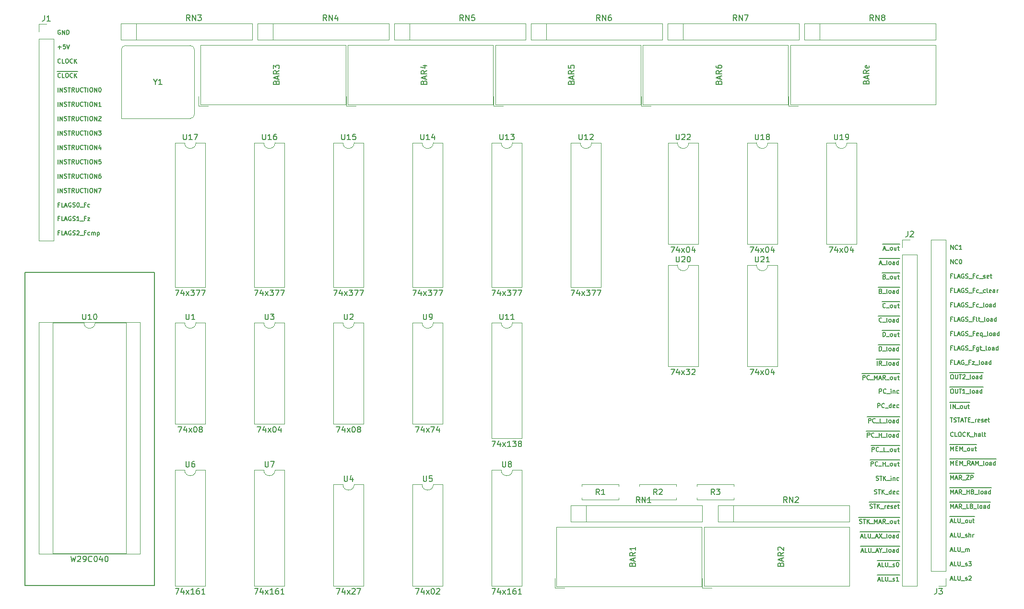
<source format=gto>
G04 #@! TF.GenerationSoftware,KiCad,Pcbnew,5.0.2+dfsg1-1*
G04 #@! TF.CreationDate,2019-08-16T15:32:43+02:00*
G04 #@! TF.ProjectId,Controller,436f6e74-726f-46c6-9c65-722e6b696361,rev?*
G04 #@! TF.SameCoordinates,Original*
G04 #@! TF.FileFunction,Legend,Top*
G04 #@! TF.FilePolarity,Positive*
%FSLAX46Y46*%
G04 Gerber Fmt 4.6, Leading zero omitted, Abs format (unit mm)*
G04 Created by KiCad (PCBNEW 5.0.2+dfsg1-1) date vr 16 aug 2019 15:32:43 CEST*
%MOMM*%
%LPD*%
G01*
G04 APERTURE LIST*
%ADD10C,0.150000*%
%ADD11C,0.120000*%
G04 APERTURE END LIST*
D10*
X174805499Y-85752000D02*
X175555499Y-85752000D01*
X174984070Y-86826285D02*
X174984070Y-86076285D01*
X175162641Y-86076285D01*
X175269784Y-86112000D01*
X175341213Y-86183428D01*
X175376927Y-86254857D01*
X175412641Y-86397714D01*
X175412641Y-86504857D01*
X175376927Y-86647714D01*
X175341213Y-86719142D01*
X175269784Y-86790571D01*
X175162641Y-86826285D01*
X174984070Y-86826285D01*
X175555499Y-85752000D02*
X176126927Y-85752000D01*
X175555499Y-86897714D02*
X176126927Y-86897714D01*
X176126927Y-85752000D02*
X176805499Y-85752000D01*
X176412641Y-86826285D02*
X176341213Y-86790571D01*
X176305499Y-86754857D01*
X176269784Y-86683428D01*
X176269784Y-86469142D01*
X176305499Y-86397714D01*
X176341213Y-86362000D01*
X176412641Y-86326285D01*
X176519784Y-86326285D01*
X176591213Y-86362000D01*
X176626927Y-86397714D01*
X176662641Y-86469142D01*
X176662641Y-86683428D01*
X176626927Y-86754857D01*
X176591213Y-86790571D01*
X176519784Y-86826285D01*
X176412641Y-86826285D01*
X176805499Y-85752000D02*
X177484070Y-85752000D01*
X177305499Y-86326285D02*
X177305499Y-86826285D01*
X176984070Y-86326285D02*
X176984070Y-86719142D01*
X177019784Y-86790571D01*
X177091213Y-86826285D01*
X177198356Y-86826285D01*
X177269784Y-86790571D01*
X177305499Y-86754857D01*
X177484070Y-85752000D02*
X177912641Y-85752000D01*
X177555499Y-86326285D02*
X177841213Y-86326285D01*
X177662641Y-86076285D02*
X177662641Y-86719142D01*
X177698356Y-86790571D01*
X177769784Y-86826285D01*
X177841213Y-86826285D01*
X174341213Y-96859285D02*
X174341213Y-96109285D01*
X174626927Y-96109285D01*
X174698356Y-96145000D01*
X174734070Y-96180714D01*
X174769784Y-96252142D01*
X174769784Y-96359285D01*
X174734070Y-96430714D01*
X174698356Y-96466428D01*
X174626927Y-96502142D01*
X174341213Y-96502142D01*
X175519784Y-96787857D02*
X175484070Y-96823571D01*
X175376927Y-96859285D01*
X175305499Y-96859285D01*
X175198356Y-96823571D01*
X175126927Y-96752142D01*
X175091213Y-96680714D01*
X175055499Y-96537857D01*
X175055499Y-96430714D01*
X175091213Y-96287857D01*
X175126927Y-96216428D01*
X175198356Y-96145000D01*
X175305499Y-96109285D01*
X175376927Y-96109285D01*
X175484070Y-96145000D01*
X175519784Y-96180714D01*
X175662642Y-96930714D02*
X176234070Y-96930714D01*
X176412642Y-96859285D02*
X176412642Y-96359285D01*
X176412642Y-96109285D02*
X176376927Y-96145000D01*
X176412642Y-96180714D01*
X176448356Y-96145000D01*
X176412642Y-96109285D01*
X176412642Y-96180714D01*
X176769784Y-96359285D02*
X176769784Y-96859285D01*
X176769784Y-96430714D02*
X176805499Y-96395000D01*
X176876927Y-96359285D01*
X176984070Y-96359285D01*
X177055499Y-96395000D01*
X177091213Y-96466428D01*
X177091213Y-96859285D01*
X177769784Y-96823571D02*
X177698356Y-96859285D01*
X177555499Y-96859285D01*
X177484070Y-96823571D01*
X177448356Y-96787857D01*
X177412642Y-96716428D01*
X177412642Y-96502142D01*
X177448356Y-96430714D01*
X177484070Y-96395000D01*
X177555499Y-96359285D01*
X177698356Y-96359285D01*
X177769784Y-96395000D01*
X174805499Y-80672000D02*
X175555499Y-80672000D01*
X175412641Y-81674857D02*
X175376927Y-81710571D01*
X175269784Y-81746285D01*
X175198356Y-81746285D01*
X175091213Y-81710571D01*
X175019784Y-81639142D01*
X174984070Y-81567714D01*
X174948356Y-81424857D01*
X174948356Y-81317714D01*
X174984070Y-81174857D01*
X175019784Y-81103428D01*
X175091213Y-81032000D01*
X175198356Y-80996285D01*
X175269784Y-80996285D01*
X175376927Y-81032000D01*
X175412641Y-81067714D01*
X175555499Y-80672000D02*
X176126927Y-80672000D01*
X175555499Y-81817714D02*
X176126927Y-81817714D01*
X176126927Y-80672000D02*
X176805499Y-80672000D01*
X176412641Y-81746285D02*
X176341213Y-81710571D01*
X176305499Y-81674857D01*
X176269784Y-81603428D01*
X176269784Y-81389142D01*
X176305499Y-81317714D01*
X176341213Y-81282000D01*
X176412641Y-81246285D01*
X176519784Y-81246285D01*
X176591213Y-81282000D01*
X176626927Y-81317714D01*
X176662641Y-81389142D01*
X176662641Y-81603428D01*
X176626927Y-81674857D01*
X176591213Y-81710571D01*
X176519784Y-81746285D01*
X176412641Y-81746285D01*
X176805499Y-80672000D02*
X177484070Y-80672000D01*
X177305499Y-81246285D02*
X177305499Y-81746285D01*
X176984070Y-81246285D02*
X176984070Y-81639142D01*
X177019784Y-81710571D01*
X177091213Y-81746285D01*
X177198356Y-81746285D01*
X177269784Y-81710571D01*
X177305499Y-81674857D01*
X177484070Y-80672000D02*
X177912641Y-80672000D01*
X177555499Y-81246285D02*
X177841213Y-81246285D01*
X177662641Y-80996285D02*
X177662641Y-81639142D01*
X177698356Y-81710571D01*
X177769784Y-81746285D01*
X177841213Y-81746285D01*
X174162642Y-78132000D02*
X174912642Y-78132000D01*
X174591213Y-78813428D02*
X174698356Y-78849142D01*
X174734070Y-78884857D01*
X174769784Y-78956285D01*
X174769784Y-79063428D01*
X174734070Y-79134857D01*
X174698356Y-79170571D01*
X174626927Y-79206285D01*
X174341213Y-79206285D01*
X174341213Y-78456285D01*
X174591213Y-78456285D01*
X174662642Y-78492000D01*
X174698356Y-78527714D01*
X174734070Y-78599142D01*
X174734070Y-78670571D01*
X174698356Y-78742000D01*
X174662642Y-78777714D01*
X174591213Y-78813428D01*
X174341213Y-78813428D01*
X174912642Y-78132000D02*
X175484070Y-78132000D01*
X174912642Y-79277714D02*
X175484070Y-79277714D01*
X175484070Y-78132000D02*
X175876927Y-78132000D01*
X175769784Y-79206285D02*
X175698356Y-79170571D01*
X175662642Y-79099142D01*
X175662642Y-78456285D01*
X175876927Y-78132000D02*
X176555499Y-78132000D01*
X176162642Y-79206285D02*
X176091213Y-79170571D01*
X176055499Y-79134857D01*
X176019784Y-79063428D01*
X176019784Y-78849142D01*
X176055499Y-78777714D01*
X176091213Y-78742000D01*
X176162642Y-78706285D01*
X176269784Y-78706285D01*
X176341213Y-78742000D01*
X176376927Y-78777714D01*
X176412642Y-78849142D01*
X176412642Y-79063428D01*
X176376927Y-79134857D01*
X176341213Y-79170571D01*
X176269784Y-79206285D01*
X176162642Y-79206285D01*
X176555499Y-78132000D02*
X177234070Y-78132000D01*
X177055499Y-79206285D02*
X177055499Y-78813428D01*
X177019784Y-78742000D01*
X176948356Y-78706285D01*
X176805499Y-78706285D01*
X176734070Y-78742000D01*
X177055499Y-79170571D02*
X176984070Y-79206285D01*
X176805499Y-79206285D01*
X176734070Y-79170571D01*
X176698356Y-79099142D01*
X176698356Y-79027714D01*
X176734070Y-78956285D01*
X176805499Y-78920571D01*
X176984070Y-78920571D01*
X177055499Y-78884857D01*
X177234070Y-78132000D02*
X177912642Y-78132000D01*
X177734070Y-79206285D02*
X177734070Y-78456285D01*
X177734070Y-79170571D02*
X177662642Y-79206285D01*
X177519784Y-79206285D01*
X177448356Y-79170571D01*
X177412642Y-79134857D01*
X177376927Y-79063428D01*
X177376927Y-78849142D01*
X177412642Y-78777714D01*
X177448356Y-78742000D01*
X177519784Y-78706285D01*
X177662642Y-78706285D01*
X177734070Y-78742000D01*
X174162642Y-83212000D02*
X174912642Y-83212000D01*
X174769784Y-84214857D02*
X174734070Y-84250571D01*
X174626927Y-84286285D01*
X174555499Y-84286285D01*
X174448356Y-84250571D01*
X174376927Y-84179142D01*
X174341213Y-84107714D01*
X174305499Y-83964857D01*
X174305499Y-83857714D01*
X174341213Y-83714857D01*
X174376927Y-83643428D01*
X174448356Y-83572000D01*
X174555499Y-83536285D01*
X174626927Y-83536285D01*
X174734070Y-83572000D01*
X174769784Y-83607714D01*
X174912642Y-83212000D02*
X175484070Y-83212000D01*
X174912642Y-84357714D02*
X175484070Y-84357714D01*
X175484070Y-83212000D02*
X175876927Y-83212000D01*
X175769784Y-84286285D02*
X175698356Y-84250571D01*
X175662642Y-84179142D01*
X175662642Y-83536285D01*
X175876927Y-83212000D02*
X176555499Y-83212000D01*
X176162642Y-84286285D02*
X176091213Y-84250571D01*
X176055499Y-84214857D01*
X176019784Y-84143428D01*
X176019784Y-83929142D01*
X176055499Y-83857714D01*
X176091213Y-83822000D01*
X176162642Y-83786285D01*
X176269784Y-83786285D01*
X176341213Y-83822000D01*
X176376927Y-83857714D01*
X176412642Y-83929142D01*
X176412642Y-84143428D01*
X176376927Y-84214857D01*
X176341213Y-84250571D01*
X176269784Y-84286285D01*
X176162642Y-84286285D01*
X176555499Y-83212000D02*
X177234070Y-83212000D01*
X177055499Y-84286285D02*
X177055499Y-83893428D01*
X177019784Y-83822000D01*
X176948356Y-83786285D01*
X176805499Y-83786285D01*
X176734070Y-83822000D01*
X177055499Y-84250571D02*
X176984070Y-84286285D01*
X176805499Y-84286285D01*
X176734070Y-84250571D01*
X176698356Y-84179142D01*
X176698356Y-84107714D01*
X176734070Y-84036285D01*
X176805499Y-84000571D01*
X176984070Y-84000571D01*
X177055499Y-83964857D01*
X177234070Y-83212000D02*
X177912642Y-83212000D01*
X177734070Y-84286285D02*
X177734070Y-83536285D01*
X177734070Y-84250571D02*
X177662642Y-84286285D01*
X177519784Y-84286285D01*
X177448356Y-84250571D01*
X177412642Y-84214857D01*
X177376927Y-84143428D01*
X177376927Y-83929142D01*
X177412642Y-83857714D01*
X177448356Y-83822000D01*
X177519784Y-83786285D01*
X177662642Y-83786285D01*
X177734070Y-83822000D01*
X174269785Y-73052000D02*
X174912642Y-73052000D01*
X174412642Y-73912000D02*
X174769785Y-73912000D01*
X174341213Y-74126285D02*
X174591213Y-73376285D01*
X174841213Y-74126285D01*
X174912642Y-73052000D02*
X175484070Y-73052000D01*
X174912642Y-74197714D02*
X175484070Y-74197714D01*
X175484070Y-73052000D02*
X175876927Y-73052000D01*
X175769785Y-74126285D02*
X175698356Y-74090571D01*
X175662642Y-74019142D01*
X175662642Y-73376285D01*
X175876927Y-73052000D02*
X176555499Y-73052000D01*
X176162642Y-74126285D02*
X176091213Y-74090571D01*
X176055499Y-74054857D01*
X176019785Y-73983428D01*
X176019785Y-73769142D01*
X176055499Y-73697714D01*
X176091213Y-73662000D01*
X176162642Y-73626285D01*
X176269785Y-73626285D01*
X176341213Y-73662000D01*
X176376927Y-73697714D01*
X176412642Y-73769142D01*
X176412642Y-73983428D01*
X176376927Y-74054857D01*
X176341213Y-74090571D01*
X176269785Y-74126285D01*
X176162642Y-74126285D01*
X176555499Y-73052000D02*
X177234070Y-73052000D01*
X177055499Y-74126285D02*
X177055499Y-73733428D01*
X177019785Y-73662000D01*
X176948356Y-73626285D01*
X176805499Y-73626285D01*
X176734070Y-73662000D01*
X177055499Y-74090571D02*
X176984070Y-74126285D01*
X176805499Y-74126285D01*
X176734070Y-74090571D01*
X176698356Y-74019142D01*
X176698356Y-73947714D01*
X176734070Y-73876285D01*
X176805499Y-73840571D01*
X176984070Y-73840571D01*
X177055499Y-73804857D01*
X177234070Y-73052000D02*
X177912642Y-73052000D01*
X177734070Y-74126285D02*
X177734070Y-73376285D01*
X177734070Y-74090571D02*
X177662642Y-74126285D01*
X177519785Y-74126285D01*
X177448356Y-74090571D01*
X177412642Y-74054857D01*
X177376927Y-73983428D01*
X177376927Y-73769142D01*
X177412642Y-73697714D01*
X177448356Y-73662000D01*
X177519785Y-73626285D01*
X177662642Y-73626285D01*
X177734070Y-73662000D01*
X173805499Y-90832000D02*
X174162641Y-90832000D01*
X173984070Y-91906285D02*
X173984070Y-91156285D01*
X174162641Y-90832000D02*
X174912641Y-90832000D01*
X174769784Y-91906285D02*
X174519784Y-91549142D01*
X174341213Y-91906285D02*
X174341213Y-91156285D01*
X174626927Y-91156285D01*
X174698356Y-91192000D01*
X174734070Y-91227714D01*
X174769784Y-91299142D01*
X174769784Y-91406285D01*
X174734070Y-91477714D01*
X174698356Y-91513428D01*
X174626927Y-91549142D01*
X174341213Y-91549142D01*
X174912641Y-90832000D02*
X175484070Y-90832000D01*
X174912641Y-91977714D02*
X175484070Y-91977714D01*
X175484070Y-90832000D02*
X175876927Y-90832000D01*
X175769784Y-91906285D02*
X175698356Y-91870571D01*
X175662641Y-91799142D01*
X175662641Y-91156285D01*
X175876927Y-90832000D02*
X176555499Y-90832000D01*
X176162641Y-91906285D02*
X176091213Y-91870571D01*
X176055499Y-91834857D01*
X176019784Y-91763428D01*
X176019784Y-91549142D01*
X176055499Y-91477714D01*
X176091213Y-91442000D01*
X176162641Y-91406285D01*
X176269784Y-91406285D01*
X176341213Y-91442000D01*
X176376927Y-91477714D01*
X176412641Y-91549142D01*
X176412641Y-91763428D01*
X176376927Y-91834857D01*
X176341213Y-91870571D01*
X176269784Y-91906285D01*
X176162641Y-91906285D01*
X176555499Y-90832000D02*
X177234070Y-90832000D01*
X177055499Y-91906285D02*
X177055499Y-91513428D01*
X177019784Y-91442000D01*
X176948356Y-91406285D01*
X176805499Y-91406285D01*
X176734070Y-91442000D01*
X177055499Y-91870571D02*
X176984070Y-91906285D01*
X176805499Y-91906285D01*
X176734070Y-91870571D01*
X176698356Y-91799142D01*
X176698356Y-91727714D01*
X176734070Y-91656285D01*
X176805499Y-91620571D01*
X176984070Y-91620571D01*
X177055499Y-91584857D01*
X177234070Y-90832000D02*
X177912641Y-90832000D01*
X177734070Y-91906285D02*
X177734070Y-91156285D01*
X177734070Y-91870571D02*
X177662641Y-91906285D01*
X177519784Y-91906285D01*
X177448356Y-91870571D01*
X177412641Y-91834857D01*
X177376927Y-91763428D01*
X177376927Y-91549142D01*
X177412641Y-91477714D01*
X177448356Y-91442000D01*
X177519784Y-91406285D01*
X177662641Y-91406285D01*
X177734070Y-91442000D01*
X174162642Y-88292000D02*
X174912642Y-88292000D01*
X174341213Y-89366285D02*
X174341213Y-88616285D01*
X174519784Y-88616285D01*
X174626927Y-88652000D01*
X174698356Y-88723428D01*
X174734070Y-88794857D01*
X174769784Y-88937714D01*
X174769784Y-89044857D01*
X174734070Y-89187714D01*
X174698356Y-89259142D01*
X174626927Y-89330571D01*
X174519784Y-89366285D01*
X174341213Y-89366285D01*
X174912642Y-88292000D02*
X175484070Y-88292000D01*
X174912642Y-89437714D02*
X175484070Y-89437714D01*
X175484070Y-88292000D02*
X175876927Y-88292000D01*
X175769784Y-89366285D02*
X175698356Y-89330571D01*
X175662642Y-89259142D01*
X175662642Y-88616285D01*
X175876927Y-88292000D02*
X176555499Y-88292000D01*
X176162642Y-89366285D02*
X176091213Y-89330571D01*
X176055499Y-89294857D01*
X176019784Y-89223428D01*
X176019784Y-89009142D01*
X176055499Y-88937714D01*
X176091213Y-88902000D01*
X176162642Y-88866285D01*
X176269784Y-88866285D01*
X176341213Y-88902000D01*
X176376927Y-88937714D01*
X176412642Y-89009142D01*
X176412642Y-89223428D01*
X176376927Y-89294857D01*
X176341213Y-89330571D01*
X176269784Y-89366285D01*
X176162642Y-89366285D01*
X176555499Y-88292000D02*
X177234070Y-88292000D01*
X177055499Y-89366285D02*
X177055499Y-88973428D01*
X177019784Y-88902000D01*
X176948356Y-88866285D01*
X176805499Y-88866285D01*
X176734070Y-88902000D01*
X177055499Y-89330571D02*
X176984070Y-89366285D01*
X176805499Y-89366285D01*
X176734070Y-89330571D01*
X176698356Y-89259142D01*
X176698356Y-89187714D01*
X176734070Y-89116285D01*
X176805499Y-89080571D01*
X176984070Y-89080571D01*
X177055499Y-89044857D01*
X177234070Y-88292000D02*
X177912642Y-88292000D01*
X177734070Y-89366285D02*
X177734070Y-88616285D01*
X177734070Y-89330571D02*
X177662642Y-89366285D01*
X177519784Y-89366285D01*
X177448356Y-89330571D01*
X177412642Y-89294857D01*
X177376927Y-89223428D01*
X177376927Y-89009142D01*
X177412642Y-88937714D01*
X177448356Y-88902000D01*
X177519784Y-88866285D01*
X177662642Y-88866285D01*
X177734070Y-88902000D01*
X174055499Y-99399285D02*
X174055499Y-98649285D01*
X174341213Y-98649285D01*
X174412642Y-98685000D01*
X174448356Y-98720714D01*
X174484070Y-98792142D01*
X174484070Y-98899285D01*
X174448356Y-98970714D01*
X174412642Y-99006428D01*
X174341213Y-99042142D01*
X174055499Y-99042142D01*
X175234070Y-99327857D02*
X175198356Y-99363571D01*
X175091213Y-99399285D01*
X175019785Y-99399285D01*
X174912642Y-99363571D01*
X174841213Y-99292142D01*
X174805499Y-99220714D01*
X174769785Y-99077857D01*
X174769785Y-98970714D01*
X174805499Y-98827857D01*
X174841213Y-98756428D01*
X174912642Y-98685000D01*
X175019785Y-98649285D01*
X175091213Y-98649285D01*
X175198356Y-98685000D01*
X175234070Y-98720714D01*
X175376928Y-99470714D02*
X175948356Y-99470714D01*
X176448356Y-99399285D02*
X176448356Y-98649285D01*
X176448356Y-99363571D02*
X176376928Y-99399285D01*
X176234070Y-99399285D01*
X176162642Y-99363571D01*
X176126928Y-99327857D01*
X176091213Y-99256428D01*
X176091213Y-99042142D01*
X176126928Y-98970714D01*
X176162642Y-98935000D01*
X176234070Y-98899285D01*
X176376928Y-98899285D01*
X176448356Y-98935000D01*
X177091213Y-99363571D02*
X177019785Y-99399285D01*
X176876928Y-99399285D01*
X176805499Y-99363571D01*
X176769785Y-99292142D01*
X176769785Y-99006428D01*
X176805499Y-98935000D01*
X176876928Y-98899285D01*
X177019785Y-98899285D01*
X177091213Y-98935000D01*
X177126928Y-99006428D01*
X177126928Y-99077857D01*
X176769785Y-99149285D01*
X177769785Y-99363571D02*
X177698356Y-99399285D01*
X177555499Y-99399285D01*
X177484070Y-99363571D01*
X177448356Y-99327857D01*
X177412642Y-99256428D01*
X177412642Y-99042142D01*
X177448356Y-98970714D01*
X177484070Y-98935000D01*
X177555499Y-98899285D01*
X177698356Y-98899285D01*
X177769785Y-98935000D01*
X171234071Y-93372000D02*
X171984071Y-93372000D01*
X171412642Y-94446285D02*
X171412642Y-93696285D01*
X171698356Y-93696285D01*
X171769785Y-93732000D01*
X171805499Y-93767714D01*
X171841213Y-93839142D01*
X171841213Y-93946285D01*
X171805499Y-94017714D01*
X171769785Y-94053428D01*
X171698356Y-94089142D01*
X171412642Y-94089142D01*
X171984071Y-93372000D02*
X172734071Y-93372000D01*
X172591213Y-94374857D02*
X172555499Y-94410571D01*
X172448356Y-94446285D01*
X172376928Y-94446285D01*
X172269785Y-94410571D01*
X172198356Y-94339142D01*
X172162642Y-94267714D01*
X172126928Y-94124857D01*
X172126928Y-94017714D01*
X172162642Y-93874857D01*
X172198356Y-93803428D01*
X172269785Y-93732000D01*
X172376928Y-93696285D01*
X172448356Y-93696285D01*
X172555499Y-93732000D01*
X172591213Y-93767714D01*
X172734071Y-93372000D02*
X173305499Y-93372000D01*
X172734071Y-94517714D02*
X173305499Y-94517714D01*
X173305499Y-93372000D02*
X174162642Y-93372000D01*
X173484071Y-94446285D02*
X173484071Y-93696285D01*
X173734071Y-94232000D01*
X173984071Y-93696285D01*
X173984071Y-94446285D01*
X174162642Y-93372000D02*
X174805499Y-93372000D01*
X174305499Y-94232000D02*
X174662642Y-94232000D01*
X174234071Y-94446285D02*
X174484071Y-93696285D01*
X174734071Y-94446285D01*
X174805499Y-93372000D02*
X175555499Y-93372000D01*
X175412642Y-94446285D02*
X175162642Y-94089142D01*
X174984071Y-94446285D02*
X174984071Y-93696285D01*
X175269785Y-93696285D01*
X175341213Y-93732000D01*
X175376928Y-93767714D01*
X175412642Y-93839142D01*
X175412642Y-93946285D01*
X175376928Y-94017714D01*
X175341213Y-94053428D01*
X175269785Y-94089142D01*
X174984071Y-94089142D01*
X175555499Y-93372000D02*
X176126928Y-93372000D01*
X175555499Y-94517714D02*
X176126928Y-94517714D01*
X176126928Y-93372000D02*
X176805499Y-93372000D01*
X176412642Y-94446285D02*
X176341213Y-94410571D01*
X176305499Y-94374857D01*
X176269785Y-94303428D01*
X176269785Y-94089142D01*
X176305499Y-94017714D01*
X176341213Y-93982000D01*
X176412642Y-93946285D01*
X176519785Y-93946285D01*
X176591213Y-93982000D01*
X176626928Y-94017714D01*
X176662642Y-94089142D01*
X176662642Y-94303428D01*
X176626928Y-94374857D01*
X176591213Y-94410571D01*
X176519785Y-94446285D01*
X176412642Y-94446285D01*
X176805499Y-93372000D02*
X177484071Y-93372000D01*
X177305499Y-93946285D02*
X177305499Y-94446285D01*
X176984071Y-93946285D02*
X176984071Y-94339142D01*
X177019785Y-94410571D01*
X177091213Y-94446285D01*
X177198356Y-94446285D01*
X177269785Y-94410571D01*
X177305499Y-94374857D01*
X177484071Y-93372000D02*
X177912642Y-93372000D01*
X177555499Y-93946285D02*
X177841213Y-93946285D01*
X177662642Y-93696285D02*
X177662642Y-94339142D01*
X177698356Y-94410571D01*
X177769785Y-94446285D01*
X177841213Y-94446285D01*
X174805499Y-75592000D02*
X175555499Y-75592000D01*
X175234070Y-76273428D02*
X175341213Y-76309142D01*
X175376927Y-76344857D01*
X175412641Y-76416285D01*
X175412641Y-76523428D01*
X175376927Y-76594857D01*
X175341213Y-76630571D01*
X175269784Y-76666285D01*
X174984070Y-76666285D01*
X174984070Y-75916285D01*
X175234070Y-75916285D01*
X175305499Y-75952000D01*
X175341213Y-75987714D01*
X175376927Y-76059142D01*
X175376927Y-76130571D01*
X175341213Y-76202000D01*
X175305499Y-76237714D01*
X175234070Y-76273428D01*
X174984070Y-76273428D01*
X175555499Y-75592000D02*
X176126927Y-75592000D01*
X175555499Y-76737714D02*
X176126927Y-76737714D01*
X176126927Y-75592000D02*
X176805499Y-75592000D01*
X176412641Y-76666285D02*
X176341213Y-76630571D01*
X176305499Y-76594857D01*
X176269784Y-76523428D01*
X176269784Y-76309142D01*
X176305499Y-76237714D01*
X176341213Y-76202000D01*
X176412641Y-76166285D01*
X176519784Y-76166285D01*
X176591213Y-76202000D01*
X176626927Y-76237714D01*
X176662641Y-76309142D01*
X176662641Y-76523428D01*
X176626927Y-76594857D01*
X176591213Y-76630571D01*
X176519784Y-76666285D01*
X176412641Y-76666285D01*
X176805499Y-75592000D02*
X177484070Y-75592000D01*
X177305499Y-76166285D02*
X177305499Y-76666285D01*
X176984070Y-76166285D02*
X176984070Y-76559142D01*
X177019784Y-76630571D01*
X177091213Y-76666285D01*
X177198356Y-76666285D01*
X177269784Y-76630571D01*
X177305499Y-76594857D01*
X177484070Y-75592000D02*
X177912641Y-75592000D01*
X177555499Y-76166285D02*
X177841213Y-76166285D01*
X177662641Y-75916285D02*
X177662641Y-76559142D01*
X177698356Y-76630571D01*
X177769784Y-76666285D01*
X177841213Y-76666285D01*
X174912642Y-70512000D02*
X175555499Y-70512000D01*
X175055499Y-71372000D02*
X175412642Y-71372000D01*
X174984070Y-71586285D02*
X175234070Y-70836285D01*
X175484070Y-71586285D01*
X175555499Y-70512000D02*
X176126927Y-70512000D01*
X175555499Y-71657714D02*
X176126927Y-71657714D01*
X176126927Y-70512000D02*
X176805499Y-70512000D01*
X176412642Y-71586285D02*
X176341213Y-71550571D01*
X176305499Y-71514857D01*
X176269784Y-71443428D01*
X176269784Y-71229142D01*
X176305499Y-71157714D01*
X176341213Y-71122000D01*
X176412642Y-71086285D01*
X176519784Y-71086285D01*
X176591213Y-71122000D01*
X176626927Y-71157714D01*
X176662642Y-71229142D01*
X176662642Y-71443428D01*
X176626927Y-71514857D01*
X176591213Y-71550571D01*
X176519784Y-71586285D01*
X176412642Y-71586285D01*
X176805499Y-70512000D02*
X177484070Y-70512000D01*
X177305499Y-71086285D02*
X177305499Y-71586285D01*
X176984070Y-71086285D02*
X176984070Y-71479142D01*
X177019784Y-71550571D01*
X177091213Y-71586285D01*
X177198356Y-71586285D01*
X177269784Y-71550571D01*
X177305499Y-71514857D01*
X177484070Y-70512000D02*
X177912642Y-70512000D01*
X177555499Y-71086285D02*
X177841213Y-71086285D01*
X177662642Y-70836285D02*
X177662642Y-71479142D01*
X177698356Y-71550571D01*
X177769784Y-71586285D01*
X177841213Y-71586285D01*
X173769785Y-112190571D02*
X173876928Y-112226285D01*
X174055499Y-112226285D01*
X174126928Y-112190571D01*
X174162642Y-112154857D01*
X174198356Y-112083428D01*
X174198356Y-112012000D01*
X174162642Y-111940571D01*
X174126928Y-111904857D01*
X174055499Y-111869142D01*
X173912642Y-111833428D01*
X173841213Y-111797714D01*
X173805499Y-111762000D01*
X173769785Y-111690571D01*
X173769785Y-111619142D01*
X173805499Y-111547714D01*
X173841213Y-111512000D01*
X173912642Y-111476285D01*
X174091213Y-111476285D01*
X174198356Y-111512000D01*
X174412642Y-111476285D02*
X174841213Y-111476285D01*
X174626928Y-112226285D02*
X174626928Y-111476285D01*
X175091213Y-112226285D02*
X175091213Y-111476285D01*
X175519785Y-112226285D02*
X175198356Y-111797714D01*
X175519785Y-111476285D02*
X175091213Y-111904857D01*
X175662642Y-112297714D02*
X176234070Y-112297714D01*
X176412642Y-112226285D02*
X176412642Y-111726285D01*
X176412642Y-111476285D02*
X176376928Y-111512000D01*
X176412642Y-111547714D01*
X176448356Y-111512000D01*
X176412642Y-111476285D01*
X176412642Y-111547714D01*
X176769785Y-111726285D02*
X176769785Y-112226285D01*
X176769785Y-111797714D02*
X176805499Y-111762000D01*
X176876928Y-111726285D01*
X176984070Y-111726285D01*
X177055499Y-111762000D01*
X177091213Y-111833428D01*
X177091213Y-112226285D01*
X177769785Y-112190571D02*
X177698356Y-112226285D01*
X177555499Y-112226285D01*
X177484070Y-112190571D01*
X177448356Y-112154857D01*
X177412642Y-112083428D01*
X177412642Y-111869142D01*
X177448356Y-111797714D01*
X177484070Y-111762000D01*
X177555499Y-111726285D01*
X177698356Y-111726285D01*
X177769785Y-111762000D01*
X173984071Y-128932000D02*
X174626928Y-128932000D01*
X174126928Y-129792000D02*
X174484071Y-129792000D01*
X174055499Y-130006285D02*
X174305499Y-129256285D01*
X174555499Y-130006285D01*
X174626928Y-128932000D02*
X175234071Y-128932000D01*
X175162642Y-130006285D02*
X174805499Y-130006285D01*
X174805499Y-129256285D01*
X175234071Y-128932000D02*
X176019785Y-128932000D01*
X175412642Y-129256285D02*
X175412642Y-129863428D01*
X175448356Y-129934857D01*
X175484071Y-129970571D01*
X175555499Y-130006285D01*
X175698356Y-130006285D01*
X175769785Y-129970571D01*
X175805499Y-129934857D01*
X175841213Y-129863428D01*
X175841213Y-129256285D01*
X176019785Y-128932000D02*
X176591213Y-128932000D01*
X176019785Y-130077714D02*
X176591213Y-130077714D01*
X176591213Y-128932000D02*
X177198356Y-128932000D01*
X176734071Y-129970571D02*
X176805499Y-130006285D01*
X176948356Y-130006285D01*
X177019785Y-129970571D01*
X177055499Y-129899142D01*
X177055499Y-129863428D01*
X177019785Y-129792000D01*
X176948356Y-129756285D01*
X176841213Y-129756285D01*
X176769785Y-129720571D01*
X176734071Y-129649142D01*
X176734071Y-129613428D01*
X176769785Y-129542000D01*
X176841213Y-129506285D01*
X176948356Y-129506285D01*
X177019785Y-129542000D01*
X177198356Y-128932000D02*
X177912642Y-128932000D01*
X177769785Y-130006285D02*
X177341213Y-130006285D01*
X177555499Y-130006285D02*
X177555499Y-129256285D01*
X177484071Y-129363428D01*
X177412642Y-129434857D01*
X177341213Y-129470571D01*
X172519785Y-116105000D02*
X173234070Y-116105000D01*
X172662642Y-117143571D02*
X172769785Y-117179285D01*
X172948356Y-117179285D01*
X173019785Y-117143571D01*
X173055499Y-117107857D01*
X173091213Y-117036428D01*
X173091213Y-116965000D01*
X173055499Y-116893571D01*
X173019785Y-116857857D01*
X172948356Y-116822142D01*
X172805499Y-116786428D01*
X172734070Y-116750714D01*
X172698356Y-116715000D01*
X172662642Y-116643571D01*
X172662642Y-116572142D01*
X172698356Y-116500714D01*
X172734070Y-116465000D01*
X172805499Y-116429285D01*
X172984070Y-116429285D01*
X173091213Y-116465000D01*
X173234070Y-116105000D02*
X173805499Y-116105000D01*
X173305499Y-116429285D02*
X173734070Y-116429285D01*
X173519785Y-117179285D02*
X173519785Y-116429285D01*
X173805499Y-116105000D02*
X174555499Y-116105000D01*
X173984070Y-117179285D02*
X173984070Y-116429285D01*
X174412642Y-117179285D02*
X174091213Y-116750714D01*
X174412642Y-116429285D02*
X173984070Y-116857857D01*
X174555499Y-116105000D02*
X175126927Y-116105000D01*
X174555499Y-117250714D02*
X175126927Y-117250714D01*
X175126927Y-116105000D02*
X175591213Y-116105000D01*
X175305499Y-117179285D02*
X175305499Y-116679285D01*
X175305499Y-116822142D02*
X175341213Y-116750714D01*
X175376927Y-116715000D01*
X175448356Y-116679285D01*
X175519785Y-116679285D01*
X175591213Y-116105000D02*
X176234070Y-116105000D01*
X176055499Y-117143571D02*
X175984070Y-117179285D01*
X175841213Y-117179285D01*
X175769785Y-117143571D01*
X175734070Y-117072142D01*
X175734070Y-116786428D01*
X175769785Y-116715000D01*
X175841213Y-116679285D01*
X175984070Y-116679285D01*
X176055499Y-116715000D01*
X176091213Y-116786428D01*
X176091213Y-116857857D01*
X175734070Y-116929285D01*
X176234070Y-116105000D02*
X176841213Y-116105000D01*
X176376927Y-117143571D02*
X176448356Y-117179285D01*
X176591213Y-117179285D01*
X176662642Y-117143571D01*
X176698356Y-117072142D01*
X176698356Y-117036428D01*
X176662642Y-116965000D01*
X176591213Y-116929285D01*
X176484070Y-116929285D01*
X176412642Y-116893571D01*
X176376927Y-116822142D01*
X176376927Y-116786428D01*
X176412642Y-116715000D01*
X176484070Y-116679285D01*
X176591213Y-116679285D01*
X176662642Y-116715000D01*
X176841213Y-116105000D02*
X177484070Y-116105000D01*
X177305499Y-117143571D02*
X177234070Y-117179285D01*
X177091213Y-117179285D01*
X177019785Y-117143571D01*
X176984070Y-117072142D01*
X176984070Y-116786428D01*
X177019785Y-116715000D01*
X177091213Y-116679285D01*
X177234070Y-116679285D01*
X177305499Y-116715000D01*
X177341213Y-116786428D01*
X177341213Y-116857857D01*
X176984070Y-116929285D01*
X177484070Y-116105000D02*
X177912642Y-116105000D01*
X177555499Y-116679285D02*
X177841213Y-116679285D01*
X177662642Y-116429285D02*
X177662642Y-117072142D01*
X177698356Y-117143571D01*
X177769785Y-117179285D01*
X177841213Y-117179285D01*
X173984071Y-126392000D02*
X174626928Y-126392000D01*
X174126928Y-127252000D02*
X174484071Y-127252000D01*
X174055499Y-127466285D02*
X174305499Y-126716285D01*
X174555499Y-127466285D01*
X174626928Y-126392000D02*
X175234071Y-126392000D01*
X175162642Y-127466285D02*
X174805499Y-127466285D01*
X174805499Y-126716285D01*
X175234071Y-126392000D02*
X176019785Y-126392000D01*
X175412642Y-126716285D02*
X175412642Y-127323428D01*
X175448356Y-127394857D01*
X175484071Y-127430571D01*
X175555499Y-127466285D01*
X175698356Y-127466285D01*
X175769785Y-127430571D01*
X175805499Y-127394857D01*
X175841213Y-127323428D01*
X175841213Y-126716285D01*
X176019785Y-126392000D02*
X176591213Y-126392000D01*
X176019785Y-127537714D02*
X176591213Y-127537714D01*
X176591213Y-126392000D02*
X177198356Y-126392000D01*
X176734071Y-127430571D02*
X176805499Y-127466285D01*
X176948356Y-127466285D01*
X177019785Y-127430571D01*
X177055499Y-127359142D01*
X177055499Y-127323428D01*
X177019785Y-127252000D01*
X176948356Y-127216285D01*
X176841213Y-127216285D01*
X176769785Y-127180571D01*
X176734071Y-127109142D01*
X176734071Y-127073428D01*
X176769785Y-127002000D01*
X176841213Y-126966285D01*
X176948356Y-126966285D01*
X177019785Y-127002000D01*
X177198356Y-126392000D02*
X177912642Y-126392000D01*
X177519785Y-126716285D02*
X177591213Y-126716285D01*
X177662642Y-126752000D01*
X177698356Y-126787714D01*
X177734071Y-126859142D01*
X177769785Y-127002000D01*
X177769785Y-127180571D01*
X177734071Y-127323428D01*
X177698356Y-127394857D01*
X177662642Y-127430571D01*
X177591213Y-127466285D01*
X177519785Y-127466285D01*
X177448356Y-127430571D01*
X177412642Y-127394857D01*
X177376928Y-127323428D01*
X177341213Y-127180571D01*
X177341213Y-127002000D01*
X177376928Y-126859142D01*
X177412642Y-126787714D01*
X177448356Y-126752000D01*
X177519785Y-126716285D01*
X172055499Y-103532000D02*
X172805499Y-103532000D01*
X172234070Y-104606285D02*
X172234070Y-103856285D01*
X172519784Y-103856285D01*
X172591213Y-103892000D01*
X172626927Y-103927714D01*
X172662641Y-103999142D01*
X172662641Y-104106285D01*
X172626927Y-104177714D01*
X172591213Y-104213428D01*
X172519784Y-104249142D01*
X172234070Y-104249142D01*
X172805499Y-103532000D02*
X173555499Y-103532000D01*
X173412641Y-104534857D02*
X173376927Y-104570571D01*
X173269784Y-104606285D01*
X173198356Y-104606285D01*
X173091213Y-104570571D01*
X173019784Y-104499142D01*
X172984070Y-104427714D01*
X172948356Y-104284857D01*
X172948356Y-104177714D01*
X172984070Y-104034857D01*
X173019784Y-103963428D01*
X173091213Y-103892000D01*
X173198356Y-103856285D01*
X173269784Y-103856285D01*
X173376927Y-103892000D01*
X173412641Y-103927714D01*
X173555499Y-103532000D02*
X174126927Y-103532000D01*
X173555499Y-104677714D02*
X174126927Y-104677714D01*
X174126927Y-103532000D02*
X174912641Y-103532000D01*
X174305499Y-104606285D02*
X174305499Y-103856285D01*
X174305499Y-104213428D02*
X174734070Y-104213428D01*
X174734070Y-104606285D02*
X174734070Y-103856285D01*
X174912641Y-103532000D02*
X175484070Y-103532000D01*
X174912641Y-104677714D02*
X175484070Y-104677714D01*
X175484070Y-103532000D02*
X175876927Y-103532000D01*
X175769784Y-104606285D02*
X175698356Y-104570571D01*
X175662641Y-104499142D01*
X175662641Y-103856285D01*
X175876927Y-103532000D02*
X176555499Y-103532000D01*
X176162641Y-104606285D02*
X176091213Y-104570571D01*
X176055499Y-104534857D01*
X176019784Y-104463428D01*
X176019784Y-104249142D01*
X176055499Y-104177714D01*
X176091213Y-104142000D01*
X176162641Y-104106285D01*
X176269784Y-104106285D01*
X176341213Y-104142000D01*
X176376927Y-104177714D01*
X176412641Y-104249142D01*
X176412641Y-104463428D01*
X176376927Y-104534857D01*
X176341213Y-104570571D01*
X176269784Y-104606285D01*
X176162641Y-104606285D01*
X176555499Y-103532000D02*
X177234070Y-103532000D01*
X177055499Y-104606285D02*
X177055499Y-104213428D01*
X177019784Y-104142000D01*
X176948356Y-104106285D01*
X176805499Y-104106285D01*
X176734070Y-104142000D01*
X177055499Y-104570571D02*
X176984070Y-104606285D01*
X176805499Y-104606285D01*
X176734070Y-104570571D01*
X176698356Y-104499142D01*
X176698356Y-104427714D01*
X176734070Y-104356285D01*
X176805499Y-104320571D01*
X176984070Y-104320571D01*
X177055499Y-104284857D01*
X177234070Y-103532000D02*
X177912641Y-103532000D01*
X177734070Y-104606285D02*
X177734070Y-103856285D01*
X177734070Y-104570571D02*
X177662641Y-104606285D01*
X177519784Y-104606285D01*
X177448356Y-104570571D01*
X177412641Y-104534857D01*
X177376927Y-104463428D01*
X177376927Y-104249142D01*
X177412641Y-104177714D01*
X177448356Y-104142000D01*
X177519784Y-104106285D01*
X177662641Y-104106285D01*
X177734070Y-104142000D01*
X171019785Y-123852000D02*
X171662642Y-123852000D01*
X171162642Y-124712000D02*
X171519785Y-124712000D01*
X171091213Y-124926285D02*
X171341213Y-124176285D01*
X171591213Y-124926285D01*
X171662642Y-123852000D02*
X172269785Y-123852000D01*
X172198356Y-124926285D02*
X171841213Y-124926285D01*
X171841213Y-124176285D01*
X172269785Y-123852000D02*
X173055499Y-123852000D01*
X172448356Y-124176285D02*
X172448356Y-124783428D01*
X172484070Y-124854857D01*
X172519785Y-124890571D01*
X172591213Y-124926285D01*
X172734070Y-124926285D01*
X172805499Y-124890571D01*
X172841213Y-124854857D01*
X172876927Y-124783428D01*
X172876927Y-124176285D01*
X173055499Y-123852000D02*
X173626927Y-123852000D01*
X173055499Y-124997714D02*
X173626927Y-124997714D01*
X173626927Y-123852000D02*
X174269785Y-123852000D01*
X173769785Y-124712000D02*
X174126927Y-124712000D01*
X173698356Y-124926285D02*
X173948356Y-124176285D01*
X174198356Y-124926285D01*
X174269785Y-123852000D02*
X174912642Y-123852000D01*
X174591213Y-124569142D02*
X174591213Y-124926285D01*
X174341213Y-124176285D02*
X174591213Y-124569142D01*
X174841213Y-124176285D01*
X174912642Y-123852000D02*
X175484070Y-123852000D01*
X174912642Y-124997714D02*
X175484070Y-124997714D01*
X175484070Y-123852000D02*
X175876927Y-123852000D01*
X175769785Y-124926285D02*
X175698356Y-124890571D01*
X175662642Y-124819142D01*
X175662642Y-124176285D01*
X175876927Y-123852000D02*
X176555499Y-123852000D01*
X176162642Y-124926285D02*
X176091213Y-124890571D01*
X176055499Y-124854857D01*
X176019785Y-124783428D01*
X176019785Y-124569142D01*
X176055499Y-124497714D01*
X176091213Y-124462000D01*
X176162642Y-124426285D01*
X176269785Y-124426285D01*
X176341213Y-124462000D01*
X176376927Y-124497714D01*
X176412642Y-124569142D01*
X176412642Y-124783428D01*
X176376927Y-124854857D01*
X176341213Y-124890571D01*
X176269785Y-124926285D01*
X176162642Y-124926285D01*
X176555499Y-123852000D02*
X177234070Y-123852000D01*
X177055499Y-124926285D02*
X177055499Y-124533428D01*
X177019785Y-124462000D01*
X176948356Y-124426285D01*
X176805499Y-124426285D01*
X176734070Y-124462000D01*
X177055499Y-124890571D02*
X176984070Y-124926285D01*
X176805499Y-124926285D01*
X176734070Y-124890571D01*
X176698356Y-124819142D01*
X176698356Y-124747714D01*
X176734070Y-124676285D01*
X176805499Y-124640571D01*
X176984070Y-124640571D01*
X177055499Y-124604857D01*
X177234070Y-123852000D02*
X177912642Y-123852000D01*
X177734070Y-124926285D02*
X177734070Y-124176285D01*
X177734070Y-124890571D02*
X177662642Y-124926285D01*
X177519785Y-124926285D01*
X177448356Y-124890571D01*
X177412642Y-124854857D01*
X177376927Y-124783428D01*
X177376927Y-124569142D01*
X177412642Y-124497714D01*
X177448356Y-124462000D01*
X177519785Y-124426285D01*
X177662642Y-124426285D01*
X177734070Y-124462000D01*
X172698356Y-108612000D02*
X173448356Y-108612000D01*
X172876927Y-109686285D02*
X172876927Y-108936285D01*
X173162641Y-108936285D01*
X173234070Y-108972000D01*
X173269784Y-109007714D01*
X173305498Y-109079142D01*
X173305498Y-109186285D01*
X173269784Y-109257714D01*
X173234070Y-109293428D01*
X173162641Y-109329142D01*
X172876927Y-109329142D01*
X173448356Y-108612000D02*
X174198356Y-108612000D01*
X174055498Y-109614857D02*
X174019784Y-109650571D01*
X173912641Y-109686285D01*
X173841213Y-109686285D01*
X173734070Y-109650571D01*
X173662641Y-109579142D01*
X173626927Y-109507714D01*
X173591213Y-109364857D01*
X173591213Y-109257714D01*
X173626927Y-109114857D01*
X173662641Y-109043428D01*
X173734070Y-108972000D01*
X173841213Y-108936285D01*
X173912641Y-108936285D01*
X174019784Y-108972000D01*
X174055498Y-109007714D01*
X174198356Y-108612000D02*
X174769784Y-108612000D01*
X174198356Y-109757714D02*
X174769784Y-109757714D01*
X174769784Y-108612000D02*
X175555498Y-108612000D01*
X174948356Y-109686285D02*
X174948356Y-108936285D01*
X174948356Y-109293428D02*
X175376927Y-109293428D01*
X175376927Y-109686285D02*
X175376927Y-108936285D01*
X175555498Y-108612000D02*
X176126927Y-108612000D01*
X175555498Y-109757714D02*
X176126927Y-109757714D01*
X176126927Y-108612000D02*
X176805498Y-108612000D01*
X176412641Y-109686285D02*
X176341213Y-109650571D01*
X176305498Y-109614857D01*
X176269784Y-109543428D01*
X176269784Y-109329142D01*
X176305498Y-109257714D01*
X176341213Y-109222000D01*
X176412641Y-109186285D01*
X176519784Y-109186285D01*
X176591213Y-109222000D01*
X176626927Y-109257714D01*
X176662641Y-109329142D01*
X176662641Y-109543428D01*
X176626927Y-109614857D01*
X176591213Y-109650571D01*
X176519784Y-109686285D01*
X176412641Y-109686285D01*
X176805498Y-108612000D02*
X177484070Y-108612000D01*
X177305498Y-109186285D02*
X177305498Y-109686285D01*
X176984070Y-109186285D02*
X176984070Y-109579142D01*
X177019784Y-109650571D01*
X177091213Y-109686285D01*
X177198356Y-109686285D01*
X177269784Y-109650571D01*
X177305498Y-109614857D01*
X177484070Y-108612000D02*
X177912641Y-108612000D01*
X177555498Y-109186285D02*
X177841213Y-109186285D01*
X177662641Y-108936285D02*
X177662641Y-109579142D01*
X177698356Y-109650571D01*
X177769784Y-109686285D01*
X177841213Y-109686285D01*
X173484070Y-114603571D02*
X173591213Y-114639285D01*
X173769784Y-114639285D01*
X173841213Y-114603571D01*
X173876927Y-114567857D01*
X173912641Y-114496428D01*
X173912641Y-114425000D01*
X173876927Y-114353571D01*
X173841213Y-114317857D01*
X173769784Y-114282142D01*
X173626927Y-114246428D01*
X173555498Y-114210714D01*
X173519784Y-114175000D01*
X173484070Y-114103571D01*
X173484070Y-114032142D01*
X173519784Y-113960714D01*
X173555498Y-113925000D01*
X173626927Y-113889285D01*
X173805498Y-113889285D01*
X173912641Y-113925000D01*
X174126927Y-113889285D02*
X174555498Y-113889285D01*
X174341213Y-114639285D02*
X174341213Y-113889285D01*
X174805498Y-114639285D02*
X174805498Y-113889285D01*
X175234070Y-114639285D02*
X174912641Y-114210714D01*
X175234070Y-113889285D02*
X174805498Y-114317857D01*
X175376927Y-114710714D02*
X175948355Y-114710714D01*
X176448355Y-114639285D02*
X176448355Y-113889285D01*
X176448355Y-114603571D02*
X176376927Y-114639285D01*
X176234070Y-114639285D01*
X176162641Y-114603571D01*
X176126927Y-114567857D01*
X176091213Y-114496428D01*
X176091213Y-114282142D01*
X176126927Y-114210714D01*
X176162641Y-114175000D01*
X176234070Y-114139285D01*
X176376927Y-114139285D01*
X176448355Y-114175000D01*
X177091213Y-114603571D02*
X177019784Y-114639285D01*
X176876927Y-114639285D01*
X176805498Y-114603571D01*
X176769784Y-114532142D01*
X176769784Y-114246428D01*
X176805498Y-114175000D01*
X176876927Y-114139285D01*
X177019784Y-114139285D01*
X177091213Y-114175000D01*
X177126927Y-114246428D01*
X177126927Y-114317857D01*
X176769784Y-114389285D01*
X177769784Y-114603571D02*
X177698355Y-114639285D01*
X177555498Y-114639285D01*
X177484070Y-114603571D01*
X177448355Y-114567857D01*
X177412641Y-114496428D01*
X177412641Y-114282142D01*
X177448355Y-114210714D01*
X177484070Y-114175000D01*
X177555498Y-114139285D01*
X177698355Y-114139285D01*
X177769784Y-114175000D01*
X170698356Y-118772000D02*
X171412641Y-118772000D01*
X170841213Y-119810571D02*
X170948356Y-119846285D01*
X171126927Y-119846285D01*
X171198356Y-119810571D01*
X171234070Y-119774857D01*
X171269784Y-119703428D01*
X171269784Y-119632000D01*
X171234070Y-119560571D01*
X171198356Y-119524857D01*
X171126927Y-119489142D01*
X170984070Y-119453428D01*
X170912641Y-119417714D01*
X170876927Y-119382000D01*
X170841213Y-119310571D01*
X170841213Y-119239142D01*
X170876927Y-119167714D01*
X170912641Y-119132000D01*
X170984070Y-119096285D01*
X171162641Y-119096285D01*
X171269784Y-119132000D01*
X171412641Y-118772000D02*
X171984070Y-118772000D01*
X171484070Y-119096285D02*
X171912641Y-119096285D01*
X171698356Y-119846285D02*
X171698356Y-119096285D01*
X171984070Y-118772000D02*
X172734070Y-118772000D01*
X172162641Y-119846285D02*
X172162641Y-119096285D01*
X172591213Y-119846285D02*
X172269784Y-119417714D01*
X172591213Y-119096285D02*
X172162641Y-119524857D01*
X172734070Y-118772000D02*
X173305498Y-118772000D01*
X172734070Y-119917714D02*
X173305498Y-119917714D01*
X173305498Y-118772000D02*
X174162641Y-118772000D01*
X173484070Y-119846285D02*
X173484070Y-119096285D01*
X173734070Y-119632000D01*
X173984070Y-119096285D01*
X173984070Y-119846285D01*
X174162641Y-118772000D02*
X174805498Y-118772000D01*
X174305498Y-119632000D02*
X174662641Y-119632000D01*
X174234070Y-119846285D02*
X174484070Y-119096285D01*
X174734070Y-119846285D01*
X174805498Y-118772000D02*
X175555498Y-118772000D01*
X175412641Y-119846285D02*
X175162641Y-119489142D01*
X174984070Y-119846285D02*
X174984070Y-119096285D01*
X175269784Y-119096285D01*
X175341213Y-119132000D01*
X175376927Y-119167714D01*
X175412641Y-119239142D01*
X175412641Y-119346285D01*
X175376927Y-119417714D01*
X175341213Y-119453428D01*
X175269784Y-119489142D01*
X174984070Y-119489142D01*
X175555498Y-118772000D02*
X176126927Y-118772000D01*
X175555498Y-119917714D02*
X176126927Y-119917714D01*
X176126927Y-118772000D02*
X176805498Y-118772000D01*
X176412641Y-119846285D02*
X176341213Y-119810571D01*
X176305498Y-119774857D01*
X176269784Y-119703428D01*
X176269784Y-119489142D01*
X176305498Y-119417714D01*
X176341213Y-119382000D01*
X176412641Y-119346285D01*
X176519784Y-119346285D01*
X176591213Y-119382000D01*
X176626927Y-119417714D01*
X176662641Y-119489142D01*
X176662641Y-119703428D01*
X176626927Y-119774857D01*
X176591213Y-119810571D01*
X176519784Y-119846285D01*
X176412641Y-119846285D01*
X176805498Y-118772000D02*
X177484070Y-118772000D01*
X177305498Y-119346285D02*
X177305498Y-119846285D01*
X176984070Y-119346285D02*
X176984070Y-119739142D01*
X177019784Y-119810571D01*
X177091213Y-119846285D01*
X177198356Y-119846285D01*
X177269784Y-119810571D01*
X177305498Y-119774857D01*
X177484070Y-118772000D02*
X177912641Y-118772000D01*
X177555498Y-119346285D02*
X177841213Y-119346285D01*
X177662641Y-119096285D02*
X177662641Y-119739142D01*
X177698356Y-119810571D01*
X177769784Y-119846285D01*
X177841213Y-119846285D01*
X172234071Y-100992000D02*
X172984071Y-100992000D01*
X172412642Y-102066285D02*
X172412642Y-101316285D01*
X172698356Y-101316285D01*
X172769785Y-101352000D01*
X172805499Y-101387714D01*
X172841213Y-101459142D01*
X172841213Y-101566285D01*
X172805499Y-101637714D01*
X172769785Y-101673428D01*
X172698356Y-101709142D01*
X172412642Y-101709142D01*
X172984071Y-100992000D02*
X173734071Y-100992000D01*
X173591213Y-101994857D02*
X173555499Y-102030571D01*
X173448356Y-102066285D01*
X173376928Y-102066285D01*
X173269785Y-102030571D01*
X173198356Y-101959142D01*
X173162642Y-101887714D01*
X173126928Y-101744857D01*
X173126928Y-101637714D01*
X173162642Y-101494857D01*
X173198356Y-101423428D01*
X173269785Y-101352000D01*
X173376928Y-101316285D01*
X173448356Y-101316285D01*
X173555499Y-101352000D01*
X173591213Y-101387714D01*
X173734071Y-100992000D02*
X174305499Y-100992000D01*
X173734071Y-102137714D02*
X174305499Y-102137714D01*
X174305499Y-100992000D02*
X174912642Y-100992000D01*
X174841213Y-102066285D02*
X174484071Y-102066285D01*
X174484071Y-101316285D01*
X174912642Y-100992000D02*
X175484071Y-100992000D01*
X174912642Y-102137714D02*
X175484071Y-102137714D01*
X175484071Y-100992000D02*
X175876928Y-100992000D01*
X175769785Y-102066285D02*
X175698356Y-102030571D01*
X175662642Y-101959142D01*
X175662642Y-101316285D01*
X175876928Y-100992000D02*
X176555499Y-100992000D01*
X176162642Y-102066285D02*
X176091213Y-102030571D01*
X176055499Y-101994857D01*
X176019785Y-101923428D01*
X176019785Y-101709142D01*
X176055499Y-101637714D01*
X176091213Y-101602000D01*
X176162642Y-101566285D01*
X176269785Y-101566285D01*
X176341213Y-101602000D01*
X176376928Y-101637714D01*
X176412642Y-101709142D01*
X176412642Y-101923428D01*
X176376928Y-101994857D01*
X176341213Y-102030571D01*
X176269785Y-102066285D01*
X176162642Y-102066285D01*
X176555499Y-100992000D02*
X177234071Y-100992000D01*
X177055499Y-102066285D02*
X177055499Y-101673428D01*
X177019785Y-101602000D01*
X176948356Y-101566285D01*
X176805499Y-101566285D01*
X176734071Y-101602000D01*
X177055499Y-102030571D02*
X176984071Y-102066285D01*
X176805499Y-102066285D01*
X176734071Y-102030571D01*
X176698356Y-101959142D01*
X176698356Y-101887714D01*
X176734071Y-101816285D01*
X176805499Y-101780571D01*
X176984071Y-101780571D01*
X177055499Y-101744857D01*
X177234071Y-100992000D02*
X177912642Y-100992000D01*
X177734071Y-102066285D02*
X177734071Y-101316285D01*
X177734071Y-102030571D02*
X177662642Y-102066285D01*
X177519785Y-102066285D01*
X177448356Y-102030571D01*
X177412642Y-101994857D01*
X177376928Y-101923428D01*
X177376928Y-101709142D01*
X177412642Y-101637714D01*
X177448356Y-101602000D01*
X177519785Y-101566285D01*
X177662642Y-101566285D01*
X177734071Y-101602000D01*
X170948356Y-121312000D02*
X171591213Y-121312000D01*
X171091213Y-122172000D02*
X171448356Y-122172000D01*
X171019784Y-122386285D02*
X171269784Y-121636285D01*
X171519784Y-122386285D01*
X171591213Y-121312000D02*
X172198356Y-121312000D01*
X172126927Y-122386285D02*
X171769784Y-122386285D01*
X171769784Y-121636285D01*
X172198356Y-121312000D02*
X172984070Y-121312000D01*
X172376927Y-121636285D02*
X172376927Y-122243428D01*
X172412641Y-122314857D01*
X172448356Y-122350571D01*
X172519784Y-122386285D01*
X172662641Y-122386285D01*
X172734070Y-122350571D01*
X172769784Y-122314857D01*
X172805498Y-122243428D01*
X172805498Y-121636285D01*
X172984070Y-121312000D02*
X173555498Y-121312000D01*
X172984070Y-122457714D02*
X173555498Y-122457714D01*
X173555498Y-121312000D02*
X174198356Y-121312000D01*
X173698356Y-122172000D02*
X174055498Y-122172000D01*
X173626927Y-122386285D02*
X173876927Y-121636285D01*
X174126927Y-122386285D01*
X174198356Y-121312000D02*
X174912641Y-121312000D01*
X174305498Y-121636285D02*
X174805498Y-122386285D01*
X174805498Y-121636285D02*
X174305498Y-122386285D01*
X174912641Y-121312000D02*
X175484070Y-121312000D01*
X174912641Y-122457714D02*
X175484070Y-122457714D01*
X175484070Y-121312000D02*
X175876927Y-121312000D01*
X175769784Y-122386285D02*
X175698356Y-122350571D01*
X175662641Y-122279142D01*
X175662641Y-121636285D01*
X175876927Y-121312000D02*
X176555498Y-121312000D01*
X176162641Y-122386285D02*
X176091213Y-122350571D01*
X176055498Y-122314857D01*
X176019784Y-122243428D01*
X176019784Y-122029142D01*
X176055498Y-121957714D01*
X176091213Y-121922000D01*
X176162641Y-121886285D01*
X176269784Y-121886285D01*
X176341213Y-121922000D01*
X176376927Y-121957714D01*
X176412641Y-122029142D01*
X176412641Y-122243428D01*
X176376927Y-122314857D01*
X176341213Y-122350571D01*
X176269784Y-122386285D01*
X176162641Y-122386285D01*
X176555498Y-121312000D02*
X177234070Y-121312000D01*
X177055498Y-122386285D02*
X177055498Y-121993428D01*
X177019784Y-121922000D01*
X176948356Y-121886285D01*
X176805498Y-121886285D01*
X176734070Y-121922000D01*
X177055498Y-122350571D02*
X176984070Y-122386285D01*
X176805498Y-122386285D01*
X176734070Y-122350571D01*
X176698356Y-122279142D01*
X176698356Y-122207714D01*
X176734070Y-122136285D01*
X176805498Y-122100571D01*
X176984070Y-122100571D01*
X177055498Y-122064857D01*
X177234070Y-121312000D02*
X177912641Y-121312000D01*
X177734070Y-122386285D02*
X177734070Y-121636285D01*
X177734070Y-122350571D02*
X177662641Y-122386285D01*
X177519784Y-122386285D01*
X177448356Y-122350571D01*
X177412641Y-122314857D01*
X177376927Y-122243428D01*
X177376927Y-122029142D01*
X177412641Y-121957714D01*
X177448356Y-121922000D01*
X177519784Y-121886285D01*
X177662641Y-121886285D01*
X177734070Y-121922000D01*
X172876928Y-106072000D02*
X173626928Y-106072000D01*
X173055499Y-107146285D02*
X173055499Y-106396285D01*
X173341213Y-106396285D01*
X173412642Y-106432000D01*
X173448356Y-106467714D01*
X173484070Y-106539142D01*
X173484070Y-106646285D01*
X173448356Y-106717714D01*
X173412642Y-106753428D01*
X173341213Y-106789142D01*
X173055499Y-106789142D01*
X173626928Y-106072000D02*
X174376928Y-106072000D01*
X174234070Y-107074857D02*
X174198356Y-107110571D01*
X174091213Y-107146285D01*
X174019785Y-107146285D01*
X173912642Y-107110571D01*
X173841213Y-107039142D01*
X173805499Y-106967714D01*
X173769785Y-106824857D01*
X173769785Y-106717714D01*
X173805499Y-106574857D01*
X173841213Y-106503428D01*
X173912642Y-106432000D01*
X174019785Y-106396285D01*
X174091213Y-106396285D01*
X174198356Y-106432000D01*
X174234070Y-106467714D01*
X174376928Y-106072000D02*
X174948356Y-106072000D01*
X174376928Y-107217714D02*
X174948356Y-107217714D01*
X174948356Y-106072000D02*
X175555499Y-106072000D01*
X175484070Y-107146285D02*
X175126928Y-107146285D01*
X175126928Y-106396285D01*
X175555499Y-106072000D02*
X176126928Y-106072000D01*
X175555499Y-107217714D02*
X176126928Y-107217714D01*
X176126928Y-106072000D02*
X176805499Y-106072000D01*
X176412642Y-107146285D02*
X176341213Y-107110571D01*
X176305499Y-107074857D01*
X176269785Y-107003428D01*
X176269785Y-106789142D01*
X176305499Y-106717714D01*
X176341213Y-106682000D01*
X176412642Y-106646285D01*
X176519785Y-106646285D01*
X176591213Y-106682000D01*
X176626928Y-106717714D01*
X176662642Y-106789142D01*
X176662642Y-107003428D01*
X176626928Y-107074857D01*
X176591213Y-107110571D01*
X176519785Y-107146285D01*
X176412642Y-107146285D01*
X176805499Y-106072000D02*
X177484070Y-106072000D01*
X177305499Y-106646285D02*
X177305499Y-107146285D01*
X176984070Y-106646285D02*
X176984070Y-107039142D01*
X177019785Y-107110571D01*
X177091213Y-107146285D01*
X177198356Y-107146285D01*
X177269785Y-107110571D01*
X177305499Y-107074857D01*
X177484070Y-106072000D02*
X177912642Y-106072000D01*
X177555499Y-106646285D02*
X177841213Y-106646285D01*
X177662642Y-106396285D02*
X177662642Y-107039142D01*
X177698356Y-107110571D01*
X177769785Y-107146285D01*
X177841213Y-107146285D01*
X186966071Y-71459285D02*
X186966071Y-70709285D01*
X187394642Y-71459285D01*
X187394642Y-70709285D01*
X188180357Y-71387857D02*
X188144642Y-71423571D01*
X188037500Y-71459285D01*
X187966071Y-71459285D01*
X187858928Y-71423571D01*
X187787500Y-71352142D01*
X187751785Y-71280714D01*
X187716071Y-71137857D01*
X187716071Y-71030714D01*
X187751785Y-70887857D01*
X187787500Y-70816428D01*
X187858928Y-70745000D01*
X187966071Y-70709285D01*
X188037500Y-70709285D01*
X188144642Y-70745000D01*
X188180357Y-70780714D01*
X188894642Y-71459285D02*
X188466071Y-71459285D01*
X188680357Y-71459285D02*
X188680357Y-70709285D01*
X188608928Y-70816428D01*
X188537500Y-70887857D01*
X188466071Y-70923571D01*
X187216071Y-78686428D02*
X186966071Y-78686428D01*
X186966071Y-79079285D02*
X186966071Y-78329285D01*
X187323214Y-78329285D01*
X187966071Y-79079285D02*
X187608928Y-79079285D01*
X187608928Y-78329285D01*
X188180357Y-78865000D02*
X188537500Y-78865000D01*
X188108928Y-79079285D02*
X188358928Y-78329285D01*
X188608928Y-79079285D01*
X189251785Y-78365000D02*
X189180357Y-78329285D01*
X189073214Y-78329285D01*
X188966071Y-78365000D01*
X188894642Y-78436428D01*
X188858928Y-78507857D01*
X188823214Y-78650714D01*
X188823214Y-78757857D01*
X188858928Y-78900714D01*
X188894642Y-78972142D01*
X188966071Y-79043571D01*
X189073214Y-79079285D01*
X189144642Y-79079285D01*
X189251785Y-79043571D01*
X189287500Y-79007857D01*
X189287500Y-78757857D01*
X189144642Y-78757857D01*
X189573214Y-79043571D02*
X189680357Y-79079285D01*
X189858928Y-79079285D01*
X189930357Y-79043571D01*
X189966071Y-79007857D01*
X190001785Y-78936428D01*
X190001785Y-78865000D01*
X189966071Y-78793571D01*
X189930357Y-78757857D01*
X189858928Y-78722142D01*
X189716071Y-78686428D01*
X189644642Y-78650714D01*
X189608928Y-78615000D01*
X189573214Y-78543571D01*
X189573214Y-78472142D01*
X189608928Y-78400714D01*
X189644642Y-78365000D01*
X189716071Y-78329285D01*
X189894642Y-78329285D01*
X190001785Y-78365000D01*
X190144642Y-79150714D02*
X190716071Y-79150714D01*
X191144642Y-78686428D02*
X190894642Y-78686428D01*
X190894642Y-79079285D02*
X190894642Y-78329285D01*
X191251785Y-78329285D01*
X191858928Y-79043571D02*
X191787500Y-79079285D01*
X191644642Y-79079285D01*
X191573214Y-79043571D01*
X191537500Y-79007857D01*
X191501785Y-78936428D01*
X191501785Y-78722142D01*
X191537500Y-78650714D01*
X191573214Y-78615000D01*
X191644642Y-78579285D01*
X191787500Y-78579285D01*
X191858928Y-78615000D01*
X192001785Y-79150714D02*
X192573214Y-79150714D01*
X193073214Y-79043571D02*
X193001785Y-79079285D01*
X192858928Y-79079285D01*
X192787500Y-79043571D01*
X192751785Y-79007857D01*
X192716071Y-78936428D01*
X192716071Y-78722142D01*
X192751785Y-78650714D01*
X192787500Y-78615000D01*
X192858928Y-78579285D01*
X193001785Y-78579285D01*
X193073214Y-78615000D01*
X193501785Y-79079285D02*
X193430357Y-79043571D01*
X193394642Y-78972142D01*
X193394642Y-78329285D01*
X194073214Y-79043571D02*
X194001785Y-79079285D01*
X193858928Y-79079285D01*
X193787500Y-79043571D01*
X193751785Y-78972142D01*
X193751785Y-78686428D01*
X193787500Y-78615000D01*
X193858928Y-78579285D01*
X194001785Y-78579285D01*
X194073214Y-78615000D01*
X194108928Y-78686428D01*
X194108928Y-78757857D01*
X193751785Y-78829285D01*
X194751785Y-79079285D02*
X194751785Y-78686428D01*
X194716071Y-78615000D01*
X194644642Y-78579285D01*
X194501785Y-78579285D01*
X194430357Y-78615000D01*
X194751785Y-79043571D02*
X194680357Y-79079285D01*
X194501785Y-79079285D01*
X194430357Y-79043571D01*
X194394642Y-78972142D01*
X194394642Y-78900714D01*
X194430357Y-78829285D01*
X194501785Y-78793571D01*
X194680357Y-78793571D01*
X194751785Y-78757857D01*
X195108928Y-79079285D02*
X195108928Y-78579285D01*
X195108928Y-78722142D02*
X195144642Y-78650714D01*
X195180357Y-78615000D01*
X195251785Y-78579285D01*
X195323214Y-78579285D01*
X186966071Y-73999285D02*
X186966071Y-73249285D01*
X187394642Y-73999285D01*
X187394642Y-73249285D01*
X188180357Y-73927857D02*
X188144642Y-73963571D01*
X188037500Y-73999285D01*
X187966071Y-73999285D01*
X187858928Y-73963571D01*
X187787500Y-73892142D01*
X187751785Y-73820714D01*
X187716071Y-73677857D01*
X187716071Y-73570714D01*
X187751785Y-73427857D01*
X187787500Y-73356428D01*
X187858928Y-73285000D01*
X187966071Y-73249285D01*
X188037500Y-73249285D01*
X188144642Y-73285000D01*
X188180357Y-73320714D01*
X188644642Y-73249285D02*
X188716071Y-73249285D01*
X188787500Y-73285000D01*
X188823214Y-73320714D01*
X188858928Y-73392142D01*
X188894642Y-73535000D01*
X188894642Y-73713571D01*
X188858928Y-73856428D01*
X188823214Y-73927857D01*
X188787500Y-73963571D01*
X188716071Y-73999285D01*
X188644642Y-73999285D01*
X188573214Y-73963571D01*
X188537500Y-73927857D01*
X188501785Y-73856428D01*
X188466071Y-73713571D01*
X188466071Y-73535000D01*
X188501785Y-73392142D01*
X188537500Y-73320714D01*
X188573214Y-73285000D01*
X188644642Y-73249285D01*
X187216071Y-81226428D02*
X186966071Y-81226428D01*
X186966071Y-81619285D02*
X186966071Y-80869285D01*
X187323214Y-80869285D01*
X187966071Y-81619285D02*
X187608928Y-81619285D01*
X187608928Y-80869285D01*
X188180357Y-81405000D02*
X188537500Y-81405000D01*
X188108928Y-81619285D02*
X188358928Y-80869285D01*
X188608928Y-81619285D01*
X189251785Y-80905000D02*
X189180357Y-80869285D01*
X189073214Y-80869285D01*
X188966071Y-80905000D01*
X188894642Y-80976428D01*
X188858928Y-81047857D01*
X188823214Y-81190714D01*
X188823214Y-81297857D01*
X188858928Y-81440714D01*
X188894642Y-81512142D01*
X188966071Y-81583571D01*
X189073214Y-81619285D01*
X189144642Y-81619285D01*
X189251785Y-81583571D01*
X189287500Y-81547857D01*
X189287500Y-81297857D01*
X189144642Y-81297857D01*
X189573214Y-81583571D02*
X189680357Y-81619285D01*
X189858928Y-81619285D01*
X189930357Y-81583571D01*
X189966071Y-81547857D01*
X190001785Y-81476428D01*
X190001785Y-81405000D01*
X189966071Y-81333571D01*
X189930357Y-81297857D01*
X189858928Y-81262142D01*
X189716071Y-81226428D01*
X189644642Y-81190714D01*
X189608928Y-81155000D01*
X189573214Y-81083571D01*
X189573214Y-81012142D01*
X189608928Y-80940714D01*
X189644642Y-80905000D01*
X189716071Y-80869285D01*
X189894642Y-80869285D01*
X190001785Y-80905000D01*
X190144642Y-81690714D02*
X190716071Y-81690714D01*
X191144642Y-81226428D02*
X190894642Y-81226428D01*
X190894642Y-81619285D02*
X190894642Y-80869285D01*
X191251785Y-80869285D01*
X191858928Y-81583571D02*
X191787500Y-81619285D01*
X191644642Y-81619285D01*
X191573214Y-81583571D01*
X191537500Y-81547857D01*
X191501785Y-81476428D01*
X191501785Y-81262142D01*
X191537500Y-81190714D01*
X191573214Y-81155000D01*
X191644642Y-81119285D01*
X191787500Y-81119285D01*
X191858928Y-81155000D01*
X192001785Y-81690714D02*
X192573214Y-81690714D01*
X192858928Y-81619285D02*
X192787500Y-81583571D01*
X192751785Y-81512142D01*
X192751785Y-80869285D01*
X193251785Y-81619285D02*
X193180357Y-81583571D01*
X193144642Y-81547857D01*
X193108928Y-81476428D01*
X193108928Y-81262142D01*
X193144642Y-81190714D01*
X193180357Y-81155000D01*
X193251785Y-81119285D01*
X193358928Y-81119285D01*
X193430357Y-81155000D01*
X193466071Y-81190714D01*
X193501785Y-81262142D01*
X193501785Y-81476428D01*
X193466071Y-81547857D01*
X193430357Y-81583571D01*
X193358928Y-81619285D01*
X193251785Y-81619285D01*
X194144642Y-81619285D02*
X194144642Y-81226428D01*
X194108928Y-81155000D01*
X194037500Y-81119285D01*
X193894642Y-81119285D01*
X193823214Y-81155000D01*
X194144642Y-81583571D02*
X194073214Y-81619285D01*
X193894642Y-81619285D01*
X193823214Y-81583571D01*
X193787500Y-81512142D01*
X193787500Y-81440714D01*
X193823214Y-81369285D01*
X193894642Y-81333571D01*
X194073214Y-81333571D01*
X194144642Y-81297857D01*
X194823214Y-81619285D02*
X194823214Y-80869285D01*
X194823214Y-81583571D02*
X194751785Y-81619285D01*
X194608928Y-81619285D01*
X194537500Y-81583571D01*
X194501785Y-81547857D01*
X194466071Y-81476428D01*
X194466071Y-81262142D01*
X194501785Y-81190714D01*
X194537500Y-81155000D01*
X194608928Y-81119285D01*
X194751785Y-81119285D01*
X194823214Y-81155000D01*
X187216071Y-76146428D02*
X186966071Y-76146428D01*
X186966071Y-76539285D02*
X186966071Y-75789285D01*
X187323214Y-75789285D01*
X187966071Y-76539285D02*
X187608928Y-76539285D01*
X187608928Y-75789285D01*
X188180357Y-76325000D02*
X188537500Y-76325000D01*
X188108928Y-76539285D02*
X188358928Y-75789285D01*
X188608928Y-76539285D01*
X189251785Y-75825000D02*
X189180357Y-75789285D01*
X189073214Y-75789285D01*
X188966071Y-75825000D01*
X188894642Y-75896428D01*
X188858928Y-75967857D01*
X188823214Y-76110714D01*
X188823214Y-76217857D01*
X188858928Y-76360714D01*
X188894642Y-76432142D01*
X188966071Y-76503571D01*
X189073214Y-76539285D01*
X189144642Y-76539285D01*
X189251785Y-76503571D01*
X189287500Y-76467857D01*
X189287500Y-76217857D01*
X189144642Y-76217857D01*
X189573214Y-76503571D02*
X189680357Y-76539285D01*
X189858928Y-76539285D01*
X189930357Y-76503571D01*
X189966071Y-76467857D01*
X190001785Y-76396428D01*
X190001785Y-76325000D01*
X189966071Y-76253571D01*
X189930357Y-76217857D01*
X189858928Y-76182142D01*
X189716071Y-76146428D01*
X189644642Y-76110714D01*
X189608928Y-76075000D01*
X189573214Y-76003571D01*
X189573214Y-75932142D01*
X189608928Y-75860714D01*
X189644642Y-75825000D01*
X189716071Y-75789285D01*
X189894642Y-75789285D01*
X190001785Y-75825000D01*
X190144642Y-76610714D02*
X190716071Y-76610714D01*
X191144642Y-76146428D02*
X190894642Y-76146428D01*
X190894642Y-76539285D02*
X190894642Y-75789285D01*
X191251785Y-75789285D01*
X191858928Y-76503571D02*
X191787500Y-76539285D01*
X191644642Y-76539285D01*
X191573214Y-76503571D01*
X191537500Y-76467857D01*
X191501785Y-76396428D01*
X191501785Y-76182142D01*
X191537500Y-76110714D01*
X191573214Y-76075000D01*
X191644642Y-76039285D01*
X191787500Y-76039285D01*
X191858928Y-76075000D01*
X192001785Y-76610714D02*
X192573214Y-76610714D01*
X192716071Y-76503571D02*
X192787500Y-76539285D01*
X192930357Y-76539285D01*
X193001785Y-76503571D01*
X193037500Y-76432142D01*
X193037500Y-76396428D01*
X193001785Y-76325000D01*
X192930357Y-76289285D01*
X192823214Y-76289285D01*
X192751785Y-76253571D01*
X192716071Y-76182142D01*
X192716071Y-76146428D01*
X192751785Y-76075000D01*
X192823214Y-76039285D01*
X192930357Y-76039285D01*
X193001785Y-76075000D01*
X193644642Y-76503571D02*
X193573214Y-76539285D01*
X193430357Y-76539285D01*
X193358928Y-76503571D01*
X193323214Y-76432142D01*
X193323214Y-76146428D01*
X193358928Y-76075000D01*
X193430357Y-76039285D01*
X193573214Y-76039285D01*
X193644642Y-76075000D01*
X193680357Y-76146428D01*
X193680357Y-76217857D01*
X193323214Y-76289285D01*
X193894642Y-76039285D02*
X194180357Y-76039285D01*
X194001785Y-75789285D02*
X194001785Y-76432142D01*
X194037500Y-76503571D01*
X194108928Y-76539285D01*
X194180357Y-76539285D01*
X186787500Y-95785000D02*
X187573214Y-95785000D01*
X187108928Y-96109285D02*
X187251785Y-96109285D01*
X187323214Y-96145000D01*
X187394642Y-96216428D01*
X187430357Y-96359285D01*
X187430357Y-96609285D01*
X187394642Y-96752142D01*
X187323214Y-96823571D01*
X187251785Y-96859285D01*
X187108928Y-96859285D01*
X187037500Y-96823571D01*
X186966071Y-96752142D01*
X186930357Y-96609285D01*
X186930357Y-96359285D01*
X186966071Y-96216428D01*
X187037500Y-96145000D01*
X187108928Y-96109285D01*
X187573214Y-95785000D02*
X188358928Y-95785000D01*
X187751785Y-96109285D02*
X187751785Y-96716428D01*
X187787500Y-96787857D01*
X187823214Y-96823571D01*
X187894642Y-96859285D01*
X188037500Y-96859285D01*
X188108928Y-96823571D01*
X188144642Y-96787857D01*
X188180357Y-96716428D01*
X188180357Y-96109285D01*
X188358928Y-95785000D02*
X188930357Y-95785000D01*
X188430357Y-96109285D02*
X188858928Y-96109285D01*
X188644642Y-96859285D02*
X188644642Y-96109285D01*
X188930357Y-95785000D02*
X189644642Y-95785000D01*
X189501785Y-96859285D02*
X189073214Y-96859285D01*
X189287500Y-96859285D02*
X189287500Y-96109285D01*
X189216071Y-96216428D01*
X189144642Y-96287857D01*
X189073214Y-96323571D01*
X189644642Y-95785000D02*
X190216071Y-95785000D01*
X189644642Y-96930714D02*
X190216071Y-96930714D01*
X190216071Y-95785000D02*
X190608928Y-95785000D01*
X190501785Y-96859285D02*
X190430357Y-96823571D01*
X190394642Y-96752142D01*
X190394642Y-96109285D01*
X190608928Y-95785000D02*
X191287500Y-95785000D01*
X190894642Y-96859285D02*
X190823214Y-96823571D01*
X190787500Y-96787857D01*
X190751785Y-96716428D01*
X190751785Y-96502142D01*
X190787500Y-96430714D01*
X190823214Y-96395000D01*
X190894642Y-96359285D01*
X191001785Y-96359285D01*
X191073214Y-96395000D01*
X191108928Y-96430714D01*
X191144642Y-96502142D01*
X191144642Y-96716428D01*
X191108928Y-96787857D01*
X191073214Y-96823571D01*
X191001785Y-96859285D01*
X190894642Y-96859285D01*
X191287500Y-95785000D02*
X191966071Y-95785000D01*
X191787500Y-96859285D02*
X191787500Y-96466428D01*
X191751785Y-96395000D01*
X191680357Y-96359285D01*
X191537500Y-96359285D01*
X191466071Y-96395000D01*
X191787500Y-96823571D02*
X191716071Y-96859285D01*
X191537500Y-96859285D01*
X191466071Y-96823571D01*
X191430357Y-96752142D01*
X191430357Y-96680714D01*
X191466071Y-96609285D01*
X191537500Y-96573571D01*
X191716071Y-96573571D01*
X191787500Y-96537857D01*
X191966071Y-95785000D02*
X192644642Y-95785000D01*
X192466071Y-96859285D02*
X192466071Y-96109285D01*
X192466071Y-96823571D02*
X192394642Y-96859285D01*
X192251785Y-96859285D01*
X192180357Y-96823571D01*
X192144642Y-96787857D01*
X192108928Y-96716428D01*
X192108928Y-96502142D01*
X192144642Y-96430714D01*
X192180357Y-96395000D01*
X192251785Y-96359285D01*
X192394642Y-96359285D01*
X192466071Y-96395000D01*
X187216071Y-86306428D02*
X186966071Y-86306428D01*
X186966071Y-86699285D02*
X186966071Y-85949285D01*
X187323214Y-85949285D01*
X187966071Y-86699285D02*
X187608928Y-86699285D01*
X187608928Y-85949285D01*
X188180357Y-86485000D02*
X188537500Y-86485000D01*
X188108928Y-86699285D02*
X188358928Y-85949285D01*
X188608928Y-86699285D01*
X189251785Y-85985000D02*
X189180357Y-85949285D01*
X189073214Y-85949285D01*
X188966071Y-85985000D01*
X188894642Y-86056428D01*
X188858928Y-86127857D01*
X188823214Y-86270714D01*
X188823214Y-86377857D01*
X188858928Y-86520714D01*
X188894642Y-86592142D01*
X188966071Y-86663571D01*
X189073214Y-86699285D01*
X189144642Y-86699285D01*
X189251785Y-86663571D01*
X189287500Y-86627857D01*
X189287500Y-86377857D01*
X189144642Y-86377857D01*
X189573214Y-86663571D02*
X189680357Y-86699285D01*
X189858928Y-86699285D01*
X189930357Y-86663571D01*
X189966071Y-86627857D01*
X190001785Y-86556428D01*
X190001785Y-86485000D01*
X189966071Y-86413571D01*
X189930357Y-86377857D01*
X189858928Y-86342142D01*
X189716071Y-86306428D01*
X189644642Y-86270714D01*
X189608928Y-86235000D01*
X189573214Y-86163571D01*
X189573214Y-86092142D01*
X189608928Y-86020714D01*
X189644642Y-85985000D01*
X189716071Y-85949285D01*
X189894642Y-85949285D01*
X190001785Y-85985000D01*
X190144642Y-86770714D02*
X190716071Y-86770714D01*
X191144642Y-86306428D02*
X190894642Y-86306428D01*
X190894642Y-86699285D02*
X190894642Y-85949285D01*
X191251785Y-85949285D01*
X191823214Y-86663571D02*
X191751785Y-86699285D01*
X191608928Y-86699285D01*
X191537500Y-86663571D01*
X191501785Y-86592142D01*
X191501785Y-86306428D01*
X191537500Y-86235000D01*
X191608928Y-86199285D01*
X191751785Y-86199285D01*
X191823214Y-86235000D01*
X191858928Y-86306428D01*
X191858928Y-86377857D01*
X191501785Y-86449285D01*
X192501785Y-86199285D02*
X192501785Y-86949285D01*
X192501785Y-86663571D02*
X192430357Y-86699285D01*
X192287500Y-86699285D01*
X192216071Y-86663571D01*
X192180357Y-86627857D01*
X192144642Y-86556428D01*
X192144642Y-86342142D01*
X192180357Y-86270714D01*
X192216071Y-86235000D01*
X192287500Y-86199285D01*
X192430357Y-86199285D01*
X192501785Y-86235000D01*
X192680357Y-86770714D02*
X193251785Y-86770714D01*
X193537500Y-86699285D02*
X193466071Y-86663571D01*
X193430357Y-86592142D01*
X193430357Y-85949285D01*
X193930357Y-86699285D02*
X193858928Y-86663571D01*
X193823214Y-86627857D01*
X193787500Y-86556428D01*
X193787500Y-86342142D01*
X193823214Y-86270714D01*
X193858928Y-86235000D01*
X193930357Y-86199285D01*
X194037500Y-86199285D01*
X194108928Y-86235000D01*
X194144642Y-86270714D01*
X194180357Y-86342142D01*
X194180357Y-86556428D01*
X194144642Y-86627857D01*
X194108928Y-86663571D01*
X194037500Y-86699285D01*
X193930357Y-86699285D01*
X194823214Y-86699285D02*
X194823214Y-86306428D01*
X194787500Y-86235000D01*
X194716071Y-86199285D01*
X194573214Y-86199285D01*
X194501785Y-86235000D01*
X194823214Y-86663571D02*
X194751785Y-86699285D01*
X194573214Y-86699285D01*
X194501785Y-86663571D01*
X194466071Y-86592142D01*
X194466071Y-86520714D01*
X194501785Y-86449285D01*
X194573214Y-86413571D01*
X194751785Y-86413571D01*
X194823214Y-86377857D01*
X195501785Y-86699285D02*
X195501785Y-85949285D01*
X195501785Y-86663571D02*
X195430357Y-86699285D01*
X195287500Y-86699285D01*
X195216071Y-86663571D01*
X195180357Y-86627857D01*
X195144642Y-86556428D01*
X195144642Y-86342142D01*
X195180357Y-86270714D01*
X195216071Y-86235000D01*
X195287500Y-86199285D01*
X195430357Y-86199285D01*
X195501785Y-86235000D01*
X186787500Y-98452000D02*
X187144642Y-98452000D01*
X186966071Y-99526285D02*
X186966071Y-98776285D01*
X187144642Y-98452000D02*
X187930357Y-98452000D01*
X187323214Y-99526285D02*
X187323214Y-98776285D01*
X187751785Y-99526285D01*
X187751785Y-98776285D01*
X187930357Y-98452000D02*
X188501785Y-98452000D01*
X187930357Y-99597714D02*
X188501785Y-99597714D01*
X188501785Y-98452000D02*
X189180357Y-98452000D01*
X188787500Y-99526285D02*
X188716071Y-99490571D01*
X188680357Y-99454857D01*
X188644642Y-99383428D01*
X188644642Y-99169142D01*
X188680357Y-99097714D01*
X188716071Y-99062000D01*
X188787500Y-99026285D01*
X188894642Y-99026285D01*
X188966071Y-99062000D01*
X189001785Y-99097714D01*
X189037500Y-99169142D01*
X189037500Y-99383428D01*
X189001785Y-99454857D01*
X188966071Y-99490571D01*
X188894642Y-99526285D01*
X188787500Y-99526285D01*
X189180357Y-98452000D02*
X189858928Y-98452000D01*
X189680357Y-99026285D02*
X189680357Y-99526285D01*
X189358928Y-99026285D02*
X189358928Y-99419142D01*
X189394642Y-99490571D01*
X189466071Y-99526285D01*
X189573214Y-99526285D01*
X189644642Y-99490571D01*
X189680357Y-99454857D01*
X189858928Y-98452000D02*
X190287500Y-98452000D01*
X189930357Y-99026285D02*
X190216071Y-99026285D01*
X190037500Y-98776285D02*
X190037500Y-99419142D01*
X190073214Y-99490571D01*
X190144642Y-99526285D01*
X190216071Y-99526285D01*
X187216071Y-91386428D02*
X186966071Y-91386428D01*
X186966071Y-91779285D02*
X186966071Y-91029285D01*
X187323214Y-91029285D01*
X187966071Y-91779285D02*
X187608928Y-91779285D01*
X187608928Y-91029285D01*
X188180357Y-91565000D02*
X188537500Y-91565000D01*
X188108928Y-91779285D02*
X188358928Y-91029285D01*
X188608928Y-91779285D01*
X189251785Y-91065000D02*
X189180357Y-91029285D01*
X189073214Y-91029285D01*
X188966071Y-91065000D01*
X188894642Y-91136428D01*
X188858928Y-91207857D01*
X188823214Y-91350714D01*
X188823214Y-91457857D01*
X188858928Y-91600714D01*
X188894642Y-91672142D01*
X188966071Y-91743571D01*
X189073214Y-91779285D01*
X189144642Y-91779285D01*
X189251785Y-91743571D01*
X189287500Y-91707857D01*
X189287500Y-91457857D01*
X189144642Y-91457857D01*
X189430357Y-91850714D02*
X190001785Y-91850714D01*
X190430357Y-91386428D02*
X190180357Y-91386428D01*
X190180357Y-91779285D02*
X190180357Y-91029285D01*
X190537500Y-91029285D01*
X190751785Y-91279285D02*
X191144642Y-91279285D01*
X190751785Y-91779285D01*
X191144642Y-91779285D01*
X191251785Y-91850714D02*
X191823214Y-91850714D01*
X192108928Y-91779285D02*
X192037500Y-91743571D01*
X192001785Y-91672142D01*
X192001785Y-91029285D01*
X192501785Y-91779285D02*
X192430357Y-91743571D01*
X192394642Y-91707857D01*
X192358928Y-91636428D01*
X192358928Y-91422142D01*
X192394642Y-91350714D01*
X192430357Y-91315000D01*
X192501785Y-91279285D01*
X192608928Y-91279285D01*
X192680357Y-91315000D01*
X192716071Y-91350714D01*
X192751785Y-91422142D01*
X192751785Y-91636428D01*
X192716071Y-91707857D01*
X192680357Y-91743571D01*
X192608928Y-91779285D01*
X192501785Y-91779285D01*
X193394642Y-91779285D02*
X193394642Y-91386428D01*
X193358928Y-91315000D01*
X193287500Y-91279285D01*
X193144642Y-91279285D01*
X193073214Y-91315000D01*
X193394642Y-91743571D02*
X193323214Y-91779285D01*
X193144642Y-91779285D01*
X193073214Y-91743571D01*
X193037500Y-91672142D01*
X193037500Y-91600714D01*
X193073214Y-91529285D01*
X193144642Y-91493571D01*
X193323214Y-91493571D01*
X193394642Y-91457857D01*
X194073214Y-91779285D02*
X194073214Y-91029285D01*
X194073214Y-91743571D02*
X194001785Y-91779285D01*
X193858928Y-91779285D01*
X193787500Y-91743571D01*
X193751785Y-91707857D01*
X193716071Y-91636428D01*
X193716071Y-91422142D01*
X193751785Y-91350714D01*
X193787500Y-91315000D01*
X193858928Y-91279285D01*
X194001785Y-91279285D01*
X194073214Y-91315000D01*
X186787500Y-93245000D02*
X187573214Y-93245000D01*
X187108928Y-93569285D02*
X187251785Y-93569285D01*
X187323214Y-93605000D01*
X187394642Y-93676428D01*
X187430357Y-93819285D01*
X187430357Y-94069285D01*
X187394642Y-94212142D01*
X187323214Y-94283571D01*
X187251785Y-94319285D01*
X187108928Y-94319285D01*
X187037500Y-94283571D01*
X186966071Y-94212142D01*
X186930357Y-94069285D01*
X186930357Y-93819285D01*
X186966071Y-93676428D01*
X187037500Y-93605000D01*
X187108928Y-93569285D01*
X187573214Y-93245000D02*
X188358928Y-93245000D01*
X187751785Y-93569285D02*
X187751785Y-94176428D01*
X187787500Y-94247857D01*
X187823214Y-94283571D01*
X187894642Y-94319285D01*
X188037500Y-94319285D01*
X188108928Y-94283571D01*
X188144642Y-94247857D01*
X188180357Y-94176428D01*
X188180357Y-93569285D01*
X188358928Y-93245000D02*
X188930357Y-93245000D01*
X188430357Y-93569285D02*
X188858928Y-93569285D01*
X188644642Y-94319285D02*
X188644642Y-93569285D01*
X188930357Y-93245000D02*
X189644642Y-93245000D01*
X189073214Y-93640714D02*
X189108928Y-93605000D01*
X189180357Y-93569285D01*
X189358928Y-93569285D01*
X189430357Y-93605000D01*
X189466071Y-93640714D01*
X189501785Y-93712142D01*
X189501785Y-93783571D01*
X189466071Y-93890714D01*
X189037500Y-94319285D01*
X189501785Y-94319285D01*
X189644642Y-93245000D02*
X190216071Y-93245000D01*
X189644642Y-94390714D02*
X190216071Y-94390714D01*
X190216071Y-93245000D02*
X190608928Y-93245000D01*
X190501785Y-94319285D02*
X190430357Y-94283571D01*
X190394642Y-94212142D01*
X190394642Y-93569285D01*
X190608928Y-93245000D02*
X191287500Y-93245000D01*
X190894642Y-94319285D02*
X190823214Y-94283571D01*
X190787500Y-94247857D01*
X190751785Y-94176428D01*
X190751785Y-93962142D01*
X190787500Y-93890714D01*
X190823214Y-93855000D01*
X190894642Y-93819285D01*
X191001785Y-93819285D01*
X191073214Y-93855000D01*
X191108928Y-93890714D01*
X191144642Y-93962142D01*
X191144642Y-94176428D01*
X191108928Y-94247857D01*
X191073214Y-94283571D01*
X191001785Y-94319285D01*
X190894642Y-94319285D01*
X191287500Y-93245000D02*
X191966071Y-93245000D01*
X191787500Y-94319285D02*
X191787500Y-93926428D01*
X191751785Y-93855000D01*
X191680357Y-93819285D01*
X191537500Y-93819285D01*
X191466071Y-93855000D01*
X191787500Y-94283571D02*
X191716071Y-94319285D01*
X191537500Y-94319285D01*
X191466071Y-94283571D01*
X191430357Y-94212142D01*
X191430357Y-94140714D01*
X191466071Y-94069285D01*
X191537500Y-94033571D01*
X191716071Y-94033571D01*
X191787500Y-93997857D01*
X191966071Y-93245000D02*
X192644642Y-93245000D01*
X192466071Y-94319285D02*
X192466071Y-93569285D01*
X192466071Y-94283571D02*
X192394642Y-94319285D01*
X192251785Y-94319285D01*
X192180357Y-94283571D01*
X192144642Y-94247857D01*
X192108928Y-94176428D01*
X192108928Y-93962142D01*
X192144642Y-93890714D01*
X192180357Y-93855000D01*
X192251785Y-93819285D01*
X192394642Y-93819285D01*
X192466071Y-93855000D01*
X187216071Y-83766428D02*
X186966071Y-83766428D01*
X186966071Y-84159285D02*
X186966071Y-83409285D01*
X187323214Y-83409285D01*
X187966071Y-84159285D02*
X187608928Y-84159285D01*
X187608928Y-83409285D01*
X188180357Y-83945000D02*
X188537500Y-83945000D01*
X188108928Y-84159285D02*
X188358928Y-83409285D01*
X188608928Y-84159285D01*
X189251785Y-83445000D02*
X189180357Y-83409285D01*
X189073214Y-83409285D01*
X188966071Y-83445000D01*
X188894642Y-83516428D01*
X188858928Y-83587857D01*
X188823214Y-83730714D01*
X188823214Y-83837857D01*
X188858928Y-83980714D01*
X188894642Y-84052142D01*
X188966071Y-84123571D01*
X189073214Y-84159285D01*
X189144642Y-84159285D01*
X189251785Y-84123571D01*
X189287500Y-84087857D01*
X189287500Y-83837857D01*
X189144642Y-83837857D01*
X189573214Y-84123571D02*
X189680357Y-84159285D01*
X189858928Y-84159285D01*
X189930357Y-84123571D01*
X189966071Y-84087857D01*
X190001785Y-84016428D01*
X190001785Y-83945000D01*
X189966071Y-83873571D01*
X189930357Y-83837857D01*
X189858928Y-83802142D01*
X189716071Y-83766428D01*
X189644642Y-83730714D01*
X189608928Y-83695000D01*
X189573214Y-83623571D01*
X189573214Y-83552142D01*
X189608928Y-83480714D01*
X189644642Y-83445000D01*
X189716071Y-83409285D01*
X189894642Y-83409285D01*
X190001785Y-83445000D01*
X190144642Y-84230714D02*
X190716071Y-84230714D01*
X191144642Y-83766428D02*
X190894642Y-83766428D01*
X190894642Y-84159285D02*
X190894642Y-83409285D01*
X191251785Y-83409285D01*
X191644642Y-84159285D02*
X191573214Y-84123571D01*
X191537500Y-84052142D01*
X191537500Y-83409285D01*
X191823214Y-83659285D02*
X192108928Y-83659285D01*
X191930357Y-83409285D02*
X191930357Y-84052142D01*
X191966071Y-84123571D01*
X192037500Y-84159285D01*
X192108928Y-84159285D01*
X192180357Y-84230714D02*
X192751785Y-84230714D01*
X193037500Y-84159285D02*
X192966071Y-84123571D01*
X192930357Y-84052142D01*
X192930357Y-83409285D01*
X193430357Y-84159285D02*
X193358928Y-84123571D01*
X193323214Y-84087857D01*
X193287500Y-84016428D01*
X193287500Y-83802142D01*
X193323214Y-83730714D01*
X193358928Y-83695000D01*
X193430357Y-83659285D01*
X193537500Y-83659285D01*
X193608928Y-83695000D01*
X193644642Y-83730714D01*
X193680357Y-83802142D01*
X193680357Y-84016428D01*
X193644642Y-84087857D01*
X193608928Y-84123571D01*
X193537500Y-84159285D01*
X193430357Y-84159285D01*
X194323214Y-84159285D02*
X194323214Y-83766428D01*
X194287500Y-83695000D01*
X194216071Y-83659285D01*
X194073214Y-83659285D01*
X194001785Y-83695000D01*
X194323214Y-84123571D02*
X194251785Y-84159285D01*
X194073214Y-84159285D01*
X194001785Y-84123571D01*
X193966071Y-84052142D01*
X193966071Y-83980714D01*
X194001785Y-83909285D01*
X194073214Y-83873571D01*
X194251785Y-83873571D01*
X194323214Y-83837857D01*
X195001785Y-84159285D02*
X195001785Y-83409285D01*
X195001785Y-84123571D02*
X194930357Y-84159285D01*
X194787500Y-84159285D01*
X194716071Y-84123571D01*
X194680357Y-84087857D01*
X194644642Y-84016428D01*
X194644642Y-83802142D01*
X194680357Y-83730714D01*
X194716071Y-83695000D01*
X194787500Y-83659285D01*
X194930357Y-83659285D01*
X195001785Y-83695000D01*
X187216071Y-88846428D02*
X186966071Y-88846428D01*
X186966071Y-89239285D02*
X186966071Y-88489285D01*
X187323214Y-88489285D01*
X187966071Y-89239285D02*
X187608928Y-89239285D01*
X187608928Y-88489285D01*
X188180357Y-89025000D02*
X188537500Y-89025000D01*
X188108928Y-89239285D02*
X188358928Y-88489285D01*
X188608928Y-89239285D01*
X189251785Y-88525000D02*
X189180357Y-88489285D01*
X189073214Y-88489285D01*
X188966071Y-88525000D01*
X188894642Y-88596428D01*
X188858928Y-88667857D01*
X188823214Y-88810714D01*
X188823214Y-88917857D01*
X188858928Y-89060714D01*
X188894642Y-89132142D01*
X188966071Y-89203571D01*
X189073214Y-89239285D01*
X189144642Y-89239285D01*
X189251785Y-89203571D01*
X189287500Y-89167857D01*
X189287500Y-88917857D01*
X189144642Y-88917857D01*
X189573214Y-89203571D02*
X189680357Y-89239285D01*
X189858928Y-89239285D01*
X189930357Y-89203571D01*
X189966071Y-89167857D01*
X190001785Y-89096428D01*
X190001785Y-89025000D01*
X189966071Y-88953571D01*
X189930357Y-88917857D01*
X189858928Y-88882142D01*
X189716071Y-88846428D01*
X189644642Y-88810714D01*
X189608928Y-88775000D01*
X189573214Y-88703571D01*
X189573214Y-88632142D01*
X189608928Y-88560714D01*
X189644642Y-88525000D01*
X189716071Y-88489285D01*
X189894642Y-88489285D01*
X190001785Y-88525000D01*
X190144642Y-89310714D02*
X190716071Y-89310714D01*
X191144642Y-88846428D02*
X190894642Y-88846428D01*
X190894642Y-89239285D02*
X190894642Y-88489285D01*
X191251785Y-88489285D01*
X191858928Y-88739285D02*
X191858928Y-89346428D01*
X191823214Y-89417857D01*
X191787500Y-89453571D01*
X191716071Y-89489285D01*
X191608928Y-89489285D01*
X191537500Y-89453571D01*
X191858928Y-89203571D02*
X191787500Y-89239285D01*
X191644642Y-89239285D01*
X191573214Y-89203571D01*
X191537500Y-89167857D01*
X191501785Y-89096428D01*
X191501785Y-88882142D01*
X191537500Y-88810714D01*
X191573214Y-88775000D01*
X191644642Y-88739285D01*
X191787500Y-88739285D01*
X191858928Y-88775000D01*
X192108928Y-88739285D02*
X192394642Y-88739285D01*
X192216071Y-88489285D02*
X192216071Y-89132142D01*
X192251785Y-89203571D01*
X192323214Y-89239285D01*
X192394642Y-89239285D01*
X192466071Y-89310714D02*
X193037500Y-89310714D01*
X193323214Y-89239285D02*
X193251785Y-89203571D01*
X193216071Y-89132142D01*
X193216071Y-88489285D01*
X193716071Y-89239285D02*
X193644642Y-89203571D01*
X193608928Y-89167857D01*
X193573214Y-89096428D01*
X193573214Y-88882142D01*
X193608928Y-88810714D01*
X193644642Y-88775000D01*
X193716071Y-88739285D01*
X193823214Y-88739285D01*
X193894642Y-88775000D01*
X193930357Y-88810714D01*
X193966071Y-88882142D01*
X193966071Y-89096428D01*
X193930357Y-89167857D01*
X193894642Y-89203571D01*
X193823214Y-89239285D01*
X193716071Y-89239285D01*
X194608928Y-89239285D02*
X194608928Y-88846428D01*
X194573214Y-88775000D01*
X194501785Y-88739285D01*
X194358928Y-88739285D01*
X194287500Y-88775000D01*
X194608928Y-89203571D02*
X194537500Y-89239285D01*
X194358928Y-89239285D01*
X194287500Y-89203571D01*
X194251785Y-89132142D01*
X194251785Y-89060714D01*
X194287500Y-88989285D01*
X194358928Y-88953571D01*
X194537500Y-88953571D01*
X194608928Y-88917857D01*
X195287500Y-89239285D02*
X195287500Y-88489285D01*
X195287500Y-89203571D02*
X195216071Y-89239285D01*
X195073214Y-89239285D01*
X195001785Y-89203571D01*
X194966071Y-89167857D01*
X194930357Y-89096428D01*
X194930357Y-88882142D01*
X194966071Y-88810714D01*
X195001785Y-88775000D01*
X195073214Y-88739285D01*
X195216071Y-88739285D01*
X195287500Y-88775000D01*
X187394642Y-104407857D02*
X187358928Y-104443571D01*
X187251785Y-104479285D01*
X187180357Y-104479285D01*
X187073214Y-104443571D01*
X187001785Y-104372142D01*
X186966071Y-104300714D01*
X186930357Y-104157857D01*
X186930357Y-104050714D01*
X186966071Y-103907857D01*
X187001785Y-103836428D01*
X187073214Y-103765000D01*
X187180357Y-103729285D01*
X187251785Y-103729285D01*
X187358928Y-103765000D01*
X187394642Y-103800714D01*
X188073214Y-104479285D02*
X187716071Y-104479285D01*
X187716071Y-103729285D01*
X188466071Y-103729285D02*
X188608928Y-103729285D01*
X188680357Y-103765000D01*
X188751785Y-103836428D01*
X188787500Y-103979285D01*
X188787500Y-104229285D01*
X188751785Y-104372142D01*
X188680357Y-104443571D01*
X188608928Y-104479285D01*
X188466071Y-104479285D01*
X188394642Y-104443571D01*
X188323214Y-104372142D01*
X188287500Y-104229285D01*
X188287500Y-103979285D01*
X188323214Y-103836428D01*
X188394642Y-103765000D01*
X188466071Y-103729285D01*
X189537500Y-104407857D02*
X189501785Y-104443571D01*
X189394642Y-104479285D01*
X189323214Y-104479285D01*
X189216071Y-104443571D01*
X189144642Y-104372142D01*
X189108928Y-104300714D01*
X189073214Y-104157857D01*
X189073214Y-104050714D01*
X189108928Y-103907857D01*
X189144642Y-103836428D01*
X189216071Y-103765000D01*
X189323214Y-103729285D01*
X189394642Y-103729285D01*
X189501785Y-103765000D01*
X189537500Y-103800714D01*
X189858928Y-104479285D02*
X189858928Y-103729285D01*
X190287500Y-104479285D02*
X189966071Y-104050714D01*
X190287500Y-103729285D02*
X189858928Y-104157857D01*
X190430357Y-104550714D02*
X191001785Y-104550714D01*
X191180357Y-104479285D02*
X191180357Y-103729285D01*
X191501785Y-104479285D02*
X191501785Y-104086428D01*
X191466071Y-104015000D01*
X191394642Y-103979285D01*
X191287500Y-103979285D01*
X191216071Y-104015000D01*
X191180357Y-104050714D01*
X192180357Y-104479285D02*
X192180357Y-104086428D01*
X192144642Y-104015000D01*
X192073214Y-103979285D01*
X191930357Y-103979285D01*
X191858928Y-104015000D01*
X192180357Y-104443571D02*
X192108928Y-104479285D01*
X191930357Y-104479285D01*
X191858928Y-104443571D01*
X191823214Y-104372142D01*
X191823214Y-104300714D01*
X191858928Y-104229285D01*
X191930357Y-104193571D01*
X192108928Y-104193571D01*
X192180357Y-104157857D01*
X192644642Y-104479285D02*
X192573214Y-104443571D01*
X192537500Y-104372142D01*
X192537500Y-103729285D01*
X192823214Y-103979285D02*
X193108928Y-103979285D01*
X192930357Y-103729285D02*
X192930357Y-104372142D01*
X192966071Y-104443571D01*
X193037500Y-104479285D01*
X193108928Y-104479285D01*
X186858928Y-101189285D02*
X187287500Y-101189285D01*
X187073214Y-101939285D02*
X187073214Y-101189285D01*
X187501785Y-101903571D02*
X187608928Y-101939285D01*
X187787500Y-101939285D01*
X187858928Y-101903571D01*
X187894642Y-101867857D01*
X187930357Y-101796428D01*
X187930357Y-101725000D01*
X187894642Y-101653571D01*
X187858928Y-101617857D01*
X187787500Y-101582142D01*
X187644642Y-101546428D01*
X187573214Y-101510714D01*
X187537500Y-101475000D01*
X187501785Y-101403571D01*
X187501785Y-101332142D01*
X187537500Y-101260714D01*
X187573214Y-101225000D01*
X187644642Y-101189285D01*
X187823214Y-101189285D01*
X187930357Y-101225000D01*
X188144642Y-101189285D02*
X188573214Y-101189285D01*
X188358928Y-101939285D02*
X188358928Y-101189285D01*
X188787500Y-101725000D02*
X189144642Y-101725000D01*
X188716071Y-101939285D02*
X188966071Y-101189285D01*
X189216071Y-101939285D01*
X189358928Y-101189285D02*
X189787500Y-101189285D01*
X189573214Y-101939285D02*
X189573214Y-101189285D01*
X190037500Y-101546428D02*
X190287500Y-101546428D01*
X190394642Y-101939285D02*
X190037500Y-101939285D01*
X190037500Y-101189285D01*
X190394642Y-101189285D01*
X190537500Y-102010714D02*
X191108928Y-102010714D01*
X191287500Y-101939285D02*
X191287500Y-101439285D01*
X191287500Y-101582142D02*
X191323214Y-101510714D01*
X191358928Y-101475000D01*
X191430357Y-101439285D01*
X191501785Y-101439285D01*
X192037500Y-101903571D02*
X191966071Y-101939285D01*
X191823214Y-101939285D01*
X191751785Y-101903571D01*
X191716071Y-101832142D01*
X191716071Y-101546428D01*
X191751785Y-101475000D01*
X191823214Y-101439285D01*
X191966071Y-101439285D01*
X192037500Y-101475000D01*
X192073214Y-101546428D01*
X192073214Y-101617857D01*
X191716071Y-101689285D01*
X192358928Y-101903571D02*
X192430357Y-101939285D01*
X192573214Y-101939285D01*
X192644642Y-101903571D01*
X192680357Y-101832142D01*
X192680357Y-101796428D01*
X192644642Y-101725000D01*
X192573214Y-101689285D01*
X192466071Y-101689285D01*
X192394642Y-101653571D01*
X192358928Y-101582142D01*
X192358928Y-101546428D01*
X192394642Y-101475000D01*
X192466071Y-101439285D01*
X192573214Y-101439285D01*
X192644642Y-101475000D01*
X193287500Y-101903571D02*
X193216071Y-101939285D01*
X193073214Y-101939285D01*
X193001785Y-101903571D01*
X192966071Y-101832142D01*
X192966071Y-101546428D01*
X193001785Y-101475000D01*
X193073214Y-101439285D01*
X193216071Y-101439285D01*
X193287500Y-101475000D01*
X193323214Y-101546428D01*
X193323214Y-101617857D01*
X192966071Y-101689285D01*
X193537500Y-101439285D02*
X193823214Y-101439285D01*
X193644642Y-101189285D02*
X193644642Y-101832142D01*
X193680357Y-101903571D01*
X193751785Y-101939285D01*
X193823214Y-101939285D01*
X186787500Y-118645000D02*
X187430357Y-118645000D01*
X186930357Y-119505000D02*
X187287500Y-119505000D01*
X186858928Y-119719285D02*
X187108928Y-118969285D01*
X187358928Y-119719285D01*
X187430357Y-118645000D02*
X188037500Y-118645000D01*
X187966071Y-119719285D02*
X187608928Y-119719285D01*
X187608928Y-118969285D01*
X188037500Y-118645000D02*
X188823214Y-118645000D01*
X188216071Y-118969285D02*
X188216071Y-119576428D01*
X188251785Y-119647857D01*
X188287500Y-119683571D01*
X188358928Y-119719285D01*
X188501785Y-119719285D01*
X188573214Y-119683571D01*
X188608928Y-119647857D01*
X188644642Y-119576428D01*
X188644642Y-118969285D01*
X188823214Y-118645000D02*
X189394642Y-118645000D01*
X188823214Y-119790714D02*
X189394642Y-119790714D01*
X189394642Y-118645000D02*
X190073214Y-118645000D01*
X189680357Y-119719285D02*
X189608928Y-119683571D01*
X189573214Y-119647857D01*
X189537500Y-119576428D01*
X189537500Y-119362142D01*
X189573214Y-119290714D01*
X189608928Y-119255000D01*
X189680357Y-119219285D01*
X189787500Y-119219285D01*
X189858928Y-119255000D01*
X189894642Y-119290714D01*
X189930357Y-119362142D01*
X189930357Y-119576428D01*
X189894642Y-119647857D01*
X189858928Y-119683571D01*
X189787500Y-119719285D01*
X189680357Y-119719285D01*
X190073214Y-118645000D02*
X190751785Y-118645000D01*
X190573214Y-119219285D02*
X190573214Y-119719285D01*
X190251785Y-119219285D02*
X190251785Y-119612142D01*
X190287500Y-119683571D01*
X190358928Y-119719285D01*
X190466071Y-119719285D01*
X190537500Y-119683571D01*
X190573214Y-119647857D01*
X190751785Y-118645000D02*
X191180357Y-118645000D01*
X190823214Y-119219285D02*
X191108928Y-119219285D01*
X190930357Y-118969285D02*
X190930357Y-119612142D01*
X190966071Y-119683571D01*
X191037500Y-119719285D01*
X191108928Y-119719285D01*
X186787500Y-111025000D02*
X187644642Y-111025000D01*
X186966071Y-112099285D02*
X186966071Y-111349285D01*
X187216071Y-111885000D01*
X187466071Y-111349285D01*
X187466071Y-112099285D01*
X187644642Y-111025000D02*
X188287500Y-111025000D01*
X187787500Y-111885000D02*
X188144642Y-111885000D01*
X187716071Y-112099285D02*
X187966071Y-111349285D01*
X188216071Y-112099285D01*
X188287500Y-111025000D02*
X189037500Y-111025000D01*
X188894642Y-112099285D02*
X188644642Y-111742142D01*
X188466071Y-112099285D02*
X188466071Y-111349285D01*
X188751785Y-111349285D01*
X188823214Y-111385000D01*
X188858928Y-111420714D01*
X188894642Y-111492142D01*
X188894642Y-111599285D01*
X188858928Y-111670714D01*
X188823214Y-111706428D01*
X188751785Y-111742142D01*
X188466071Y-111742142D01*
X189037500Y-111025000D02*
X189608928Y-111025000D01*
X189037500Y-112170714D02*
X189608928Y-112170714D01*
X189608928Y-111025000D02*
X190323214Y-111025000D01*
X189716071Y-111349285D02*
X190216071Y-111349285D01*
X189716071Y-112099285D01*
X190216071Y-112099285D01*
X190323214Y-111025000D02*
X191073214Y-111025000D01*
X190501785Y-112099285D02*
X190501785Y-111349285D01*
X190787500Y-111349285D01*
X190858928Y-111385000D01*
X190894642Y-111420714D01*
X190930357Y-111492142D01*
X190930357Y-111599285D01*
X190894642Y-111670714D01*
X190858928Y-111706428D01*
X190787500Y-111742142D01*
X190501785Y-111742142D01*
X186787500Y-105945000D02*
X187644642Y-105945000D01*
X186966071Y-107019285D02*
X186966071Y-106269285D01*
X187216071Y-106805000D01*
X187466071Y-106269285D01*
X187466071Y-107019285D01*
X187644642Y-105945000D02*
X188323214Y-105945000D01*
X187823214Y-106626428D02*
X188073214Y-106626428D01*
X188180357Y-107019285D02*
X187823214Y-107019285D01*
X187823214Y-106269285D01*
X188180357Y-106269285D01*
X188323214Y-105945000D02*
X189180357Y-105945000D01*
X188501785Y-107019285D02*
X188501785Y-106269285D01*
X188751785Y-106805000D01*
X189001785Y-106269285D01*
X189001785Y-107019285D01*
X189180357Y-105945000D02*
X189751785Y-105945000D01*
X189180357Y-107090714D02*
X189751785Y-107090714D01*
X189751785Y-105945000D02*
X190430357Y-105945000D01*
X190037500Y-107019285D02*
X189966071Y-106983571D01*
X189930357Y-106947857D01*
X189894642Y-106876428D01*
X189894642Y-106662142D01*
X189930357Y-106590714D01*
X189966071Y-106555000D01*
X190037500Y-106519285D01*
X190144642Y-106519285D01*
X190216071Y-106555000D01*
X190251785Y-106590714D01*
X190287500Y-106662142D01*
X190287500Y-106876428D01*
X190251785Y-106947857D01*
X190216071Y-106983571D01*
X190144642Y-107019285D01*
X190037500Y-107019285D01*
X190430357Y-105945000D02*
X191108928Y-105945000D01*
X190930357Y-106519285D02*
X190930357Y-107019285D01*
X190608928Y-106519285D02*
X190608928Y-106912142D01*
X190644642Y-106983571D01*
X190716071Y-107019285D01*
X190823214Y-107019285D01*
X190894642Y-106983571D01*
X190930357Y-106947857D01*
X191108928Y-105945000D02*
X191537500Y-105945000D01*
X191180357Y-106519285D02*
X191466071Y-106519285D01*
X191287500Y-106269285D02*
X191287500Y-106912142D01*
X191323214Y-106983571D01*
X191394642Y-107019285D01*
X191466071Y-107019285D01*
X186787500Y-113565000D02*
X187644642Y-113565000D01*
X186966071Y-114639285D02*
X186966071Y-113889285D01*
X187216071Y-114425000D01*
X187466071Y-113889285D01*
X187466071Y-114639285D01*
X187644642Y-113565000D02*
X188287500Y-113565000D01*
X187787500Y-114425000D02*
X188144642Y-114425000D01*
X187716071Y-114639285D02*
X187966071Y-113889285D01*
X188216071Y-114639285D01*
X188287500Y-113565000D02*
X189037500Y-113565000D01*
X188894642Y-114639285D02*
X188644642Y-114282142D01*
X188466071Y-114639285D02*
X188466071Y-113889285D01*
X188751785Y-113889285D01*
X188823214Y-113925000D01*
X188858928Y-113960714D01*
X188894642Y-114032142D01*
X188894642Y-114139285D01*
X188858928Y-114210714D01*
X188823214Y-114246428D01*
X188751785Y-114282142D01*
X188466071Y-114282142D01*
X189037500Y-113565000D02*
X189608928Y-113565000D01*
X189037500Y-114710714D02*
X189608928Y-114710714D01*
X189608928Y-113565000D02*
X190394642Y-113565000D01*
X189787500Y-114639285D02*
X189787500Y-113889285D01*
X189787500Y-114246428D02*
X190216071Y-114246428D01*
X190216071Y-114639285D02*
X190216071Y-113889285D01*
X190394642Y-113565000D02*
X191144642Y-113565000D01*
X190823214Y-114246428D02*
X190930357Y-114282142D01*
X190966071Y-114317857D01*
X191001785Y-114389285D01*
X191001785Y-114496428D01*
X190966071Y-114567857D01*
X190930357Y-114603571D01*
X190858928Y-114639285D01*
X190573214Y-114639285D01*
X190573214Y-113889285D01*
X190823214Y-113889285D01*
X190894642Y-113925000D01*
X190930357Y-113960714D01*
X190966071Y-114032142D01*
X190966071Y-114103571D01*
X190930357Y-114175000D01*
X190894642Y-114210714D01*
X190823214Y-114246428D01*
X190573214Y-114246428D01*
X191144642Y-113565000D02*
X191716071Y-113565000D01*
X191144642Y-114710714D02*
X191716071Y-114710714D01*
X191716071Y-113565000D02*
X192108928Y-113565000D01*
X192001785Y-114639285D02*
X191930357Y-114603571D01*
X191894642Y-114532142D01*
X191894642Y-113889285D01*
X192108928Y-113565000D02*
X192787500Y-113565000D01*
X192394642Y-114639285D02*
X192323214Y-114603571D01*
X192287500Y-114567857D01*
X192251785Y-114496428D01*
X192251785Y-114282142D01*
X192287500Y-114210714D01*
X192323214Y-114175000D01*
X192394642Y-114139285D01*
X192501785Y-114139285D01*
X192573214Y-114175000D01*
X192608928Y-114210714D01*
X192644642Y-114282142D01*
X192644642Y-114496428D01*
X192608928Y-114567857D01*
X192573214Y-114603571D01*
X192501785Y-114639285D01*
X192394642Y-114639285D01*
X192787500Y-113565000D02*
X193466071Y-113565000D01*
X193287500Y-114639285D02*
X193287500Y-114246428D01*
X193251785Y-114175000D01*
X193180357Y-114139285D01*
X193037500Y-114139285D01*
X192966071Y-114175000D01*
X193287500Y-114603571D02*
X193216071Y-114639285D01*
X193037500Y-114639285D01*
X192966071Y-114603571D01*
X192930357Y-114532142D01*
X192930357Y-114460714D01*
X192966071Y-114389285D01*
X193037500Y-114353571D01*
X193216071Y-114353571D01*
X193287500Y-114317857D01*
X193466071Y-113565000D02*
X194144642Y-113565000D01*
X193966071Y-114639285D02*
X193966071Y-113889285D01*
X193966071Y-114603571D02*
X193894642Y-114639285D01*
X193751785Y-114639285D01*
X193680357Y-114603571D01*
X193644642Y-114567857D01*
X193608928Y-114496428D01*
X193608928Y-114282142D01*
X193644642Y-114210714D01*
X193680357Y-114175000D01*
X193751785Y-114139285D01*
X193894642Y-114139285D01*
X193966071Y-114175000D01*
X186787500Y-116105000D02*
X187644642Y-116105000D01*
X186966071Y-117179285D02*
X186966071Y-116429285D01*
X187216071Y-116965000D01*
X187466071Y-116429285D01*
X187466071Y-117179285D01*
X187644642Y-116105000D02*
X188287500Y-116105000D01*
X187787500Y-116965000D02*
X188144642Y-116965000D01*
X187716071Y-117179285D02*
X187966071Y-116429285D01*
X188216071Y-117179285D01*
X188287500Y-116105000D02*
X189037500Y-116105000D01*
X188894642Y-117179285D02*
X188644642Y-116822142D01*
X188466071Y-117179285D02*
X188466071Y-116429285D01*
X188751785Y-116429285D01*
X188823214Y-116465000D01*
X188858928Y-116500714D01*
X188894642Y-116572142D01*
X188894642Y-116679285D01*
X188858928Y-116750714D01*
X188823214Y-116786428D01*
X188751785Y-116822142D01*
X188466071Y-116822142D01*
X189037500Y-116105000D02*
X189608928Y-116105000D01*
X189037500Y-117250714D02*
X189608928Y-117250714D01*
X189608928Y-116105000D02*
X190216071Y-116105000D01*
X190144642Y-117179285D02*
X189787500Y-117179285D01*
X189787500Y-116429285D01*
X190216071Y-116105000D02*
X190966071Y-116105000D01*
X190644642Y-116786428D02*
X190751785Y-116822142D01*
X190787500Y-116857857D01*
X190823214Y-116929285D01*
X190823214Y-117036428D01*
X190787500Y-117107857D01*
X190751785Y-117143571D01*
X190680357Y-117179285D01*
X190394642Y-117179285D01*
X190394642Y-116429285D01*
X190644642Y-116429285D01*
X190716071Y-116465000D01*
X190751785Y-116500714D01*
X190787500Y-116572142D01*
X190787500Y-116643571D01*
X190751785Y-116715000D01*
X190716071Y-116750714D01*
X190644642Y-116786428D01*
X190394642Y-116786428D01*
X190966071Y-116105000D02*
X191537500Y-116105000D01*
X190966071Y-117250714D02*
X191537500Y-117250714D01*
X191537500Y-116105000D02*
X191930357Y-116105000D01*
X191823214Y-117179285D02*
X191751785Y-117143571D01*
X191716071Y-117072142D01*
X191716071Y-116429285D01*
X191930357Y-116105000D02*
X192608928Y-116105000D01*
X192216071Y-117179285D02*
X192144642Y-117143571D01*
X192108928Y-117107857D01*
X192073214Y-117036428D01*
X192073214Y-116822142D01*
X192108928Y-116750714D01*
X192144642Y-116715000D01*
X192216071Y-116679285D01*
X192323214Y-116679285D01*
X192394642Y-116715000D01*
X192430357Y-116750714D01*
X192466071Y-116822142D01*
X192466071Y-117036428D01*
X192430357Y-117107857D01*
X192394642Y-117143571D01*
X192323214Y-117179285D01*
X192216071Y-117179285D01*
X192608928Y-116105000D02*
X193287500Y-116105000D01*
X193108928Y-117179285D02*
X193108928Y-116786428D01*
X193073214Y-116715000D01*
X193001785Y-116679285D01*
X192858928Y-116679285D01*
X192787500Y-116715000D01*
X193108928Y-117143571D02*
X193037500Y-117179285D01*
X192858928Y-117179285D01*
X192787500Y-117143571D01*
X192751785Y-117072142D01*
X192751785Y-117000714D01*
X192787500Y-116929285D01*
X192858928Y-116893571D01*
X193037500Y-116893571D01*
X193108928Y-116857857D01*
X193287500Y-116105000D02*
X193966071Y-116105000D01*
X193787500Y-117179285D02*
X193787500Y-116429285D01*
X193787500Y-117143571D02*
X193716071Y-117179285D01*
X193573214Y-117179285D01*
X193501785Y-117143571D01*
X193466071Y-117107857D01*
X193430357Y-117036428D01*
X193430357Y-116822142D01*
X193466071Y-116750714D01*
X193501785Y-116715000D01*
X193573214Y-116679285D01*
X193716071Y-116679285D01*
X193787500Y-116715000D01*
X186930357Y-124585000D02*
X187287500Y-124585000D01*
X186858928Y-124799285D02*
X187108928Y-124049285D01*
X187358928Y-124799285D01*
X187966071Y-124799285D02*
X187608928Y-124799285D01*
X187608928Y-124049285D01*
X188216071Y-124049285D02*
X188216071Y-124656428D01*
X188251785Y-124727857D01*
X188287500Y-124763571D01*
X188358928Y-124799285D01*
X188501785Y-124799285D01*
X188573214Y-124763571D01*
X188608928Y-124727857D01*
X188644642Y-124656428D01*
X188644642Y-124049285D01*
X188823214Y-124870714D02*
X189394642Y-124870714D01*
X189573214Y-124799285D02*
X189573214Y-124299285D01*
X189573214Y-124370714D02*
X189608928Y-124335000D01*
X189680357Y-124299285D01*
X189787500Y-124299285D01*
X189858928Y-124335000D01*
X189894642Y-124406428D01*
X189894642Y-124799285D01*
X189894642Y-124406428D02*
X189930357Y-124335000D01*
X190001785Y-124299285D01*
X190108928Y-124299285D01*
X190180357Y-124335000D01*
X190216071Y-124406428D01*
X190216071Y-124799285D01*
X186930357Y-127125000D02*
X187287500Y-127125000D01*
X186858928Y-127339285D02*
X187108928Y-126589285D01*
X187358928Y-127339285D01*
X187966071Y-127339285D02*
X187608928Y-127339285D01*
X187608928Y-126589285D01*
X188216071Y-126589285D02*
X188216071Y-127196428D01*
X188251785Y-127267857D01*
X188287500Y-127303571D01*
X188358928Y-127339285D01*
X188501785Y-127339285D01*
X188573214Y-127303571D01*
X188608928Y-127267857D01*
X188644642Y-127196428D01*
X188644642Y-126589285D01*
X188823214Y-127410714D02*
X189394642Y-127410714D01*
X189537500Y-127303571D02*
X189608928Y-127339285D01*
X189751785Y-127339285D01*
X189823214Y-127303571D01*
X189858928Y-127232142D01*
X189858928Y-127196428D01*
X189823214Y-127125000D01*
X189751785Y-127089285D01*
X189644642Y-127089285D01*
X189573214Y-127053571D01*
X189537500Y-126982142D01*
X189537500Y-126946428D01*
X189573214Y-126875000D01*
X189644642Y-126839285D01*
X189751785Y-126839285D01*
X189823214Y-126875000D01*
X190108928Y-126589285D02*
X190573214Y-126589285D01*
X190323214Y-126875000D01*
X190430357Y-126875000D01*
X190501785Y-126910714D01*
X190537500Y-126946428D01*
X190573214Y-127017857D01*
X190573214Y-127196428D01*
X190537500Y-127267857D01*
X190501785Y-127303571D01*
X190430357Y-127339285D01*
X190216071Y-127339285D01*
X190144642Y-127303571D01*
X190108928Y-127267857D01*
X186930357Y-129665000D02*
X187287500Y-129665000D01*
X186858928Y-129879285D02*
X187108928Y-129129285D01*
X187358928Y-129879285D01*
X187966071Y-129879285D02*
X187608928Y-129879285D01*
X187608928Y-129129285D01*
X188216071Y-129129285D02*
X188216071Y-129736428D01*
X188251785Y-129807857D01*
X188287500Y-129843571D01*
X188358928Y-129879285D01*
X188501785Y-129879285D01*
X188573214Y-129843571D01*
X188608928Y-129807857D01*
X188644642Y-129736428D01*
X188644642Y-129129285D01*
X188823214Y-129950714D02*
X189394642Y-129950714D01*
X189537500Y-129843571D02*
X189608928Y-129879285D01*
X189751785Y-129879285D01*
X189823214Y-129843571D01*
X189858928Y-129772142D01*
X189858928Y-129736428D01*
X189823214Y-129665000D01*
X189751785Y-129629285D01*
X189644642Y-129629285D01*
X189573214Y-129593571D01*
X189537500Y-129522142D01*
X189537500Y-129486428D01*
X189573214Y-129415000D01*
X189644642Y-129379285D01*
X189751785Y-129379285D01*
X189823214Y-129415000D01*
X190144642Y-129200714D02*
X190180357Y-129165000D01*
X190251785Y-129129285D01*
X190430357Y-129129285D01*
X190501785Y-129165000D01*
X190537500Y-129200714D01*
X190573214Y-129272142D01*
X190573214Y-129343571D01*
X190537500Y-129450714D01*
X190108928Y-129879285D01*
X190573214Y-129879285D01*
X186930357Y-122045000D02*
X187287500Y-122045000D01*
X186858928Y-122259285D02*
X187108928Y-121509285D01*
X187358928Y-122259285D01*
X187966071Y-122259285D02*
X187608928Y-122259285D01*
X187608928Y-121509285D01*
X188216071Y-121509285D02*
X188216071Y-122116428D01*
X188251785Y-122187857D01*
X188287500Y-122223571D01*
X188358928Y-122259285D01*
X188501785Y-122259285D01*
X188573214Y-122223571D01*
X188608928Y-122187857D01*
X188644642Y-122116428D01*
X188644642Y-121509285D01*
X188823214Y-122330714D02*
X189394642Y-122330714D01*
X189537500Y-122223571D02*
X189608928Y-122259285D01*
X189751785Y-122259285D01*
X189823214Y-122223571D01*
X189858928Y-122152142D01*
X189858928Y-122116428D01*
X189823214Y-122045000D01*
X189751785Y-122009285D01*
X189644642Y-122009285D01*
X189573214Y-121973571D01*
X189537500Y-121902142D01*
X189537500Y-121866428D01*
X189573214Y-121795000D01*
X189644642Y-121759285D01*
X189751785Y-121759285D01*
X189823214Y-121795000D01*
X190180357Y-122259285D02*
X190180357Y-121509285D01*
X190501785Y-122259285D02*
X190501785Y-121866428D01*
X190466071Y-121795000D01*
X190394642Y-121759285D01*
X190287500Y-121759285D01*
X190216071Y-121795000D01*
X190180357Y-121830714D01*
X190858928Y-122259285D02*
X190858928Y-121759285D01*
X190858928Y-121902142D02*
X190894642Y-121830714D01*
X190930357Y-121795000D01*
X191001785Y-121759285D01*
X191073214Y-121759285D01*
X186787500Y-108485000D02*
X187644642Y-108485000D01*
X186966071Y-109559285D02*
X186966071Y-108809285D01*
X187216071Y-109345000D01*
X187466071Y-108809285D01*
X187466071Y-109559285D01*
X187644642Y-108485000D02*
X188323214Y-108485000D01*
X187823214Y-109166428D02*
X188073214Y-109166428D01*
X188180357Y-109559285D02*
X187823214Y-109559285D01*
X187823214Y-108809285D01*
X188180357Y-108809285D01*
X188323214Y-108485000D02*
X189180357Y-108485000D01*
X188501785Y-109559285D02*
X188501785Y-108809285D01*
X188751785Y-109345000D01*
X189001785Y-108809285D01*
X189001785Y-109559285D01*
X189180357Y-108485000D02*
X189751785Y-108485000D01*
X189180357Y-109630714D02*
X189751785Y-109630714D01*
X189751785Y-108485000D02*
X190501785Y-108485000D01*
X190358928Y-109559285D02*
X190108928Y-109202142D01*
X189930357Y-109559285D02*
X189930357Y-108809285D01*
X190216071Y-108809285D01*
X190287500Y-108845000D01*
X190323214Y-108880714D01*
X190358928Y-108952142D01*
X190358928Y-109059285D01*
X190323214Y-109130714D01*
X190287500Y-109166428D01*
X190216071Y-109202142D01*
X189930357Y-109202142D01*
X190501785Y-108485000D02*
X191144642Y-108485000D01*
X190644642Y-109345000D02*
X191001785Y-109345000D01*
X190573214Y-109559285D02*
X190823214Y-108809285D01*
X191073214Y-109559285D01*
X191144642Y-108485000D02*
X192001785Y-108485000D01*
X191323214Y-109559285D02*
X191323214Y-108809285D01*
X191573214Y-109345000D01*
X191823214Y-108809285D01*
X191823214Y-109559285D01*
X192001785Y-108485000D02*
X192573214Y-108485000D01*
X192001785Y-109630714D02*
X192573214Y-109630714D01*
X192573214Y-108485000D02*
X192966071Y-108485000D01*
X192858928Y-109559285D02*
X192787500Y-109523571D01*
X192751785Y-109452142D01*
X192751785Y-108809285D01*
X192966071Y-108485000D02*
X193644642Y-108485000D01*
X193251785Y-109559285D02*
X193180357Y-109523571D01*
X193144642Y-109487857D01*
X193108928Y-109416428D01*
X193108928Y-109202142D01*
X193144642Y-109130714D01*
X193180357Y-109095000D01*
X193251785Y-109059285D01*
X193358928Y-109059285D01*
X193430357Y-109095000D01*
X193466071Y-109130714D01*
X193501785Y-109202142D01*
X193501785Y-109416428D01*
X193466071Y-109487857D01*
X193430357Y-109523571D01*
X193358928Y-109559285D01*
X193251785Y-109559285D01*
X193644642Y-108485000D02*
X194323214Y-108485000D01*
X194144642Y-109559285D02*
X194144642Y-109166428D01*
X194108928Y-109095000D01*
X194037500Y-109059285D01*
X193894642Y-109059285D01*
X193823214Y-109095000D01*
X194144642Y-109523571D02*
X194073214Y-109559285D01*
X193894642Y-109559285D01*
X193823214Y-109523571D01*
X193787500Y-109452142D01*
X193787500Y-109380714D01*
X193823214Y-109309285D01*
X193894642Y-109273571D01*
X194073214Y-109273571D01*
X194144642Y-109237857D01*
X194323214Y-108485000D02*
X195001785Y-108485000D01*
X194823214Y-109559285D02*
X194823214Y-108809285D01*
X194823214Y-109523571D02*
X194751785Y-109559285D01*
X194608928Y-109559285D01*
X194537500Y-109523571D01*
X194501785Y-109487857D01*
X194466071Y-109416428D01*
X194466071Y-109202142D01*
X194501785Y-109130714D01*
X194537500Y-109095000D01*
X194608928Y-109059285D01*
X194751785Y-109059285D01*
X194823214Y-109095000D01*
X29609071Y-68526428D02*
X29359071Y-68526428D01*
X29359071Y-68919285D02*
X29359071Y-68169285D01*
X29716214Y-68169285D01*
X30359071Y-68919285D02*
X30001928Y-68919285D01*
X30001928Y-68169285D01*
X30573357Y-68705000D02*
X30930500Y-68705000D01*
X30501928Y-68919285D02*
X30751928Y-68169285D01*
X31001928Y-68919285D01*
X31644785Y-68205000D02*
X31573357Y-68169285D01*
X31466214Y-68169285D01*
X31359071Y-68205000D01*
X31287642Y-68276428D01*
X31251928Y-68347857D01*
X31216214Y-68490714D01*
X31216214Y-68597857D01*
X31251928Y-68740714D01*
X31287642Y-68812142D01*
X31359071Y-68883571D01*
X31466214Y-68919285D01*
X31537642Y-68919285D01*
X31644785Y-68883571D01*
X31680500Y-68847857D01*
X31680500Y-68597857D01*
X31537642Y-68597857D01*
X31966214Y-68883571D02*
X32073357Y-68919285D01*
X32251928Y-68919285D01*
X32323357Y-68883571D01*
X32359071Y-68847857D01*
X32394785Y-68776428D01*
X32394785Y-68705000D01*
X32359071Y-68633571D01*
X32323357Y-68597857D01*
X32251928Y-68562142D01*
X32109071Y-68526428D01*
X32037642Y-68490714D01*
X32001928Y-68455000D01*
X31966214Y-68383571D01*
X31966214Y-68312142D01*
X32001928Y-68240714D01*
X32037642Y-68205000D01*
X32109071Y-68169285D01*
X32287642Y-68169285D01*
X32394785Y-68205000D01*
X32680500Y-68240714D02*
X32716214Y-68205000D01*
X32787642Y-68169285D01*
X32966214Y-68169285D01*
X33037642Y-68205000D01*
X33073357Y-68240714D01*
X33109071Y-68312142D01*
X33109071Y-68383571D01*
X33073357Y-68490714D01*
X32644785Y-68919285D01*
X33109071Y-68919285D01*
X33251928Y-68990714D02*
X33823357Y-68990714D01*
X34251928Y-68526428D02*
X34001928Y-68526428D01*
X34001928Y-68919285D02*
X34001928Y-68169285D01*
X34359071Y-68169285D01*
X34966214Y-68883571D02*
X34894785Y-68919285D01*
X34751928Y-68919285D01*
X34680500Y-68883571D01*
X34644785Y-68847857D01*
X34609071Y-68776428D01*
X34609071Y-68562142D01*
X34644785Y-68490714D01*
X34680500Y-68455000D01*
X34751928Y-68419285D01*
X34894785Y-68419285D01*
X34966214Y-68455000D01*
X35287642Y-68919285D02*
X35287642Y-68419285D01*
X35287642Y-68490714D02*
X35323357Y-68455000D01*
X35394785Y-68419285D01*
X35501928Y-68419285D01*
X35573357Y-68455000D01*
X35609071Y-68526428D01*
X35609071Y-68919285D01*
X35609071Y-68526428D02*
X35644785Y-68455000D01*
X35716214Y-68419285D01*
X35823357Y-68419285D01*
X35894785Y-68455000D01*
X35930500Y-68526428D01*
X35930500Y-68919285D01*
X36287642Y-68419285D02*
X36287642Y-69169285D01*
X36287642Y-68455000D02*
X36359071Y-68419285D01*
X36501928Y-68419285D01*
X36573357Y-68455000D01*
X36609071Y-68490714D01*
X36644785Y-68562142D01*
X36644785Y-68776428D01*
X36609071Y-68847857D01*
X36573357Y-68883571D01*
X36501928Y-68919285D01*
X36359071Y-68919285D01*
X36287642Y-68883571D01*
X29609071Y-65986428D02*
X29359071Y-65986428D01*
X29359071Y-66379285D02*
X29359071Y-65629285D01*
X29716214Y-65629285D01*
X30359071Y-66379285D02*
X30001928Y-66379285D01*
X30001928Y-65629285D01*
X30573357Y-66165000D02*
X30930500Y-66165000D01*
X30501928Y-66379285D02*
X30751928Y-65629285D01*
X31001928Y-66379285D01*
X31644785Y-65665000D02*
X31573357Y-65629285D01*
X31466214Y-65629285D01*
X31359071Y-65665000D01*
X31287642Y-65736428D01*
X31251928Y-65807857D01*
X31216214Y-65950714D01*
X31216214Y-66057857D01*
X31251928Y-66200714D01*
X31287642Y-66272142D01*
X31359071Y-66343571D01*
X31466214Y-66379285D01*
X31537642Y-66379285D01*
X31644785Y-66343571D01*
X31680500Y-66307857D01*
X31680500Y-66057857D01*
X31537642Y-66057857D01*
X31966214Y-66343571D02*
X32073357Y-66379285D01*
X32251928Y-66379285D01*
X32323357Y-66343571D01*
X32359071Y-66307857D01*
X32394785Y-66236428D01*
X32394785Y-66165000D01*
X32359071Y-66093571D01*
X32323357Y-66057857D01*
X32251928Y-66022142D01*
X32109071Y-65986428D01*
X32037642Y-65950714D01*
X32001928Y-65915000D01*
X31966214Y-65843571D01*
X31966214Y-65772142D01*
X32001928Y-65700714D01*
X32037642Y-65665000D01*
X32109071Y-65629285D01*
X32287642Y-65629285D01*
X32394785Y-65665000D01*
X33109071Y-66379285D02*
X32680500Y-66379285D01*
X32894785Y-66379285D02*
X32894785Y-65629285D01*
X32823357Y-65736428D01*
X32751928Y-65807857D01*
X32680500Y-65843571D01*
X33251928Y-66450714D02*
X33823357Y-66450714D01*
X34251928Y-65986428D02*
X34001928Y-65986428D01*
X34001928Y-66379285D02*
X34001928Y-65629285D01*
X34359071Y-65629285D01*
X34573357Y-65879285D02*
X34966214Y-65879285D01*
X34573357Y-66379285D01*
X34966214Y-66379285D01*
X29359071Y-61426285D02*
X29359071Y-60676285D01*
X29716214Y-61426285D02*
X29716214Y-60676285D01*
X30144785Y-61426285D01*
X30144785Y-60676285D01*
X30466214Y-61390571D02*
X30573357Y-61426285D01*
X30751928Y-61426285D01*
X30823357Y-61390571D01*
X30859071Y-61354857D01*
X30894785Y-61283428D01*
X30894785Y-61212000D01*
X30859071Y-61140571D01*
X30823357Y-61104857D01*
X30751928Y-61069142D01*
X30609071Y-61033428D01*
X30537642Y-60997714D01*
X30501928Y-60962000D01*
X30466214Y-60890571D01*
X30466214Y-60819142D01*
X30501928Y-60747714D01*
X30537642Y-60712000D01*
X30609071Y-60676285D01*
X30787642Y-60676285D01*
X30894785Y-60712000D01*
X31109071Y-60676285D02*
X31537642Y-60676285D01*
X31323357Y-61426285D02*
X31323357Y-60676285D01*
X32216214Y-61426285D02*
X31966214Y-61069142D01*
X31787642Y-61426285D02*
X31787642Y-60676285D01*
X32073357Y-60676285D01*
X32144785Y-60712000D01*
X32180500Y-60747714D01*
X32216214Y-60819142D01*
X32216214Y-60926285D01*
X32180500Y-60997714D01*
X32144785Y-61033428D01*
X32073357Y-61069142D01*
X31787642Y-61069142D01*
X32537642Y-60676285D02*
X32537642Y-61283428D01*
X32573357Y-61354857D01*
X32609071Y-61390571D01*
X32680500Y-61426285D01*
X32823357Y-61426285D01*
X32894785Y-61390571D01*
X32930500Y-61354857D01*
X32966214Y-61283428D01*
X32966214Y-60676285D01*
X33751928Y-61354857D02*
X33716214Y-61390571D01*
X33609071Y-61426285D01*
X33537642Y-61426285D01*
X33430500Y-61390571D01*
X33359071Y-61319142D01*
X33323357Y-61247714D01*
X33287642Y-61104857D01*
X33287642Y-60997714D01*
X33323357Y-60854857D01*
X33359071Y-60783428D01*
X33430500Y-60712000D01*
X33537642Y-60676285D01*
X33609071Y-60676285D01*
X33716214Y-60712000D01*
X33751928Y-60747714D01*
X33966214Y-60676285D02*
X34394785Y-60676285D01*
X34180500Y-61426285D02*
X34180500Y-60676285D01*
X34644785Y-61426285D02*
X34644785Y-60676285D01*
X35144785Y-60676285D02*
X35287642Y-60676285D01*
X35359071Y-60712000D01*
X35430500Y-60783428D01*
X35466214Y-60926285D01*
X35466214Y-61176285D01*
X35430500Y-61319142D01*
X35359071Y-61390571D01*
X35287642Y-61426285D01*
X35144785Y-61426285D01*
X35073357Y-61390571D01*
X35001928Y-61319142D01*
X34966214Y-61176285D01*
X34966214Y-60926285D01*
X35001928Y-60783428D01*
X35073357Y-60712000D01*
X35144785Y-60676285D01*
X35787642Y-61426285D02*
X35787642Y-60676285D01*
X36216214Y-61426285D01*
X36216214Y-60676285D01*
X36501928Y-60676285D02*
X37001928Y-60676285D01*
X36680500Y-61426285D01*
X29359071Y-35740571D02*
X29930500Y-35740571D01*
X29644785Y-36026285D02*
X29644785Y-35454857D01*
X30644785Y-35276285D02*
X30287642Y-35276285D01*
X30251928Y-35633428D01*
X30287642Y-35597714D01*
X30359071Y-35562000D01*
X30537642Y-35562000D01*
X30609071Y-35597714D01*
X30644785Y-35633428D01*
X30680500Y-35704857D01*
X30680500Y-35883428D01*
X30644785Y-35954857D01*
X30609071Y-35990571D01*
X30537642Y-36026285D01*
X30359071Y-36026285D01*
X30287642Y-35990571D01*
X30251928Y-35954857D01*
X30894785Y-35276285D02*
X31144785Y-36026285D01*
X31394785Y-35276285D01*
X29359071Y-56346285D02*
X29359071Y-55596285D01*
X29716214Y-56346285D02*
X29716214Y-55596285D01*
X30144785Y-56346285D01*
X30144785Y-55596285D01*
X30466214Y-56310571D02*
X30573357Y-56346285D01*
X30751928Y-56346285D01*
X30823357Y-56310571D01*
X30859071Y-56274857D01*
X30894785Y-56203428D01*
X30894785Y-56132000D01*
X30859071Y-56060571D01*
X30823357Y-56024857D01*
X30751928Y-55989142D01*
X30609071Y-55953428D01*
X30537642Y-55917714D01*
X30501928Y-55882000D01*
X30466214Y-55810571D01*
X30466214Y-55739142D01*
X30501928Y-55667714D01*
X30537642Y-55632000D01*
X30609071Y-55596285D01*
X30787642Y-55596285D01*
X30894785Y-55632000D01*
X31109071Y-55596285D02*
X31537642Y-55596285D01*
X31323357Y-56346285D02*
X31323357Y-55596285D01*
X32216214Y-56346285D02*
X31966214Y-55989142D01*
X31787642Y-56346285D02*
X31787642Y-55596285D01*
X32073357Y-55596285D01*
X32144785Y-55632000D01*
X32180500Y-55667714D01*
X32216214Y-55739142D01*
X32216214Y-55846285D01*
X32180500Y-55917714D01*
X32144785Y-55953428D01*
X32073357Y-55989142D01*
X31787642Y-55989142D01*
X32537642Y-55596285D02*
X32537642Y-56203428D01*
X32573357Y-56274857D01*
X32609071Y-56310571D01*
X32680500Y-56346285D01*
X32823357Y-56346285D01*
X32894785Y-56310571D01*
X32930500Y-56274857D01*
X32966214Y-56203428D01*
X32966214Y-55596285D01*
X33751928Y-56274857D02*
X33716214Y-56310571D01*
X33609071Y-56346285D01*
X33537642Y-56346285D01*
X33430500Y-56310571D01*
X33359071Y-56239142D01*
X33323357Y-56167714D01*
X33287642Y-56024857D01*
X33287642Y-55917714D01*
X33323357Y-55774857D01*
X33359071Y-55703428D01*
X33430500Y-55632000D01*
X33537642Y-55596285D01*
X33609071Y-55596285D01*
X33716214Y-55632000D01*
X33751928Y-55667714D01*
X33966214Y-55596285D02*
X34394785Y-55596285D01*
X34180500Y-56346285D02*
X34180500Y-55596285D01*
X34644785Y-56346285D02*
X34644785Y-55596285D01*
X35144785Y-55596285D02*
X35287642Y-55596285D01*
X35359071Y-55632000D01*
X35430500Y-55703428D01*
X35466214Y-55846285D01*
X35466214Y-56096285D01*
X35430500Y-56239142D01*
X35359071Y-56310571D01*
X35287642Y-56346285D01*
X35144785Y-56346285D01*
X35073357Y-56310571D01*
X35001928Y-56239142D01*
X34966214Y-56096285D01*
X34966214Y-55846285D01*
X35001928Y-55703428D01*
X35073357Y-55632000D01*
X35144785Y-55596285D01*
X35787642Y-56346285D02*
X35787642Y-55596285D01*
X36216214Y-56346285D01*
X36216214Y-55596285D01*
X36930500Y-55596285D02*
X36573357Y-55596285D01*
X36537642Y-55953428D01*
X36573357Y-55917714D01*
X36644785Y-55882000D01*
X36823357Y-55882000D01*
X36894785Y-55917714D01*
X36930500Y-55953428D01*
X36966214Y-56024857D01*
X36966214Y-56203428D01*
X36930500Y-56274857D01*
X36894785Y-56310571D01*
X36823357Y-56346285D01*
X36644785Y-56346285D01*
X36573357Y-56310571D01*
X36537642Y-56274857D01*
X29359071Y-46186285D02*
X29359071Y-45436285D01*
X29716214Y-46186285D02*
X29716214Y-45436285D01*
X30144785Y-46186285D01*
X30144785Y-45436285D01*
X30466214Y-46150571D02*
X30573357Y-46186285D01*
X30751928Y-46186285D01*
X30823357Y-46150571D01*
X30859071Y-46114857D01*
X30894785Y-46043428D01*
X30894785Y-45972000D01*
X30859071Y-45900571D01*
X30823357Y-45864857D01*
X30751928Y-45829142D01*
X30609071Y-45793428D01*
X30537642Y-45757714D01*
X30501928Y-45722000D01*
X30466214Y-45650571D01*
X30466214Y-45579142D01*
X30501928Y-45507714D01*
X30537642Y-45472000D01*
X30609071Y-45436285D01*
X30787642Y-45436285D01*
X30894785Y-45472000D01*
X31109071Y-45436285D02*
X31537642Y-45436285D01*
X31323357Y-46186285D02*
X31323357Y-45436285D01*
X32216214Y-46186285D02*
X31966214Y-45829142D01*
X31787642Y-46186285D02*
X31787642Y-45436285D01*
X32073357Y-45436285D01*
X32144785Y-45472000D01*
X32180500Y-45507714D01*
X32216214Y-45579142D01*
X32216214Y-45686285D01*
X32180500Y-45757714D01*
X32144785Y-45793428D01*
X32073357Y-45829142D01*
X31787642Y-45829142D01*
X32537642Y-45436285D02*
X32537642Y-46043428D01*
X32573357Y-46114857D01*
X32609071Y-46150571D01*
X32680500Y-46186285D01*
X32823357Y-46186285D01*
X32894785Y-46150571D01*
X32930500Y-46114857D01*
X32966214Y-46043428D01*
X32966214Y-45436285D01*
X33751928Y-46114857D02*
X33716214Y-46150571D01*
X33609071Y-46186285D01*
X33537642Y-46186285D01*
X33430500Y-46150571D01*
X33359071Y-46079142D01*
X33323357Y-46007714D01*
X33287642Y-45864857D01*
X33287642Y-45757714D01*
X33323357Y-45614857D01*
X33359071Y-45543428D01*
X33430500Y-45472000D01*
X33537642Y-45436285D01*
X33609071Y-45436285D01*
X33716214Y-45472000D01*
X33751928Y-45507714D01*
X33966214Y-45436285D02*
X34394785Y-45436285D01*
X34180500Y-46186285D02*
X34180500Y-45436285D01*
X34644785Y-46186285D02*
X34644785Y-45436285D01*
X35144785Y-45436285D02*
X35287642Y-45436285D01*
X35359071Y-45472000D01*
X35430500Y-45543428D01*
X35466214Y-45686285D01*
X35466214Y-45936285D01*
X35430500Y-46079142D01*
X35359071Y-46150571D01*
X35287642Y-46186285D01*
X35144785Y-46186285D01*
X35073357Y-46150571D01*
X35001928Y-46079142D01*
X34966214Y-45936285D01*
X34966214Y-45686285D01*
X35001928Y-45543428D01*
X35073357Y-45472000D01*
X35144785Y-45436285D01*
X35787642Y-46186285D02*
X35787642Y-45436285D01*
X36216214Y-46186285D01*
X36216214Y-45436285D01*
X36966214Y-46186285D02*
X36537642Y-46186285D01*
X36751928Y-46186285D02*
X36751928Y-45436285D01*
X36680500Y-45543428D01*
X36609071Y-45614857D01*
X36537642Y-45650571D01*
X29180500Y-40032000D02*
X29930500Y-40032000D01*
X29787642Y-41034857D02*
X29751928Y-41070571D01*
X29644785Y-41106285D01*
X29573357Y-41106285D01*
X29466214Y-41070571D01*
X29394785Y-40999142D01*
X29359071Y-40927714D01*
X29323357Y-40784857D01*
X29323357Y-40677714D01*
X29359071Y-40534857D01*
X29394785Y-40463428D01*
X29466214Y-40392000D01*
X29573357Y-40356285D01*
X29644785Y-40356285D01*
X29751928Y-40392000D01*
X29787642Y-40427714D01*
X29930500Y-40032000D02*
X30537642Y-40032000D01*
X30466214Y-41106285D02*
X30109071Y-41106285D01*
X30109071Y-40356285D01*
X30537642Y-40032000D02*
X31323357Y-40032000D01*
X30859071Y-40356285D02*
X31001928Y-40356285D01*
X31073357Y-40392000D01*
X31144785Y-40463428D01*
X31180500Y-40606285D01*
X31180500Y-40856285D01*
X31144785Y-40999142D01*
X31073357Y-41070571D01*
X31001928Y-41106285D01*
X30859071Y-41106285D01*
X30787642Y-41070571D01*
X30716214Y-40999142D01*
X30680500Y-40856285D01*
X30680500Y-40606285D01*
X30716214Y-40463428D01*
X30787642Y-40392000D01*
X30859071Y-40356285D01*
X31323357Y-40032000D02*
X32073357Y-40032000D01*
X31930500Y-41034857D02*
X31894785Y-41070571D01*
X31787642Y-41106285D01*
X31716214Y-41106285D01*
X31609071Y-41070571D01*
X31537642Y-40999142D01*
X31501928Y-40927714D01*
X31466214Y-40784857D01*
X31466214Y-40677714D01*
X31501928Y-40534857D01*
X31537642Y-40463428D01*
X31609071Y-40392000D01*
X31716214Y-40356285D01*
X31787642Y-40356285D01*
X31894785Y-40392000D01*
X31930500Y-40427714D01*
X32073357Y-40032000D02*
X32823357Y-40032000D01*
X32251928Y-41106285D02*
X32251928Y-40356285D01*
X32680500Y-41106285D02*
X32359071Y-40677714D01*
X32680500Y-40356285D02*
X32251928Y-40784857D01*
X29359071Y-51266285D02*
X29359071Y-50516285D01*
X29716214Y-51266285D02*
X29716214Y-50516285D01*
X30144785Y-51266285D01*
X30144785Y-50516285D01*
X30466214Y-51230571D02*
X30573357Y-51266285D01*
X30751928Y-51266285D01*
X30823357Y-51230571D01*
X30859071Y-51194857D01*
X30894785Y-51123428D01*
X30894785Y-51052000D01*
X30859071Y-50980571D01*
X30823357Y-50944857D01*
X30751928Y-50909142D01*
X30609071Y-50873428D01*
X30537642Y-50837714D01*
X30501928Y-50802000D01*
X30466214Y-50730571D01*
X30466214Y-50659142D01*
X30501928Y-50587714D01*
X30537642Y-50552000D01*
X30609071Y-50516285D01*
X30787642Y-50516285D01*
X30894785Y-50552000D01*
X31109071Y-50516285D02*
X31537642Y-50516285D01*
X31323357Y-51266285D02*
X31323357Y-50516285D01*
X32216214Y-51266285D02*
X31966214Y-50909142D01*
X31787642Y-51266285D02*
X31787642Y-50516285D01*
X32073357Y-50516285D01*
X32144785Y-50552000D01*
X32180500Y-50587714D01*
X32216214Y-50659142D01*
X32216214Y-50766285D01*
X32180500Y-50837714D01*
X32144785Y-50873428D01*
X32073357Y-50909142D01*
X31787642Y-50909142D01*
X32537642Y-50516285D02*
X32537642Y-51123428D01*
X32573357Y-51194857D01*
X32609071Y-51230571D01*
X32680500Y-51266285D01*
X32823357Y-51266285D01*
X32894785Y-51230571D01*
X32930500Y-51194857D01*
X32966214Y-51123428D01*
X32966214Y-50516285D01*
X33751928Y-51194857D02*
X33716214Y-51230571D01*
X33609071Y-51266285D01*
X33537642Y-51266285D01*
X33430500Y-51230571D01*
X33359071Y-51159142D01*
X33323357Y-51087714D01*
X33287642Y-50944857D01*
X33287642Y-50837714D01*
X33323357Y-50694857D01*
X33359071Y-50623428D01*
X33430500Y-50552000D01*
X33537642Y-50516285D01*
X33609071Y-50516285D01*
X33716214Y-50552000D01*
X33751928Y-50587714D01*
X33966214Y-50516285D02*
X34394785Y-50516285D01*
X34180500Y-51266285D02*
X34180500Y-50516285D01*
X34644785Y-51266285D02*
X34644785Y-50516285D01*
X35144785Y-50516285D02*
X35287642Y-50516285D01*
X35359071Y-50552000D01*
X35430500Y-50623428D01*
X35466214Y-50766285D01*
X35466214Y-51016285D01*
X35430500Y-51159142D01*
X35359071Y-51230571D01*
X35287642Y-51266285D01*
X35144785Y-51266285D01*
X35073357Y-51230571D01*
X35001928Y-51159142D01*
X34966214Y-51016285D01*
X34966214Y-50766285D01*
X35001928Y-50623428D01*
X35073357Y-50552000D01*
X35144785Y-50516285D01*
X35787642Y-51266285D02*
X35787642Y-50516285D01*
X36216214Y-51266285D01*
X36216214Y-50516285D01*
X36501928Y-50516285D02*
X36966214Y-50516285D01*
X36716214Y-50802000D01*
X36823357Y-50802000D01*
X36894785Y-50837714D01*
X36930500Y-50873428D01*
X36966214Y-50944857D01*
X36966214Y-51123428D01*
X36930500Y-51194857D01*
X36894785Y-51230571D01*
X36823357Y-51266285D01*
X36609071Y-51266285D01*
X36537642Y-51230571D01*
X36501928Y-51194857D01*
X29787642Y-38494857D02*
X29751928Y-38530571D01*
X29644785Y-38566285D01*
X29573357Y-38566285D01*
X29466214Y-38530571D01*
X29394785Y-38459142D01*
X29359071Y-38387714D01*
X29323357Y-38244857D01*
X29323357Y-38137714D01*
X29359071Y-37994857D01*
X29394785Y-37923428D01*
X29466214Y-37852000D01*
X29573357Y-37816285D01*
X29644785Y-37816285D01*
X29751928Y-37852000D01*
X29787642Y-37887714D01*
X30466214Y-38566285D02*
X30109071Y-38566285D01*
X30109071Y-37816285D01*
X30859071Y-37816285D02*
X31001928Y-37816285D01*
X31073357Y-37852000D01*
X31144785Y-37923428D01*
X31180500Y-38066285D01*
X31180500Y-38316285D01*
X31144785Y-38459142D01*
X31073357Y-38530571D01*
X31001928Y-38566285D01*
X30859071Y-38566285D01*
X30787642Y-38530571D01*
X30716214Y-38459142D01*
X30680500Y-38316285D01*
X30680500Y-38066285D01*
X30716214Y-37923428D01*
X30787642Y-37852000D01*
X30859071Y-37816285D01*
X31930500Y-38494857D02*
X31894785Y-38530571D01*
X31787642Y-38566285D01*
X31716214Y-38566285D01*
X31609071Y-38530571D01*
X31537642Y-38459142D01*
X31501928Y-38387714D01*
X31466214Y-38244857D01*
X31466214Y-38137714D01*
X31501928Y-37994857D01*
X31537642Y-37923428D01*
X31609071Y-37852000D01*
X31716214Y-37816285D01*
X31787642Y-37816285D01*
X31894785Y-37852000D01*
X31930500Y-37887714D01*
X32251928Y-38566285D02*
X32251928Y-37816285D01*
X32680500Y-38566285D02*
X32359071Y-38137714D01*
X32680500Y-37816285D02*
X32251928Y-38244857D01*
X29359071Y-48726285D02*
X29359071Y-47976285D01*
X29716214Y-48726285D02*
X29716214Y-47976285D01*
X30144785Y-48726285D01*
X30144785Y-47976285D01*
X30466214Y-48690571D02*
X30573357Y-48726285D01*
X30751928Y-48726285D01*
X30823357Y-48690571D01*
X30859071Y-48654857D01*
X30894785Y-48583428D01*
X30894785Y-48512000D01*
X30859071Y-48440571D01*
X30823357Y-48404857D01*
X30751928Y-48369142D01*
X30609071Y-48333428D01*
X30537642Y-48297714D01*
X30501928Y-48262000D01*
X30466214Y-48190571D01*
X30466214Y-48119142D01*
X30501928Y-48047714D01*
X30537642Y-48012000D01*
X30609071Y-47976285D01*
X30787642Y-47976285D01*
X30894785Y-48012000D01*
X31109071Y-47976285D02*
X31537642Y-47976285D01*
X31323357Y-48726285D02*
X31323357Y-47976285D01*
X32216214Y-48726285D02*
X31966214Y-48369142D01*
X31787642Y-48726285D02*
X31787642Y-47976285D01*
X32073357Y-47976285D01*
X32144785Y-48012000D01*
X32180500Y-48047714D01*
X32216214Y-48119142D01*
X32216214Y-48226285D01*
X32180500Y-48297714D01*
X32144785Y-48333428D01*
X32073357Y-48369142D01*
X31787642Y-48369142D01*
X32537642Y-47976285D02*
X32537642Y-48583428D01*
X32573357Y-48654857D01*
X32609071Y-48690571D01*
X32680500Y-48726285D01*
X32823357Y-48726285D01*
X32894785Y-48690571D01*
X32930500Y-48654857D01*
X32966214Y-48583428D01*
X32966214Y-47976285D01*
X33751928Y-48654857D02*
X33716214Y-48690571D01*
X33609071Y-48726285D01*
X33537642Y-48726285D01*
X33430500Y-48690571D01*
X33359071Y-48619142D01*
X33323357Y-48547714D01*
X33287642Y-48404857D01*
X33287642Y-48297714D01*
X33323357Y-48154857D01*
X33359071Y-48083428D01*
X33430500Y-48012000D01*
X33537642Y-47976285D01*
X33609071Y-47976285D01*
X33716214Y-48012000D01*
X33751928Y-48047714D01*
X33966214Y-47976285D02*
X34394785Y-47976285D01*
X34180500Y-48726285D02*
X34180500Y-47976285D01*
X34644785Y-48726285D02*
X34644785Y-47976285D01*
X35144785Y-47976285D02*
X35287642Y-47976285D01*
X35359071Y-48012000D01*
X35430500Y-48083428D01*
X35466214Y-48226285D01*
X35466214Y-48476285D01*
X35430500Y-48619142D01*
X35359071Y-48690571D01*
X35287642Y-48726285D01*
X35144785Y-48726285D01*
X35073357Y-48690571D01*
X35001928Y-48619142D01*
X34966214Y-48476285D01*
X34966214Y-48226285D01*
X35001928Y-48083428D01*
X35073357Y-48012000D01*
X35144785Y-47976285D01*
X35787642Y-48726285D02*
X35787642Y-47976285D01*
X36216214Y-48726285D01*
X36216214Y-47976285D01*
X36537642Y-48047714D02*
X36573357Y-48012000D01*
X36644785Y-47976285D01*
X36823357Y-47976285D01*
X36894785Y-48012000D01*
X36930500Y-48047714D01*
X36966214Y-48119142D01*
X36966214Y-48190571D01*
X36930500Y-48297714D01*
X36501928Y-48726285D01*
X36966214Y-48726285D01*
X29359071Y-53806285D02*
X29359071Y-53056285D01*
X29716214Y-53806285D02*
X29716214Y-53056285D01*
X30144785Y-53806285D01*
X30144785Y-53056285D01*
X30466214Y-53770571D02*
X30573357Y-53806285D01*
X30751928Y-53806285D01*
X30823357Y-53770571D01*
X30859071Y-53734857D01*
X30894785Y-53663428D01*
X30894785Y-53592000D01*
X30859071Y-53520571D01*
X30823357Y-53484857D01*
X30751928Y-53449142D01*
X30609071Y-53413428D01*
X30537642Y-53377714D01*
X30501928Y-53342000D01*
X30466214Y-53270571D01*
X30466214Y-53199142D01*
X30501928Y-53127714D01*
X30537642Y-53092000D01*
X30609071Y-53056285D01*
X30787642Y-53056285D01*
X30894785Y-53092000D01*
X31109071Y-53056285D02*
X31537642Y-53056285D01*
X31323357Y-53806285D02*
X31323357Y-53056285D01*
X32216214Y-53806285D02*
X31966214Y-53449142D01*
X31787642Y-53806285D02*
X31787642Y-53056285D01*
X32073357Y-53056285D01*
X32144785Y-53092000D01*
X32180500Y-53127714D01*
X32216214Y-53199142D01*
X32216214Y-53306285D01*
X32180500Y-53377714D01*
X32144785Y-53413428D01*
X32073357Y-53449142D01*
X31787642Y-53449142D01*
X32537642Y-53056285D02*
X32537642Y-53663428D01*
X32573357Y-53734857D01*
X32609071Y-53770571D01*
X32680500Y-53806285D01*
X32823357Y-53806285D01*
X32894785Y-53770571D01*
X32930500Y-53734857D01*
X32966214Y-53663428D01*
X32966214Y-53056285D01*
X33751928Y-53734857D02*
X33716214Y-53770571D01*
X33609071Y-53806285D01*
X33537642Y-53806285D01*
X33430500Y-53770571D01*
X33359071Y-53699142D01*
X33323357Y-53627714D01*
X33287642Y-53484857D01*
X33287642Y-53377714D01*
X33323357Y-53234857D01*
X33359071Y-53163428D01*
X33430500Y-53092000D01*
X33537642Y-53056285D01*
X33609071Y-53056285D01*
X33716214Y-53092000D01*
X33751928Y-53127714D01*
X33966214Y-53056285D02*
X34394785Y-53056285D01*
X34180500Y-53806285D02*
X34180500Y-53056285D01*
X34644785Y-53806285D02*
X34644785Y-53056285D01*
X35144785Y-53056285D02*
X35287642Y-53056285D01*
X35359071Y-53092000D01*
X35430500Y-53163428D01*
X35466214Y-53306285D01*
X35466214Y-53556285D01*
X35430500Y-53699142D01*
X35359071Y-53770571D01*
X35287642Y-53806285D01*
X35144785Y-53806285D01*
X35073357Y-53770571D01*
X35001928Y-53699142D01*
X34966214Y-53556285D01*
X34966214Y-53306285D01*
X35001928Y-53163428D01*
X35073357Y-53092000D01*
X35144785Y-53056285D01*
X35787642Y-53806285D02*
X35787642Y-53056285D01*
X36216214Y-53806285D01*
X36216214Y-53056285D01*
X36894785Y-53306285D02*
X36894785Y-53806285D01*
X36716214Y-53020571D02*
X36537642Y-53556285D01*
X37001928Y-53556285D01*
X29609071Y-63573428D02*
X29359071Y-63573428D01*
X29359071Y-63966285D02*
X29359071Y-63216285D01*
X29716214Y-63216285D01*
X30359071Y-63966285D02*
X30001928Y-63966285D01*
X30001928Y-63216285D01*
X30573357Y-63752000D02*
X30930500Y-63752000D01*
X30501928Y-63966285D02*
X30751928Y-63216285D01*
X31001928Y-63966285D01*
X31644785Y-63252000D02*
X31573357Y-63216285D01*
X31466214Y-63216285D01*
X31359071Y-63252000D01*
X31287642Y-63323428D01*
X31251928Y-63394857D01*
X31216214Y-63537714D01*
X31216214Y-63644857D01*
X31251928Y-63787714D01*
X31287642Y-63859142D01*
X31359071Y-63930571D01*
X31466214Y-63966285D01*
X31537642Y-63966285D01*
X31644785Y-63930571D01*
X31680500Y-63894857D01*
X31680500Y-63644857D01*
X31537642Y-63644857D01*
X31966214Y-63930571D02*
X32073357Y-63966285D01*
X32251928Y-63966285D01*
X32323357Y-63930571D01*
X32359071Y-63894857D01*
X32394785Y-63823428D01*
X32394785Y-63752000D01*
X32359071Y-63680571D01*
X32323357Y-63644857D01*
X32251928Y-63609142D01*
X32109071Y-63573428D01*
X32037642Y-63537714D01*
X32001928Y-63502000D01*
X31966214Y-63430571D01*
X31966214Y-63359142D01*
X32001928Y-63287714D01*
X32037642Y-63252000D01*
X32109071Y-63216285D01*
X32287642Y-63216285D01*
X32394785Y-63252000D01*
X32859071Y-63216285D02*
X32930500Y-63216285D01*
X33001928Y-63252000D01*
X33037642Y-63287714D01*
X33073357Y-63359142D01*
X33109071Y-63502000D01*
X33109071Y-63680571D01*
X33073357Y-63823428D01*
X33037642Y-63894857D01*
X33001928Y-63930571D01*
X32930500Y-63966285D01*
X32859071Y-63966285D01*
X32787642Y-63930571D01*
X32751928Y-63894857D01*
X32716214Y-63823428D01*
X32680500Y-63680571D01*
X32680500Y-63502000D01*
X32716214Y-63359142D01*
X32751928Y-63287714D01*
X32787642Y-63252000D01*
X32859071Y-63216285D01*
X33251928Y-64037714D02*
X33823357Y-64037714D01*
X34251928Y-63573428D02*
X34001928Y-63573428D01*
X34001928Y-63966285D02*
X34001928Y-63216285D01*
X34359071Y-63216285D01*
X34966214Y-63930571D02*
X34894785Y-63966285D01*
X34751928Y-63966285D01*
X34680500Y-63930571D01*
X34644785Y-63894857D01*
X34609071Y-63823428D01*
X34609071Y-63609142D01*
X34644785Y-63537714D01*
X34680500Y-63502000D01*
X34751928Y-63466285D01*
X34894785Y-63466285D01*
X34966214Y-63502000D01*
X29359071Y-43646285D02*
X29359071Y-42896285D01*
X29716214Y-43646285D02*
X29716214Y-42896285D01*
X30144785Y-43646285D01*
X30144785Y-42896285D01*
X30466214Y-43610571D02*
X30573357Y-43646285D01*
X30751928Y-43646285D01*
X30823357Y-43610571D01*
X30859071Y-43574857D01*
X30894785Y-43503428D01*
X30894785Y-43432000D01*
X30859071Y-43360571D01*
X30823357Y-43324857D01*
X30751928Y-43289142D01*
X30609071Y-43253428D01*
X30537642Y-43217714D01*
X30501928Y-43182000D01*
X30466214Y-43110571D01*
X30466214Y-43039142D01*
X30501928Y-42967714D01*
X30537642Y-42932000D01*
X30609071Y-42896285D01*
X30787642Y-42896285D01*
X30894785Y-42932000D01*
X31109071Y-42896285D02*
X31537642Y-42896285D01*
X31323357Y-43646285D02*
X31323357Y-42896285D01*
X32216214Y-43646285D02*
X31966214Y-43289142D01*
X31787642Y-43646285D02*
X31787642Y-42896285D01*
X32073357Y-42896285D01*
X32144785Y-42932000D01*
X32180500Y-42967714D01*
X32216214Y-43039142D01*
X32216214Y-43146285D01*
X32180500Y-43217714D01*
X32144785Y-43253428D01*
X32073357Y-43289142D01*
X31787642Y-43289142D01*
X32537642Y-42896285D02*
X32537642Y-43503428D01*
X32573357Y-43574857D01*
X32609071Y-43610571D01*
X32680500Y-43646285D01*
X32823357Y-43646285D01*
X32894785Y-43610571D01*
X32930500Y-43574857D01*
X32966214Y-43503428D01*
X32966214Y-42896285D01*
X33751928Y-43574857D02*
X33716214Y-43610571D01*
X33609071Y-43646285D01*
X33537642Y-43646285D01*
X33430500Y-43610571D01*
X33359071Y-43539142D01*
X33323357Y-43467714D01*
X33287642Y-43324857D01*
X33287642Y-43217714D01*
X33323357Y-43074857D01*
X33359071Y-43003428D01*
X33430500Y-42932000D01*
X33537642Y-42896285D01*
X33609071Y-42896285D01*
X33716214Y-42932000D01*
X33751928Y-42967714D01*
X33966214Y-42896285D02*
X34394785Y-42896285D01*
X34180500Y-43646285D02*
X34180500Y-42896285D01*
X34644785Y-43646285D02*
X34644785Y-42896285D01*
X35144785Y-42896285D02*
X35287642Y-42896285D01*
X35359071Y-42932000D01*
X35430500Y-43003428D01*
X35466214Y-43146285D01*
X35466214Y-43396285D01*
X35430500Y-43539142D01*
X35359071Y-43610571D01*
X35287642Y-43646285D01*
X35144785Y-43646285D01*
X35073357Y-43610571D01*
X35001928Y-43539142D01*
X34966214Y-43396285D01*
X34966214Y-43146285D01*
X35001928Y-43003428D01*
X35073357Y-42932000D01*
X35144785Y-42896285D01*
X35787642Y-43646285D02*
X35787642Y-42896285D01*
X36216214Y-43646285D01*
X36216214Y-42896285D01*
X36716214Y-42896285D02*
X36787642Y-42896285D01*
X36859071Y-42932000D01*
X36894785Y-42967714D01*
X36930500Y-43039142D01*
X36966214Y-43182000D01*
X36966214Y-43360571D01*
X36930500Y-43503428D01*
X36894785Y-43574857D01*
X36859071Y-43610571D01*
X36787642Y-43646285D01*
X36716214Y-43646285D01*
X36644785Y-43610571D01*
X36609071Y-43574857D01*
X36573357Y-43503428D01*
X36537642Y-43360571D01*
X36537642Y-43182000D01*
X36573357Y-43039142D01*
X36609071Y-42967714D01*
X36644785Y-42932000D01*
X36716214Y-42896285D01*
X29359071Y-58886285D02*
X29359071Y-58136285D01*
X29716214Y-58886285D02*
X29716214Y-58136285D01*
X30144785Y-58886285D01*
X30144785Y-58136285D01*
X30466214Y-58850571D02*
X30573357Y-58886285D01*
X30751928Y-58886285D01*
X30823357Y-58850571D01*
X30859071Y-58814857D01*
X30894785Y-58743428D01*
X30894785Y-58672000D01*
X30859071Y-58600571D01*
X30823357Y-58564857D01*
X30751928Y-58529142D01*
X30609071Y-58493428D01*
X30537642Y-58457714D01*
X30501928Y-58422000D01*
X30466214Y-58350571D01*
X30466214Y-58279142D01*
X30501928Y-58207714D01*
X30537642Y-58172000D01*
X30609071Y-58136285D01*
X30787642Y-58136285D01*
X30894785Y-58172000D01*
X31109071Y-58136285D02*
X31537642Y-58136285D01*
X31323357Y-58886285D02*
X31323357Y-58136285D01*
X32216214Y-58886285D02*
X31966214Y-58529142D01*
X31787642Y-58886285D02*
X31787642Y-58136285D01*
X32073357Y-58136285D01*
X32144785Y-58172000D01*
X32180500Y-58207714D01*
X32216214Y-58279142D01*
X32216214Y-58386285D01*
X32180500Y-58457714D01*
X32144785Y-58493428D01*
X32073357Y-58529142D01*
X31787642Y-58529142D01*
X32537642Y-58136285D02*
X32537642Y-58743428D01*
X32573357Y-58814857D01*
X32609071Y-58850571D01*
X32680500Y-58886285D01*
X32823357Y-58886285D01*
X32894785Y-58850571D01*
X32930500Y-58814857D01*
X32966214Y-58743428D01*
X32966214Y-58136285D01*
X33751928Y-58814857D02*
X33716214Y-58850571D01*
X33609071Y-58886285D01*
X33537642Y-58886285D01*
X33430500Y-58850571D01*
X33359071Y-58779142D01*
X33323357Y-58707714D01*
X33287642Y-58564857D01*
X33287642Y-58457714D01*
X33323357Y-58314857D01*
X33359071Y-58243428D01*
X33430500Y-58172000D01*
X33537642Y-58136285D01*
X33609071Y-58136285D01*
X33716214Y-58172000D01*
X33751928Y-58207714D01*
X33966214Y-58136285D02*
X34394785Y-58136285D01*
X34180500Y-58886285D02*
X34180500Y-58136285D01*
X34644785Y-58886285D02*
X34644785Y-58136285D01*
X35144785Y-58136285D02*
X35287642Y-58136285D01*
X35359071Y-58172000D01*
X35430500Y-58243428D01*
X35466214Y-58386285D01*
X35466214Y-58636285D01*
X35430500Y-58779142D01*
X35359071Y-58850571D01*
X35287642Y-58886285D01*
X35144785Y-58886285D01*
X35073357Y-58850571D01*
X35001928Y-58779142D01*
X34966214Y-58636285D01*
X34966214Y-58386285D01*
X35001928Y-58243428D01*
X35073357Y-58172000D01*
X35144785Y-58136285D01*
X35787642Y-58886285D02*
X35787642Y-58136285D01*
X36216214Y-58886285D01*
X36216214Y-58136285D01*
X36894785Y-58136285D02*
X36751928Y-58136285D01*
X36680500Y-58172000D01*
X36644785Y-58207714D01*
X36573357Y-58314857D01*
X36537642Y-58457714D01*
X36537642Y-58743428D01*
X36573357Y-58814857D01*
X36609071Y-58850571D01*
X36680500Y-58886285D01*
X36823357Y-58886285D01*
X36894785Y-58850571D01*
X36930500Y-58814857D01*
X36966214Y-58743428D01*
X36966214Y-58564857D01*
X36930500Y-58493428D01*
X36894785Y-58457714D01*
X36823357Y-58422000D01*
X36680500Y-58422000D01*
X36609071Y-58457714D01*
X36573357Y-58493428D01*
X36537642Y-58564857D01*
X29751928Y-32772000D02*
X29680500Y-32736285D01*
X29573357Y-32736285D01*
X29466214Y-32772000D01*
X29394785Y-32843428D01*
X29359071Y-32914857D01*
X29323357Y-33057714D01*
X29323357Y-33164857D01*
X29359071Y-33307714D01*
X29394785Y-33379142D01*
X29466214Y-33450571D01*
X29573357Y-33486285D01*
X29644785Y-33486285D01*
X29751928Y-33450571D01*
X29787642Y-33414857D01*
X29787642Y-33164857D01*
X29644785Y-33164857D01*
X30109071Y-33486285D02*
X30109071Y-32736285D01*
X30537642Y-33486285D01*
X30537642Y-32736285D01*
X30894785Y-33486285D02*
X30894785Y-32736285D01*
X31073357Y-32736285D01*
X31180500Y-32772000D01*
X31251928Y-32843428D01*
X31287642Y-32914857D01*
X31323357Y-33057714D01*
X31323357Y-33164857D01*
X31287642Y-33307714D01*
X31251928Y-33379142D01*
X31180500Y-33450571D01*
X31073357Y-33486285D01*
X30894785Y-33486285D01*
D11*
G04 #@! TO.C,U18*
X156320000Y-52645000D02*
X154670000Y-52645000D01*
X156320000Y-70545000D02*
X156320000Y-52645000D01*
X151020000Y-70545000D02*
X156320000Y-70545000D01*
X151020000Y-52645000D02*
X151020000Y-70545000D01*
X152670000Y-52645000D02*
X151020000Y-52645000D01*
X154670000Y-52645000D02*
G75*
G02X152670000Y-52645000I-1000000J0D01*
G01*
D10*
G04 #@! TO.C,U10*
X23495000Y-80645000D02*
X23495000Y-75565000D01*
X46355000Y-80645000D02*
X46355000Y-75565000D01*
X23495000Y-130810000D02*
X23495000Y-80645000D01*
X46355000Y-80645000D02*
X46355000Y-130810000D01*
X23495000Y-75565000D02*
X46355000Y-75565000D01*
X46355000Y-130810000D02*
X23495000Y-130810000D01*
D11*
X43875000Y-84335000D02*
X25975000Y-84335000D01*
X43875000Y-125215000D02*
X43875000Y-84335000D01*
X25975000Y-125215000D02*
X43875000Y-125215000D01*
X25975000Y-84335000D02*
X25975000Y-125215000D01*
X41385000Y-84395000D02*
X35925000Y-84395000D01*
X41385000Y-125155000D02*
X41385000Y-84395000D01*
X28465000Y-125155000D02*
X41385000Y-125155000D01*
X28465000Y-84395000D02*
X28465000Y-125155000D01*
X33925000Y-84395000D02*
X28465000Y-84395000D01*
X35925000Y-84395000D02*
G75*
G02X33925000Y-84395000I-1000000J0D01*
G01*
G04 #@! TO.C,Y1*
X41290000Y-35460000D02*
G75*
G03X40540000Y-36210000I0J-750000D01*
G01*
X53440000Y-36210000D02*
G75*
G03X52690000Y-35460000I-750000J0D01*
G01*
X52690000Y-48360000D02*
G75*
G03X53440000Y-47610000I0J750000D01*
G01*
X40540000Y-48360000D02*
X52690000Y-48360000D01*
X53440000Y-47610000D02*
X53440000Y-36210000D01*
X52690000Y-35460000D02*
X41290000Y-35460000D01*
X40540000Y-36210000D02*
X40540000Y-48360000D01*
G04 #@! TO.C,U22*
X142350000Y-52645000D02*
X140700000Y-52645000D01*
X142350000Y-70545000D02*
X142350000Y-52645000D01*
X137050000Y-70545000D02*
X142350000Y-70545000D01*
X137050000Y-52645000D02*
X137050000Y-70545000D01*
X138700000Y-52645000D02*
X137050000Y-52645000D01*
X140700000Y-52645000D02*
G75*
G02X138700000Y-52645000I-1000000J0D01*
G01*
G04 #@! TO.C,U21*
X156320000Y-74235000D02*
X154670000Y-74235000D01*
X156320000Y-92135000D02*
X156320000Y-74235000D01*
X151020000Y-92135000D02*
X156320000Y-92135000D01*
X151020000Y-74235000D02*
X151020000Y-92135000D01*
X152670000Y-74235000D02*
X151020000Y-74235000D01*
X154670000Y-74235000D02*
G75*
G02X152670000Y-74235000I-1000000J0D01*
G01*
G04 #@! TO.C,U20*
X142350000Y-74235000D02*
X140700000Y-74235000D01*
X142350000Y-92135000D02*
X142350000Y-74235000D01*
X137050000Y-92135000D02*
X142350000Y-92135000D01*
X137050000Y-74235000D02*
X137050000Y-92135000D01*
X138700000Y-74235000D02*
X137050000Y-74235000D01*
X140700000Y-74235000D02*
G75*
G02X138700000Y-74235000I-1000000J0D01*
G01*
G04 #@! TO.C,U19*
X170290000Y-52645000D02*
X168640000Y-52645000D01*
X170290000Y-70545000D02*
X170290000Y-52645000D01*
X164990000Y-70545000D02*
X170290000Y-70545000D01*
X164990000Y-52645000D02*
X164990000Y-70545000D01*
X166640000Y-52645000D02*
X164990000Y-52645000D01*
X168640000Y-52645000D02*
G75*
G02X166640000Y-52645000I-1000000J0D01*
G01*
G04 #@! TO.C,U17*
X55355000Y-52645000D02*
X53705000Y-52645000D01*
X55355000Y-78165000D02*
X55355000Y-52645000D01*
X50055000Y-78165000D02*
X55355000Y-78165000D01*
X50055000Y-52645000D02*
X50055000Y-78165000D01*
X51705000Y-52645000D02*
X50055000Y-52645000D01*
X53705000Y-52645000D02*
G75*
G02X51705000Y-52645000I-1000000J0D01*
G01*
G04 #@! TO.C,U16*
X69325000Y-52645000D02*
X67675000Y-52645000D01*
X69325000Y-78165000D02*
X69325000Y-52645000D01*
X64025000Y-78165000D02*
X69325000Y-78165000D01*
X64025000Y-52645000D02*
X64025000Y-78165000D01*
X65675000Y-52645000D02*
X64025000Y-52645000D01*
X67675000Y-52645000D02*
G75*
G02X65675000Y-52645000I-1000000J0D01*
G01*
G04 #@! TO.C,U15*
X83295000Y-52645000D02*
X81645000Y-52645000D01*
X83295000Y-78165000D02*
X83295000Y-52645000D01*
X77995000Y-78165000D02*
X83295000Y-78165000D01*
X77995000Y-52645000D02*
X77995000Y-78165000D01*
X79645000Y-52645000D02*
X77995000Y-52645000D01*
X81645000Y-52645000D02*
G75*
G02X79645000Y-52645000I-1000000J0D01*
G01*
G04 #@! TO.C,U14*
X97265000Y-52645000D02*
X95615000Y-52645000D01*
X97265000Y-78165000D02*
X97265000Y-52645000D01*
X91965000Y-78165000D02*
X97265000Y-78165000D01*
X91965000Y-52645000D02*
X91965000Y-78165000D01*
X93615000Y-52645000D02*
X91965000Y-52645000D01*
X95615000Y-52645000D02*
G75*
G02X93615000Y-52645000I-1000000J0D01*
G01*
G04 #@! TO.C,U13*
X111235000Y-52645000D02*
X109585000Y-52645000D01*
X111235000Y-78165000D02*
X111235000Y-52645000D01*
X105935000Y-78165000D02*
X111235000Y-78165000D01*
X105935000Y-52645000D02*
X105935000Y-78165000D01*
X107585000Y-52645000D02*
X105935000Y-52645000D01*
X109585000Y-52645000D02*
G75*
G02X107585000Y-52645000I-1000000J0D01*
G01*
G04 #@! TO.C,U12*
X125205000Y-52645000D02*
X123555000Y-52645000D01*
X125205000Y-78165000D02*
X125205000Y-52645000D01*
X119905000Y-78165000D02*
X125205000Y-78165000D01*
X119905000Y-52645000D02*
X119905000Y-78165000D01*
X121555000Y-52645000D02*
X119905000Y-52645000D01*
X123555000Y-52645000D02*
G75*
G02X121555000Y-52645000I-1000000J0D01*
G01*
G04 #@! TO.C,U11*
X111235000Y-84395000D02*
X109585000Y-84395000D01*
X111235000Y-104835000D02*
X111235000Y-84395000D01*
X105935000Y-104835000D02*
X111235000Y-104835000D01*
X105935000Y-84395000D02*
X105935000Y-104835000D01*
X107585000Y-84395000D02*
X105935000Y-84395000D01*
X109585000Y-84395000D02*
G75*
G02X107585000Y-84395000I-1000000J0D01*
G01*
G04 #@! TO.C,U9*
X97265000Y-84395000D02*
X95615000Y-84395000D01*
X97265000Y-102295000D02*
X97265000Y-84395000D01*
X91965000Y-102295000D02*
X97265000Y-102295000D01*
X91965000Y-84395000D02*
X91965000Y-102295000D01*
X93615000Y-84395000D02*
X91965000Y-84395000D01*
X95615000Y-84395000D02*
G75*
G02X93615000Y-84395000I-1000000J0D01*
G01*
G04 #@! TO.C,U8*
X111235000Y-110430000D02*
X109585000Y-110430000D01*
X111235000Y-130870000D02*
X111235000Y-110430000D01*
X105935000Y-130870000D02*
X111235000Y-130870000D01*
X105935000Y-110430000D02*
X105935000Y-130870000D01*
X107585000Y-110430000D02*
X105935000Y-110430000D01*
X109585000Y-110430000D02*
G75*
G02X107585000Y-110430000I-1000000J0D01*
G01*
G04 #@! TO.C,U7*
X67675000Y-110430000D02*
G75*
G02X65675000Y-110430000I-1000000J0D01*
G01*
X65675000Y-110430000D02*
X64025000Y-110430000D01*
X64025000Y-110430000D02*
X64025000Y-130870000D01*
X64025000Y-130870000D02*
X69325000Y-130870000D01*
X69325000Y-130870000D02*
X69325000Y-110430000D01*
X69325000Y-110430000D02*
X67675000Y-110430000D01*
G04 #@! TO.C,U6*
X53705000Y-110430000D02*
G75*
G02X51705000Y-110430000I-1000000J0D01*
G01*
X51705000Y-110430000D02*
X50055000Y-110430000D01*
X50055000Y-110430000D02*
X50055000Y-130870000D01*
X50055000Y-130870000D02*
X55355000Y-130870000D01*
X55355000Y-130870000D02*
X55355000Y-110430000D01*
X55355000Y-110430000D02*
X53705000Y-110430000D01*
G04 #@! TO.C,U5*
X97265000Y-112970000D02*
X95615000Y-112970000D01*
X97265000Y-130870000D02*
X97265000Y-112970000D01*
X91965000Y-130870000D02*
X97265000Y-130870000D01*
X91965000Y-112970000D02*
X91965000Y-130870000D01*
X93615000Y-112970000D02*
X91965000Y-112970000D01*
X95615000Y-112970000D02*
G75*
G02X93615000Y-112970000I-1000000J0D01*
G01*
G04 #@! TO.C,U4*
X83295000Y-112970000D02*
X81645000Y-112970000D01*
X83295000Y-130870000D02*
X83295000Y-112970000D01*
X77995000Y-130870000D02*
X83295000Y-130870000D01*
X77995000Y-112970000D02*
X77995000Y-130870000D01*
X79645000Y-112970000D02*
X77995000Y-112970000D01*
X81645000Y-112970000D02*
G75*
G02X79645000Y-112970000I-1000000J0D01*
G01*
G04 #@! TO.C,U3*
X67675000Y-84395000D02*
G75*
G02X65675000Y-84395000I-1000000J0D01*
G01*
X65675000Y-84395000D02*
X64025000Y-84395000D01*
X64025000Y-84395000D02*
X64025000Y-102295000D01*
X64025000Y-102295000D02*
X69325000Y-102295000D01*
X69325000Y-102295000D02*
X69325000Y-84395000D01*
X69325000Y-84395000D02*
X67675000Y-84395000D01*
G04 #@! TO.C,U2*
X83295000Y-84395000D02*
X81645000Y-84395000D01*
X83295000Y-102295000D02*
X83295000Y-84395000D01*
X77995000Y-102295000D02*
X83295000Y-102295000D01*
X77995000Y-84395000D02*
X77995000Y-102295000D01*
X79645000Y-84395000D02*
X77995000Y-84395000D01*
X81645000Y-84395000D02*
G75*
G02X79645000Y-84395000I-1000000J0D01*
G01*
G04 #@! TO.C,U1*
X53705000Y-84395000D02*
G75*
G02X51705000Y-84395000I-1000000J0D01*
G01*
X51705000Y-84395000D02*
X50055000Y-84395000D01*
X50055000Y-84395000D02*
X50055000Y-102295000D01*
X50055000Y-102295000D02*
X55355000Y-102295000D01*
X55355000Y-102295000D02*
X55355000Y-84395000D01*
X55355000Y-84395000D02*
X53705000Y-84395000D01*
G04 #@! TO.C,RN8*
X163830000Y-31620000D02*
X163830000Y-34420000D01*
X184320000Y-31620000D02*
X161120000Y-31620000D01*
X184320000Y-34420000D02*
X184320000Y-31620000D01*
X161120000Y-34420000D02*
X184320000Y-34420000D01*
X161120000Y-31620000D02*
X161120000Y-34420000D01*
G04 #@! TO.C,RN7*
X139700000Y-31620000D02*
X139700000Y-34420000D01*
X160190000Y-31620000D02*
X136990000Y-31620000D01*
X160190000Y-34420000D02*
X160190000Y-31620000D01*
X136990000Y-34420000D02*
X160190000Y-34420000D01*
X136990000Y-31620000D02*
X136990000Y-34420000D01*
G04 #@! TO.C,RN6*
X115570000Y-31620000D02*
X115570000Y-34420000D01*
X136060000Y-31620000D02*
X112860000Y-31620000D01*
X136060000Y-34420000D02*
X136060000Y-31620000D01*
X112860000Y-34420000D02*
X136060000Y-34420000D01*
X112860000Y-31620000D02*
X112860000Y-34420000D01*
G04 #@! TO.C,RN5*
X91440000Y-31620000D02*
X91440000Y-34420000D01*
X111930000Y-31620000D02*
X88730000Y-31620000D01*
X111930000Y-34420000D02*
X111930000Y-31620000D01*
X88730000Y-34420000D02*
X111930000Y-34420000D01*
X88730000Y-31620000D02*
X88730000Y-34420000D01*
G04 #@! TO.C,RN4*
X67310000Y-31620000D02*
X67310000Y-34420000D01*
X87800000Y-31620000D02*
X64600000Y-31620000D01*
X87800000Y-34420000D02*
X87800000Y-31620000D01*
X64600000Y-34420000D02*
X87800000Y-34420000D01*
X64600000Y-31620000D02*
X64600000Y-34420000D01*
G04 #@! TO.C,RN3*
X43180000Y-31620000D02*
X43180000Y-34420000D01*
X63670000Y-31620000D02*
X40470000Y-31620000D01*
X63670000Y-34420000D02*
X63670000Y-31620000D01*
X40470000Y-34420000D02*
X63670000Y-34420000D01*
X40470000Y-31620000D02*
X40470000Y-34420000D01*
G04 #@! TO.C,RN2*
X148590000Y-116710000D02*
X148590000Y-119510000D01*
X169080000Y-116710000D02*
X145880000Y-116710000D01*
X169080000Y-119510000D02*
X169080000Y-116710000D01*
X145880000Y-119510000D02*
X169080000Y-119510000D01*
X145880000Y-116710000D02*
X145880000Y-119510000D01*
G04 #@! TO.C,RN1*
X122555000Y-116710000D02*
X122555000Y-119510000D01*
X143045000Y-116710000D02*
X119845000Y-116710000D01*
X143045000Y-119510000D02*
X143045000Y-116710000D01*
X119845000Y-119510000D02*
X143045000Y-119510000D01*
X119845000Y-116710000D02*
X119845000Y-119510000D01*
G04 #@! TO.C,R3*
X148685000Y-115670000D02*
X148685000Y-115340000D01*
X142145000Y-115670000D02*
X148685000Y-115670000D01*
X142145000Y-115340000D02*
X142145000Y-115670000D01*
X148685000Y-112930000D02*
X148685000Y-113260000D01*
X142145000Y-112930000D02*
X148685000Y-112930000D01*
X142145000Y-113260000D02*
X142145000Y-112930000D01*
G04 #@! TO.C,R2*
X138525000Y-115670000D02*
X138525000Y-115340000D01*
X131985000Y-115670000D02*
X138525000Y-115670000D01*
X131985000Y-115340000D02*
X131985000Y-115670000D01*
X138525000Y-112930000D02*
X138525000Y-113260000D01*
X131985000Y-112930000D02*
X138525000Y-112930000D01*
X131985000Y-113260000D02*
X131985000Y-112930000D01*
G04 #@! TO.C,R1*
X128365000Y-115670000D02*
X128365000Y-115340000D01*
X121825000Y-115670000D02*
X128365000Y-115670000D01*
X121825000Y-115340000D02*
X121825000Y-115670000D01*
X128365000Y-112930000D02*
X128365000Y-113260000D01*
X121825000Y-112930000D02*
X128365000Y-112930000D01*
X121825000Y-113260000D02*
X121825000Y-112930000D01*
G04 #@! TO.C,J3*
X186115000Y-130870000D02*
X184785000Y-130870000D01*
X186115000Y-129540000D02*
X186115000Y-130870000D01*
X186115000Y-128270000D02*
X183455000Y-128270000D01*
X183455000Y-128270000D02*
X183455000Y-69790000D01*
X186115000Y-128270000D02*
X186115000Y-69790000D01*
X186115000Y-69790000D02*
X183455000Y-69790000D01*
G04 #@! TO.C,J2*
X178375000Y-69790000D02*
X179705000Y-69790000D01*
X178375000Y-71120000D02*
X178375000Y-69790000D01*
X178375000Y-72390000D02*
X181035000Y-72390000D01*
X181035000Y-72390000D02*
X181035000Y-130870000D01*
X178375000Y-72390000D02*
X178375000Y-130870000D01*
X178375000Y-130870000D02*
X181035000Y-130870000D01*
G04 #@! TO.C,J1*
X25975000Y-31690000D02*
X27305000Y-31690000D01*
X25975000Y-33020000D02*
X25975000Y-31690000D01*
X25975000Y-34290000D02*
X28635000Y-34290000D01*
X28635000Y-34290000D02*
X28635000Y-69910000D01*
X25975000Y-34290000D02*
X25975000Y-69910000D01*
X25975000Y-69910000D02*
X28635000Y-69910000D01*
G04 #@! TO.C,BARe*
X158610000Y-35420000D02*
X184290000Y-35420000D01*
X158610000Y-45860000D02*
X158610000Y-35420000D01*
X184290000Y-45860000D02*
X158610000Y-45860000D01*
X184290000Y-35420000D02*
X184290000Y-45860000D01*
X158320000Y-46150000D02*
X160020000Y-46150000D01*
X158320000Y-44450000D02*
X158320000Y-46150000D01*
G04 #@! TO.C,BAR6*
X132575000Y-35420000D02*
X158255000Y-35420000D01*
X132575000Y-45860000D02*
X132575000Y-35420000D01*
X158255000Y-45860000D02*
X132575000Y-45860000D01*
X158255000Y-35420000D02*
X158255000Y-45860000D01*
X132285000Y-46150000D02*
X133985000Y-46150000D01*
X132285000Y-44450000D02*
X132285000Y-46150000D01*
G04 #@! TO.C,BAR5*
X106540000Y-35420000D02*
X132220000Y-35420000D01*
X106540000Y-45860000D02*
X106540000Y-35420000D01*
X132220000Y-45860000D02*
X106540000Y-45860000D01*
X132220000Y-35420000D02*
X132220000Y-45860000D01*
X106250000Y-46150000D02*
X107950000Y-46150000D01*
X106250000Y-44450000D02*
X106250000Y-46150000D01*
G04 #@! TO.C,BAR4*
X80505000Y-35420000D02*
X106185000Y-35420000D01*
X80505000Y-45860000D02*
X80505000Y-35420000D01*
X106185000Y-45860000D02*
X80505000Y-45860000D01*
X106185000Y-35420000D02*
X106185000Y-45860000D01*
X80215000Y-46150000D02*
X81915000Y-46150000D01*
X80215000Y-44450000D02*
X80215000Y-46150000D01*
G04 #@! TO.C,BAR3*
X54470000Y-35420000D02*
X80150000Y-35420000D01*
X54470000Y-45860000D02*
X54470000Y-35420000D01*
X80150000Y-45860000D02*
X54470000Y-45860000D01*
X80150000Y-35420000D02*
X80150000Y-45860000D01*
X54180000Y-46150000D02*
X55880000Y-46150000D01*
X54180000Y-44450000D02*
X54180000Y-46150000D01*
G04 #@! TO.C,BAR2*
X143370000Y-120492000D02*
X169050000Y-120492000D01*
X143370000Y-130932000D02*
X143370000Y-120492000D01*
X169050000Y-130932000D02*
X143370000Y-130932000D01*
X169050000Y-120492000D02*
X169050000Y-130932000D01*
X143080000Y-131222000D02*
X144780000Y-131222000D01*
X143080000Y-129522000D02*
X143080000Y-131222000D01*
G04 #@! TO.C,BAR1*
X117335000Y-120510000D02*
X143015000Y-120510000D01*
X117335000Y-130950000D02*
X117335000Y-120510000D01*
X143015000Y-130950000D02*
X117335000Y-130950000D01*
X143015000Y-120510000D02*
X143015000Y-130950000D01*
X117045000Y-131240000D02*
X118745000Y-131240000D01*
X117045000Y-129540000D02*
X117045000Y-131240000D01*
G04 #@! TO.C,U18*
D10*
X152431904Y-51097380D02*
X152431904Y-51906904D01*
X152479523Y-52002142D01*
X152527142Y-52049761D01*
X152622380Y-52097380D01*
X152812857Y-52097380D01*
X152908095Y-52049761D01*
X152955714Y-52002142D01*
X153003333Y-51906904D01*
X153003333Y-51097380D01*
X154003333Y-52097380D02*
X153431904Y-52097380D01*
X153717619Y-52097380D02*
X153717619Y-51097380D01*
X153622380Y-51240238D01*
X153527142Y-51335476D01*
X153431904Y-51383095D01*
X154574761Y-51525952D02*
X154479523Y-51478333D01*
X154431904Y-51430714D01*
X154384285Y-51335476D01*
X154384285Y-51287857D01*
X154431904Y-51192619D01*
X154479523Y-51145000D01*
X154574761Y-51097380D01*
X154765238Y-51097380D01*
X154860476Y-51145000D01*
X154908095Y-51192619D01*
X154955714Y-51287857D01*
X154955714Y-51335476D01*
X154908095Y-51430714D01*
X154860476Y-51478333D01*
X154765238Y-51525952D01*
X154574761Y-51525952D01*
X154479523Y-51573571D01*
X154431904Y-51621190D01*
X154384285Y-51716428D01*
X154384285Y-51906904D01*
X154431904Y-52002142D01*
X154479523Y-52049761D01*
X154574761Y-52097380D01*
X154765238Y-52097380D01*
X154860476Y-52049761D01*
X154908095Y-52002142D01*
X154955714Y-51906904D01*
X154955714Y-51716428D01*
X154908095Y-51621190D01*
X154860476Y-51573571D01*
X154765238Y-51525952D01*
X151503333Y-70997380D02*
X152170000Y-70997380D01*
X151741428Y-71997380D01*
X152979523Y-71330714D02*
X152979523Y-71997380D01*
X152741428Y-70949761D02*
X152503333Y-71664047D01*
X153122380Y-71664047D01*
X153408095Y-71997380D02*
X153931904Y-71330714D01*
X153408095Y-71330714D02*
X153931904Y-71997380D01*
X154503333Y-70997380D02*
X154598571Y-70997380D01*
X154693809Y-71045000D01*
X154741428Y-71092619D01*
X154789047Y-71187857D01*
X154836666Y-71378333D01*
X154836666Y-71616428D01*
X154789047Y-71806904D01*
X154741428Y-71902142D01*
X154693809Y-71949761D01*
X154598571Y-71997380D01*
X154503333Y-71997380D01*
X154408095Y-71949761D01*
X154360476Y-71902142D01*
X154312857Y-71806904D01*
X154265238Y-71616428D01*
X154265238Y-71378333D01*
X154312857Y-71187857D01*
X154360476Y-71092619D01*
X154408095Y-71045000D01*
X154503333Y-70997380D01*
X155693809Y-71330714D02*
X155693809Y-71997380D01*
X155455714Y-70949761D02*
X155217619Y-71664047D01*
X155836666Y-71664047D01*
G04 #@! TO.C,U10*
X33686904Y-82847380D02*
X33686904Y-83656904D01*
X33734523Y-83752142D01*
X33782142Y-83799761D01*
X33877380Y-83847380D01*
X34067857Y-83847380D01*
X34163095Y-83799761D01*
X34210714Y-83752142D01*
X34258333Y-83656904D01*
X34258333Y-82847380D01*
X35258333Y-83847380D02*
X34686904Y-83847380D01*
X34972619Y-83847380D02*
X34972619Y-82847380D01*
X34877380Y-82990238D01*
X34782142Y-83085476D01*
X34686904Y-83133095D01*
X35877380Y-82847380D02*
X35972619Y-82847380D01*
X36067857Y-82895000D01*
X36115476Y-82942619D01*
X36163095Y-83037857D01*
X36210714Y-83228333D01*
X36210714Y-83466428D01*
X36163095Y-83656904D01*
X36115476Y-83752142D01*
X36067857Y-83799761D01*
X35972619Y-83847380D01*
X35877380Y-83847380D01*
X35782142Y-83799761D01*
X35734523Y-83752142D01*
X35686904Y-83656904D01*
X35639285Y-83466428D01*
X35639285Y-83228333D01*
X35686904Y-83037857D01*
X35734523Y-82942619D01*
X35782142Y-82895000D01*
X35877380Y-82847380D01*
X31615476Y-125607380D02*
X31853571Y-126607380D01*
X32044047Y-125893095D01*
X32234523Y-126607380D01*
X32472619Y-125607380D01*
X32805952Y-125702619D02*
X32853571Y-125655000D01*
X32948809Y-125607380D01*
X33186904Y-125607380D01*
X33282142Y-125655000D01*
X33329761Y-125702619D01*
X33377380Y-125797857D01*
X33377380Y-125893095D01*
X33329761Y-126035952D01*
X32758333Y-126607380D01*
X33377380Y-126607380D01*
X33853571Y-126607380D02*
X34044047Y-126607380D01*
X34139285Y-126559761D01*
X34186904Y-126512142D01*
X34282142Y-126369285D01*
X34329761Y-126178809D01*
X34329761Y-125797857D01*
X34282142Y-125702619D01*
X34234523Y-125655000D01*
X34139285Y-125607380D01*
X33948809Y-125607380D01*
X33853571Y-125655000D01*
X33805952Y-125702619D01*
X33758333Y-125797857D01*
X33758333Y-126035952D01*
X33805952Y-126131190D01*
X33853571Y-126178809D01*
X33948809Y-126226428D01*
X34139285Y-126226428D01*
X34234523Y-126178809D01*
X34282142Y-126131190D01*
X34329761Y-126035952D01*
X35329761Y-126512142D02*
X35282142Y-126559761D01*
X35139285Y-126607380D01*
X35044047Y-126607380D01*
X34901190Y-126559761D01*
X34805952Y-126464523D01*
X34758333Y-126369285D01*
X34710714Y-126178809D01*
X34710714Y-126035952D01*
X34758333Y-125845476D01*
X34805952Y-125750238D01*
X34901190Y-125655000D01*
X35044047Y-125607380D01*
X35139285Y-125607380D01*
X35282142Y-125655000D01*
X35329761Y-125702619D01*
X35948809Y-125607380D02*
X36044047Y-125607380D01*
X36139285Y-125655000D01*
X36186904Y-125702619D01*
X36234523Y-125797857D01*
X36282142Y-125988333D01*
X36282142Y-126226428D01*
X36234523Y-126416904D01*
X36186904Y-126512142D01*
X36139285Y-126559761D01*
X36044047Y-126607380D01*
X35948809Y-126607380D01*
X35853571Y-126559761D01*
X35805952Y-126512142D01*
X35758333Y-126416904D01*
X35710714Y-126226428D01*
X35710714Y-125988333D01*
X35758333Y-125797857D01*
X35805952Y-125702619D01*
X35853571Y-125655000D01*
X35948809Y-125607380D01*
X37139285Y-125940714D02*
X37139285Y-126607380D01*
X36901190Y-125559761D02*
X36663095Y-126274047D01*
X37282142Y-126274047D01*
X37853571Y-125607380D02*
X37948809Y-125607380D01*
X38044047Y-125655000D01*
X38091666Y-125702619D01*
X38139285Y-125797857D01*
X38186904Y-125988333D01*
X38186904Y-126226428D01*
X38139285Y-126416904D01*
X38091666Y-126512142D01*
X38044047Y-126559761D01*
X37948809Y-126607380D01*
X37853571Y-126607380D01*
X37758333Y-126559761D01*
X37710714Y-126512142D01*
X37663095Y-126416904D01*
X37615476Y-126226428D01*
X37615476Y-125988333D01*
X37663095Y-125797857D01*
X37710714Y-125702619D01*
X37758333Y-125655000D01*
X37853571Y-125607380D01*
G04 #@! TO.C,Y1*
X46513809Y-41886190D02*
X46513809Y-42362380D01*
X46180476Y-41362380D02*
X46513809Y-41886190D01*
X46847142Y-41362380D01*
X47704285Y-42362380D02*
X47132857Y-42362380D01*
X47418571Y-42362380D02*
X47418571Y-41362380D01*
X47323333Y-41505238D01*
X47228095Y-41600476D01*
X47132857Y-41648095D01*
G04 #@! TO.C,U22*
X138461904Y-51097380D02*
X138461904Y-51906904D01*
X138509523Y-52002142D01*
X138557142Y-52049761D01*
X138652380Y-52097380D01*
X138842857Y-52097380D01*
X138938095Y-52049761D01*
X138985714Y-52002142D01*
X139033333Y-51906904D01*
X139033333Y-51097380D01*
X139461904Y-51192619D02*
X139509523Y-51145000D01*
X139604761Y-51097380D01*
X139842857Y-51097380D01*
X139938095Y-51145000D01*
X139985714Y-51192619D01*
X140033333Y-51287857D01*
X140033333Y-51383095D01*
X139985714Y-51525952D01*
X139414285Y-52097380D01*
X140033333Y-52097380D01*
X140414285Y-51192619D02*
X140461904Y-51145000D01*
X140557142Y-51097380D01*
X140795238Y-51097380D01*
X140890476Y-51145000D01*
X140938095Y-51192619D01*
X140985714Y-51287857D01*
X140985714Y-51383095D01*
X140938095Y-51525952D01*
X140366666Y-52097380D01*
X140985714Y-52097380D01*
X137533333Y-70997380D02*
X138200000Y-70997380D01*
X137771428Y-71997380D01*
X139009523Y-71330714D02*
X139009523Y-71997380D01*
X138771428Y-70949761D02*
X138533333Y-71664047D01*
X139152380Y-71664047D01*
X139438095Y-71997380D02*
X139961904Y-71330714D01*
X139438095Y-71330714D02*
X139961904Y-71997380D01*
X140533333Y-70997380D02*
X140628571Y-70997380D01*
X140723809Y-71045000D01*
X140771428Y-71092619D01*
X140819047Y-71187857D01*
X140866666Y-71378333D01*
X140866666Y-71616428D01*
X140819047Y-71806904D01*
X140771428Y-71902142D01*
X140723809Y-71949761D01*
X140628571Y-71997380D01*
X140533333Y-71997380D01*
X140438095Y-71949761D01*
X140390476Y-71902142D01*
X140342857Y-71806904D01*
X140295238Y-71616428D01*
X140295238Y-71378333D01*
X140342857Y-71187857D01*
X140390476Y-71092619D01*
X140438095Y-71045000D01*
X140533333Y-70997380D01*
X141723809Y-71330714D02*
X141723809Y-71997380D01*
X141485714Y-70949761D02*
X141247619Y-71664047D01*
X141866666Y-71664047D01*
G04 #@! TO.C,U21*
X152431904Y-72687380D02*
X152431904Y-73496904D01*
X152479523Y-73592142D01*
X152527142Y-73639761D01*
X152622380Y-73687380D01*
X152812857Y-73687380D01*
X152908095Y-73639761D01*
X152955714Y-73592142D01*
X153003333Y-73496904D01*
X153003333Y-72687380D01*
X153431904Y-72782619D02*
X153479523Y-72735000D01*
X153574761Y-72687380D01*
X153812857Y-72687380D01*
X153908095Y-72735000D01*
X153955714Y-72782619D01*
X154003333Y-72877857D01*
X154003333Y-72973095D01*
X153955714Y-73115952D01*
X153384285Y-73687380D01*
X154003333Y-73687380D01*
X154955714Y-73687380D02*
X154384285Y-73687380D01*
X154670000Y-73687380D02*
X154670000Y-72687380D01*
X154574761Y-72830238D01*
X154479523Y-72925476D01*
X154384285Y-72973095D01*
X151503333Y-92587380D02*
X152170000Y-92587380D01*
X151741428Y-93587380D01*
X152979523Y-92920714D02*
X152979523Y-93587380D01*
X152741428Y-92539761D02*
X152503333Y-93254047D01*
X153122380Y-93254047D01*
X153408095Y-93587380D02*
X153931904Y-92920714D01*
X153408095Y-92920714D02*
X153931904Y-93587380D01*
X154503333Y-92587380D02*
X154598571Y-92587380D01*
X154693809Y-92635000D01*
X154741428Y-92682619D01*
X154789047Y-92777857D01*
X154836666Y-92968333D01*
X154836666Y-93206428D01*
X154789047Y-93396904D01*
X154741428Y-93492142D01*
X154693809Y-93539761D01*
X154598571Y-93587380D01*
X154503333Y-93587380D01*
X154408095Y-93539761D01*
X154360476Y-93492142D01*
X154312857Y-93396904D01*
X154265238Y-93206428D01*
X154265238Y-92968333D01*
X154312857Y-92777857D01*
X154360476Y-92682619D01*
X154408095Y-92635000D01*
X154503333Y-92587380D01*
X155693809Y-92920714D02*
X155693809Y-93587380D01*
X155455714Y-92539761D02*
X155217619Y-93254047D01*
X155836666Y-93254047D01*
G04 #@! TO.C,U20*
X138461904Y-72687380D02*
X138461904Y-73496904D01*
X138509523Y-73592142D01*
X138557142Y-73639761D01*
X138652380Y-73687380D01*
X138842857Y-73687380D01*
X138938095Y-73639761D01*
X138985714Y-73592142D01*
X139033333Y-73496904D01*
X139033333Y-72687380D01*
X139461904Y-72782619D02*
X139509523Y-72735000D01*
X139604761Y-72687380D01*
X139842857Y-72687380D01*
X139938095Y-72735000D01*
X139985714Y-72782619D01*
X140033333Y-72877857D01*
X140033333Y-72973095D01*
X139985714Y-73115952D01*
X139414285Y-73687380D01*
X140033333Y-73687380D01*
X140652380Y-72687380D02*
X140747619Y-72687380D01*
X140842857Y-72735000D01*
X140890476Y-72782619D01*
X140938095Y-72877857D01*
X140985714Y-73068333D01*
X140985714Y-73306428D01*
X140938095Y-73496904D01*
X140890476Y-73592142D01*
X140842857Y-73639761D01*
X140747619Y-73687380D01*
X140652380Y-73687380D01*
X140557142Y-73639761D01*
X140509523Y-73592142D01*
X140461904Y-73496904D01*
X140414285Y-73306428D01*
X140414285Y-73068333D01*
X140461904Y-72877857D01*
X140509523Y-72782619D01*
X140557142Y-72735000D01*
X140652380Y-72687380D01*
X137533333Y-92587380D02*
X138200000Y-92587380D01*
X137771428Y-93587380D01*
X139009523Y-92920714D02*
X139009523Y-93587380D01*
X138771428Y-92539761D02*
X138533333Y-93254047D01*
X139152380Y-93254047D01*
X139438095Y-93587380D02*
X139961904Y-92920714D01*
X139438095Y-92920714D02*
X139961904Y-93587380D01*
X140247619Y-92587380D02*
X140866666Y-92587380D01*
X140533333Y-92968333D01*
X140676190Y-92968333D01*
X140771428Y-93015952D01*
X140819047Y-93063571D01*
X140866666Y-93158809D01*
X140866666Y-93396904D01*
X140819047Y-93492142D01*
X140771428Y-93539761D01*
X140676190Y-93587380D01*
X140390476Y-93587380D01*
X140295238Y-93539761D01*
X140247619Y-93492142D01*
X141247619Y-92682619D02*
X141295238Y-92635000D01*
X141390476Y-92587380D01*
X141628571Y-92587380D01*
X141723809Y-92635000D01*
X141771428Y-92682619D01*
X141819047Y-92777857D01*
X141819047Y-92873095D01*
X141771428Y-93015952D01*
X141200000Y-93587380D01*
X141819047Y-93587380D01*
G04 #@! TO.C,U19*
X166401904Y-51097380D02*
X166401904Y-51906904D01*
X166449523Y-52002142D01*
X166497142Y-52049761D01*
X166592380Y-52097380D01*
X166782857Y-52097380D01*
X166878095Y-52049761D01*
X166925714Y-52002142D01*
X166973333Y-51906904D01*
X166973333Y-51097380D01*
X167973333Y-52097380D02*
X167401904Y-52097380D01*
X167687619Y-52097380D02*
X167687619Y-51097380D01*
X167592380Y-51240238D01*
X167497142Y-51335476D01*
X167401904Y-51383095D01*
X168449523Y-52097380D02*
X168640000Y-52097380D01*
X168735238Y-52049761D01*
X168782857Y-52002142D01*
X168878095Y-51859285D01*
X168925714Y-51668809D01*
X168925714Y-51287857D01*
X168878095Y-51192619D01*
X168830476Y-51145000D01*
X168735238Y-51097380D01*
X168544761Y-51097380D01*
X168449523Y-51145000D01*
X168401904Y-51192619D01*
X168354285Y-51287857D01*
X168354285Y-51525952D01*
X168401904Y-51621190D01*
X168449523Y-51668809D01*
X168544761Y-51716428D01*
X168735238Y-51716428D01*
X168830476Y-51668809D01*
X168878095Y-51621190D01*
X168925714Y-51525952D01*
X165473333Y-70997380D02*
X166140000Y-70997380D01*
X165711428Y-71997380D01*
X166949523Y-71330714D02*
X166949523Y-71997380D01*
X166711428Y-70949761D02*
X166473333Y-71664047D01*
X167092380Y-71664047D01*
X167378095Y-71997380D02*
X167901904Y-71330714D01*
X167378095Y-71330714D02*
X167901904Y-71997380D01*
X168473333Y-70997380D02*
X168568571Y-70997380D01*
X168663809Y-71045000D01*
X168711428Y-71092619D01*
X168759047Y-71187857D01*
X168806666Y-71378333D01*
X168806666Y-71616428D01*
X168759047Y-71806904D01*
X168711428Y-71902142D01*
X168663809Y-71949761D01*
X168568571Y-71997380D01*
X168473333Y-71997380D01*
X168378095Y-71949761D01*
X168330476Y-71902142D01*
X168282857Y-71806904D01*
X168235238Y-71616428D01*
X168235238Y-71378333D01*
X168282857Y-71187857D01*
X168330476Y-71092619D01*
X168378095Y-71045000D01*
X168473333Y-70997380D01*
X169663809Y-71330714D02*
X169663809Y-71997380D01*
X169425714Y-70949761D02*
X169187619Y-71664047D01*
X169806666Y-71664047D01*
G04 #@! TO.C,U17*
X51466904Y-51097380D02*
X51466904Y-51906904D01*
X51514523Y-52002142D01*
X51562142Y-52049761D01*
X51657380Y-52097380D01*
X51847857Y-52097380D01*
X51943095Y-52049761D01*
X51990714Y-52002142D01*
X52038333Y-51906904D01*
X52038333Y-51097380D01*
X53038333Y-52097380D02*
X52466904Y-52097380D01*
X52752619Y-52097380D02*
X52752619Y-51097380D01*
X52657380Y-51240238D01*
X52562142Y-51335476D01*
X52466904Y-51383095D01*
X53371666Y-51097380D02*
X54038333Y-51097380D01*
X53609761Y-52097380D01*
X50062142Y-78617380D02*
X50728809Y-78617380D01*
X50300238Y-79617380D01*
X51538333Y-78950714D02*
X51538333Y-79617380D01*
X51300238Y-78569761D02*
X51062142Y-79284047D01*
X51681190Y-79284047D01*
X51966904Y-79617380D02*
X52490714Y-78950714D01*
X51966904Y-78950714D02*
X52490714Y-79617380D01*
X52776428Y-78617380D02*
X53395476Y-78617380D01*
X53062142Y-78998333D01*
X53205000Y-78998333D01*
X53300238Y-79045952D01*
X53347857Y-79093571D01*
X53395476Y-79188809D01*
X53395476Y-79426904D01*
X53347857Y-79522142D01*
X53300238Y-79569761D01*
X53205000Y-79617380D01*
X52919285Y-79617380D01*
X52824047Y-79569761D01*
X52776428Y-79522142D01*
X53728809Y-78617380D02*
X54395476Y-78617380D01*
X53966904Y-79617380D01*
X54681190Y-78617380D02*
X55347857Y-78617380D01*
X54919285Y-79617380D01*
G04 #@! TO.C,U16*
X65436904Y-51097380D02*
X65436904Y-51906904D01*
X65484523Y-52002142D01*
X65532142Y-52049761D01*
X65627380Y-52097380D01*
X65817857Y-52097380D01*
X65913095Y-52049761D01*
X65960714Y-52002142D01*
X66008333Y-51906904D01*
X66008333Y-51097380D01*
X67008333Y-52097380D02*
X66436904Y-52097380D01*
X66722619Y-52097380D02*
X66722619Y-51097380D01*
X66627380Y-51240238D01*
X66532142Y-51335476D01*
X66436904Y-51383095D01*
X67865476Y-51097380D02*
X67675000Y-51097380D01*
X67579761Y-51145000D01*
X67532142Y-51192619D01*
X67436904Y-51335476D01*
X67389285Y-51525952D01*
X67389285Y-51906904D01*
X67436904Y-52002142D01*
X67484523Y-52049761D01*
X67579761Y-52097380D01*
X67770238Y-52097380D01*
X67865476Y-52049761D01*
X67913095Y-52002142D01*
X67960714Y-51906904D01*
X67960714Y-51668809D01*
X67913095Y-51573571D01*
X67865476Y-51525952D01*
X67770238Y-51478333D01*
X67579761Y-51478333D01*
X67484523Y-51525952D01*
X67436904Y-51573571D01*
X67389285Y-51668809D01*
X64032142Y-78617380D02*
X64698809Y-78617380D01*
X64270238Y-79617380D01*
X65508333Y-78950714D02*
X65508333Y-79617380D01*
X65270238Y-78569761D02*
X65032142Y-79284047D01*
X65651190Y-79284047D01*
X65936904Y-79617380D02*
X66460714Y-78950714D01*
X65936904Y-78950714D02*
X66460714Y-79617380D01*
X66746428Y-78617380D02*
X67365476Y-78617380D01*
X67032142Y-78998333D01*
X67175000Y-78998333D01*
X67270238Y-79045952D01*
X67317857Y-79093571D01*
X67365476Y-79188809D01*
X67365476Y-79426904D01*
X67317857Y-79522142D01*
X67270238Y-79569761D01*
X67175000Y-79617380D01*
X66889285Y-79617380D01*
X66794047Y-79569761D01*
X66746428Y-79522142D01*
X67698809Y-78617380D02*
X68365476Y-78617380D01*
X67936904Y-79617380D01*
X68651190Y-78617380D02*
X69317857Y-78617380D01*
X68889285Y-79617380D01*
G04 #@! TO.C,U15*
X79406904Y-51097380D02*
X79406904Y-51906904D01*
X79454523Y-52002142D01*
X79502142Y-52049761D01*
X79597380Y-52097380D01*
X79787857Y-52097380D01*
X79883095Y-52049761D01*
X79930714Y-52002142D01*
X79978333Y-51906904D01*
X79978333Y-51097380D01*
X80978333Y-52097380D02*
X80406904Y-52097380D01*
X80692619Y-52097380D02*
X80692619Y-51097380D01*
X80597380Y-51240238D01*
X80502142Y-51335476D01*
X80406904Y-51383095D01*
X81883095Y-51097380D02*
X81406904Y-51097380D01*
X81359285Y-51573571D01*
X81406904Y-51525952D01*
X81502142Y-51478333D01*
X81740238Y-51478333D01*
X81835476Y-51525952D01*
X81883095Y-51573571D01*
X81930714Y-51668809D01*
X81930714Y-51906904D01*
X81883095Y-52002142D01*
X81835476Y-52049761D01*
X81740238Y-52097380D01*
X81502142Y-52097380D01*
X81406904Y-52049761D01*
X81359285Y-52002142D01*
X78002142Y-78617380D02*
X78668809Y-78617380D01*
X78240238Y-79617380D01*
X79478333Y-78950714D02*
X79478333Y-79617380D01*
X79240238Y-78569761D02*
X79002142Y-79284047D01*
X79621190Y-79284047D01*
X79906904Y-79617380D02*
X80430714Y-78950714D01*
X79906904Y-78950714D02*
X80430714Y-79617380D01*
X80716428Y-78617380D02*
X81335476Y-78617380D01*
X81002142Y-78998333D01*
X81145000Y-78998333D01*
X81240238Y-79045952D01*
X81287857Y-79093571D01*
X81335476Y-79188809D01*
X81335476Y-79426904D01*
X81287857Y-79522142D01*
X81240238Y-79569761D01*
X81145000Y-79617380D01*
X80859285Y-79617380D01*
X80764047Y-79569761D01*
X80716428Y-79522142D01*
X81668809Y-78617380D02*
X82335476Y-78617380D01*
X81906904Y-79617380D01*
X82621190Y-78617380D02*
X83287857Y-78617380D01*
X82859285Y-79617380D01*
G04 #@! TO.C,U14*
X93376904Y-51097380D02*
X93376904Y-51906904D01*
X93424523Y-52002142D01*
X93472142Y-52049761D01*
X93567380Y-52097380D01*
X93757857Y-52097380D01*
X93853095Y-52049761D01*
X93900714Y-52002142D01*
X93948333Y-51906904D01*
X93948333Y-51097380D01*
X94948333Y-52097380D02*
X94376904Y-52097380D01*
X94662619Y-52097380D02*
X94662619Y-51097380D01*
X94567380Y-51240238D01*
X94472142Y-51335476D01*
X94376904Y-51383095D01*
X95805476Y-51430714D02*
X95805476Y-52097380D01*
X95567380Y-51049761D02*
X95329285Y-51764047D01*
X95948333Y-51764047D01*
X91972142Y-78617380D02*
X92638809Y-78617380D01*
X92210238Y-79617380D01*
X93448333Y-78950714D02*
X93448333Y-79617380D01*
X93210238Y-78569761D02*
X92972142Y-79284047D01*
X93591190Y-79284047D01*
X93876904Y-79617380D02*
X94400714Y-78950714D01*
X93876904Y-78950714D02*
X94400714Y-79617380D01*
X94686428Y-78617380D02*
X95305476Y-78617380D01*
X94972142Y-78998333D01*
X95115000Y-78998333D01*
X95210238Y-79045952D01*
X95257857Y-79093571D01*
X95305476Y-79188809D01*
X95305476Y-79426904D01*
X95257857Y-79522142D01*
X95210238Y-79569761D01*
X95115000Y-79617380D01*
X94829285Y-79617380D01*
X94734047Y-79569761D01*
X94686428Y-79522142D01*
X95638809Y-78617380D02*
X96305476Y-78617380D01*
X95876904Y-79617380D01*
X96591190Y-78617380D02*
X97257857Y-78617380D01*
X96829285Y-79617380D01*
G04 #@! TO.C,U13*
X107346904Y-51097380D02*
X107346904Y-51906904D01*
X107394523Y-52002142D01*
X107442142Y-52049761D01*
X107537380Y-52097380D01*
X107727857Y-52097380D01*
X107823095Y-52049761D01*
X107870714Y-52002142D01*
X107918333Y-51906904D01*
X107918333Y-51097380D01*
X108918333Y-52097380D02*
X108346904Y-52097380D01*
X108632619Y-52097380D02*
X108632619Y-51097380D01*
X108537380Y-51240238D01*
X108442142Y-51335476D01*
X108346904Y-51383095D01*
X109251666Y-51097380D02*
X109870714Y-51097380D01*
X109537380Y-51478333D01*
X109680238Y-51478333D01*
X109775476Y-51525952D01*
X109823095Y-51573571D01*
X109870714Y-51668809D01*
X109870714Y-51906904D01*
X109823095Y-52002142D01*
X109775476Y-52049761D01*
X109680238Y-52097380D01*
X109394523Y-52097380D01*
X109299285Y-52049761D01*
X109251666Y-52002142D01*
X105942142Y-78617380D02*
X106608809Y-78617380D01*
X106180238Y-79617380D01*
X107418333Y-78950714D02*
X107418333Y-79617380D01*
X107180238Y-78569761D02*
X106942142Y-79284047D01*
X107561190Y-79284047D01*
X107846904Y-79617380D02*
X108370714Y-78950714D01*
X107846904Y-78950714D02*
X108370714Y-79617380D01*
X108656428Y-78617380D02*
X109275476Y-78617380D01*
X108942142Y-78998333D01*
X109085000Y-78998333D01*
X109180238Y-79045952D01*
X109227857Y-79093571D01*
X109275476Y-79188809D01*
X109275476Y-79426904D01*
X109227857Y-79522142D01*
X109180238Y-79569761D01*
X109085000Y-79617380D01*
X108799285Y-79617380D01*
X108704047Y-79569761D01*
X108656428Y-79522142D01*
X109608809Y-78617380D02*
X110275476Y-78617380D01*
X109846904Y-79617380D01*
X110561190Y-78617380D02*
X111227857Y-78617380D01*
X110799285Y-79617380D01*
G04 #@! TO.C,U12*
X121316904Y-51097380D02*
X121316904Y-51906904D01*
X121364523Y-52002142D01*
X121412142Y-52049761D01*
X121507380Y-52097380D01*
X121697857Y-52097380D01*
X121793095Y-52049761D01*
X121840714Y-52002142D01*
X121888333Y-51906904D01*
X121888333Y-51097380D01*
X122888333Y-52097380D02*
X122316904Y-52097380D01*
X122602619Y-52097380D02*
X122602619Y-51097380D01*
X122507380Y-51240238D01*
X122412142Y-51335476D01*
X122316904Y-51383095D01*
X123269285Y-51192619D02*
X123316904Y-51145000D01*
X123412142Y-51097380D01*
X123650238Y-51097380D01*
X123745476Y-51145000D01*
X123793095Y-51192619D01*
X123840714Y-51287857D01*
X123840714Y-51383095D01*
X123793095Y-51525952D01*
X123221666Y-52097380D01*
X123840714Y-52097380D01*
X119912142Y-78617380D02*
X120578809Y-78617380D01*
X120150238Y-79617380D01*
X121388333Y-78950714D02*
X121388333Y-79617380D01*
X121150238Y-78569761D02*
X120912142Y-79284047D01*
X121531190Y-79284047D01*
X121816904Y-79617380D02*
X122340714Y-78950714D01*
X121816904Y-78950714D02*
X122340714Y-79617380D01*
X122626428Y-78617380D02*
X123245476Y-78617380D01*
X122912142Y-78998333D01*
X123055000Y-78998333D01*
X123150238Y-79045952D01*
X123197857Y-79093571D01*
X123245476Y-79188809D01*
X123245476Y-79426904D01*
X123197857Y-79522142D01*
X123150238Y-79569761D01*
X123055000Y-79617380D01*
X122769285Y-79617380D01*
X122674047Y-79569761D01*
X122626428Y-79522142D01*
X123578809Y-78617380D02*
X124245476Y-78617380D01*
X123816904Y-79617380D01*
X124531190Y-78617380D02*
X125197857Y-78617380D01*
X124769285Y-79617380D01*
G04 #@! TO.C,U11*
X107346904Y-82847380D02*
X107346904Y-83656904D01*
X107394523Y-83752142D01*
X107442142Y-83799761D01*
X107537380Y-83847380D01*
X107727857Y-83847380D01*
X107823095Y-83799761D01*
X107870714Y-83752142D01*
X107918333Y-83656904D01*
X107918333Y-82847380D01*
X108918333Y-83847380D02*
X108346904Y-83847380D01*
X108632619Y-83847380D02*
X108632619Y-82847380D01*
X108537380Y-82990238D01*
X108442142Y-83085476D01*
X108346904Y-83133095D01*
X109870714Y-83847380D02*
X109299285Y-83847380D01*
X109585000Y-83847380D02*
X109585000Y-82847380D01*
X109489761Y-82990238D01*
X109394523Y-83085476D01*
X109299285Y-83133095D01*
X105942142Y-105287380D02*
X106608809Y-105287380D01*
X106180238Y-106287380D01*
X107418333Y-105620714D02*
X107418333Y-106287380D01*
X107180238Y-105239761D02*
X106942142Y-105954047D01*
X107561190Y-105954047D01*
X107846904Y-106287380D02*
X108370714Y-105620714D01*
X107846904Y-105620714D02*
X108370714Y-106287380D01*
X109275476Y-106287380D02*
X108704047Y-106287380D01*
X108989761Y-106287380D02*
X108989761Y-105287380D01*
X108894523Y-105430238D01*
X108799285Y-105525476D01*
X108704047Y-105573095D01*
X109608809Y-105287380D02*
X110227857Y-105287380D01*
X109894523Y-105668333D01*
X110037380Y-105668333D01*
X110132619Y-105715952D01*
X110180238Y-105763571D01*
X110227857Y-105858809D01*
X110227857Y-106096904D01*
X110180238Y-106192142D01*
X110132619Y-106239761D01*
X110037380Y-106287380D01*
X109751666Y-106287380D01*
X109656428Y-106239761D01*
X109608809Y-106192142D01*
X110799285Y-105715952D02*
X110704047Y-105668333D01*
X110656428Y-105620714D01*
X110608809Y-105525476D01*
X110608809Y-105477857D01*
X110656428Y-105382619D01*
X110704047Y-105335000D01*
X110799285Y-105287380D01*
X110989761Y-105287380D01*
X111085000Y-105335000D01*
X111132619Y-105382619D01*
X111180238Y-105477857D01*
X111180238Y-105525476D01*
X111132619Y-105620714D01*
X111085000Y-105668333D01*
X110989761Y-105715952D01*
X110799285Y-105715952D01*
X110704047Y-105763571D01*
X110656428Y-105811190D01*
X110608809Y-105906428D01*
X110608809Y-106096904D01*
X110656428Y-106192142D01*
X110704047Y-106239761D01*
X110799285Y-106287380D01*
X110989761Y-106287380D01*
X111085000Y-106239761D01*
X111132619Y-106192142D01*
X111180238Y-106096904D01*
X111180238Y-105906428D01*
X111132619Y-105811190D01*
X111085000Y-105763571D01*
X110989761Y-105715952D01*
G04 #@! TO.C,U9*
X93853095Y-82847380D02*
X93853095Y-83656904D01*
X93900714Y-83752142D01*
X93948333Y-83799761D01*
X94043571Y-83847380D01*
X94234047Y-83847380D01*
X94329285Y-83799761D01*
X94376904Y-83752142D01*
X94424523Y-83656904D01*
X94424523Y-82847380D01*
X94948333Y-83847380D02*
X95138809Y-83847380D01*
X95234047Y-83799761D01*
X95281666Y-83752142D01*
X95376904Y-83609285D01*
X95424523Y-83418809D01*
X95424523Y-83037857D01*
X95376904Y-82942619D01*
X95329285Y-82895000D01*
X95234047Y-82847380D01*
X95043571Y-82847380D01*
X94948333Y-82895000D01*
X94900714Y-82942619D01*
X94853095Y-83037857D01*
X94853095Y-83275952D01*
X94900714Y-83371190D01*
X94948333Y-83418809D01*
X95043571Y-83466428D01*
X95234047Y-83466428D01*
X95329285Y-83418809D01*
X95376904Y-83371190D01*
X95424523Y-83275952D01*
X92448333Y-102747380D02*
X93115000Y-102747380D01*
X92686428Y-103747380D01*
X93924523Y-103080714D02*
X93924523Y-103747380D01*
X93686428Y-102699761D02*
X93448333Y-103414047D01*
X94067380Y-103414047D01*
X94353095Y-103747380D02*
X94876904Y-103080714D01*
X94353095Y-103080714D02*
X94876904Y-103747380D01*
X95162619Y-102747380D02*
X95829285Y-102747380D01*
X95400714Y-103747380D01*
X96638809Y-103080714D02*
X96638809Y-103747380D01*
X96400714Y-102699761D02*
X96162619Y-103414047D01*
X96781666Y-103414047D01*
G04 #@! TO.C,U8*
X107823095Y-108882380D02*
X107823095Y-109691904D01*
X107870714Y-109787142D01*
X107918333Y-109834761D01*
X108013571Y-109882380D01*
X108204047Y-109882380D01*
X108299285Y-109834761D01*
X108346904Y-109787142D01*
X108394523Y-109691904D01*
X108394523Y-108882380D01*
X109013571Y-109310952D02*
X108918333Y-109263333D01*
X108870714Y-109215714D01*
X108823095Y-109120476D01*
X108823095Y-109072857D01*
X108870714Y-108977619D01*
X108918333Y-108930000D01*
X109013571Y-108882380D01*
X109204047Y-108882380D01*
X109299285Y-108930000D01*
X109346904Y-108977619D01*
X109394523Y-109072857D01*
X109394523Y-109120476D01*
X109346904Y-109215714D01*
X109299285Y-109263333D01*
X109204047Y-109310952D01*
X109013571Y-109310952D01*
X108918333Y-109358571D01*
X108870714Y-109406190D01*
X108823095Y-109501428D01*
X108823095Y-109691904D01*
X108870714Y-109787142D01*
X108918333Y-109834761D01*
X109013571Y-109882380D01*
X109204047Y-109882380D01*
X109299285Y-109834761D01*
X109346904Y-109787142D01*
X109394523Y-109691904D01*
X109394523Y-109501428D01*
X109346904Y-109406190D01*
X109299285Y-109358571D01*
X109204047Y-109310952D01*
X105942142Y-131322380D02*
X106608809Y-131322380D01*
X106180238Y-132322380D01*
X107418333Y-131655714D02*
X107418333Y-132322380D01*
X107180238Y-131274761D02*
X106942142Y-131989047D01*
X107561190Y-131989047D01*
X107846904Y-132322380D02*
X108370714Y-131655714D01*
X107846904Y-131655714D02*
X108370714Y-132322380D01*
X109275476Y-132322380D02*
X108704047Y-132322380D01*
X108989761Y-132322380D02*
X108989761Y-131322380D01*
X108894523Y-131465238D01*
X108799285Y-131560476D01*
X108704047Y-131608095D01*
X110132619Y-131322380D02*
X109942142Y-131322380D01*
X109846904Y-131370000D01*
X109799285Y-131417619D01*
X109704047Y-131560476D01*
X109656428Y-131750952D01*
X109656428Y-132131904D01*
X109704047Y-132227142D01*
X109751666Y-132274761D01*
X109846904Y-132322380D01*
X110037380Y-132322380D01*
X110132619Y-132274761D01*
X110180238Y-132227142D01*
X110227857Y-132131904D01*
X110227857Y-131893809D01*
X110180238Y-131798571D01*
X110132619Y-131750952D01*
X110037380Y-131703333D01*
X109846904Y-131703333D01*
X109751666Y-131750952D01*
X109704047Y-131798571D01*
X109656428Y-131893809D01*
X111180238Y-132322380D02*
X110608809Y-132322380D01*
X110894523Y-132322380D02*
X110894523Y-131322380D01*
X110799285Y-131465238D01*
X110704047Y-131560476D01*
X110608809Y-131608095D01*
G04 #@! TO.C,U7*
X65913095Y-108882380D02*
X65913095Y-109691904D01*
X65960714Y-109787142D01*
X66008333Y-109834761D01*
X66103571Y-109882380D01*
X66294047Y-109882380D01*
X66389285Y-109834761D01*
X66436904Y-109787142D01*
X66484523Y-109691904D01*
X66484523Y-108882380D01*
X66865476Y-108882380D02*
X67532142Y-108882380D01*
X67103571Y-109882380D01*
X64032142Y-131322380D02*
X64698809Y-131322380D01*
X64270238Y-132322380D01*
X65508333Y-131655714D02*
X65508333Y-132322380D01*
X65270238Y-131274761D02*
X65032142Y-131989047D01*
X65651190Y-131989047D01*
X65936904Y-132322380D02*
X66460714Y-131655714D01*
X65936904Y-131655714D02*
X66460714Y-132322380D01*
X67365476Y-132322380D02*
X66794047Y-132322380D01*
X67079761Y-132322380D02*
X67079761Y-131322380D01*
X66984523Y-131465238D01*
X66889285Y-131560476D01*
X66794047Y-131608095D01*
X68222619Y-131322380D02*
X68032142Y-131322380D01*
X67936904Y-131370000D01*
X67889285Y-131417619D01*
X67794047Y-131560476D01*
X67746428Y-131750952D01*
X67746428Y-132131904D01*
X67794047Y-132227142D01*
X67841666Y-132274761D01*
X67936904Y-132322380D01*
X68127380Y-132322380D01*
X68222619Y-132274761D01*
X68270238Y-132227142D01*
X68317857Y-132131904D01*
X68317857Y-131893809D01*
X68270238Y-131798571D01*
X68222619Y-131750952D01*
X68127380Y-131703333D01*
X67936904Y-131703333D01*
X67841666Y-131750952D01*
X67794047Y-131798571D01*
X67746428Y-131893809D01*
X69270238Y-132322380D02*
X68698809Y-132322380D01*
X68984523Y-132322380D02*
X68984523Y-131322380D01*
X68889285Y-131465238D01*
X68794047Y-131560476D01*
X68698809Y-131608095D01*
G04 #@! TO.C,U6*
X51943095Y-108882380D02*
X51943095Y-109691904D01*
X51990714Y-109787142D01*
X52038333Y-109834761D01*
X52133571Y-109882380D01*
X52324047Y-109882380D01*
X52419285Y-109834761D01*
X52466904Y-109787142D01*
X52514523Y-109691904D01*
X52514523Y-108882380D01*
X53419285Y-108882380D02*
X53228809Y-108882380D01*
X53133571Y-108930000D01*
X53085952Y-108977619D01*
X52990714Y-109120476D01*
X52943095Y-109310952D01*
X52943095Y-109691904D01*
X52990714Y-109787142D01*
X53038333Y-109834761D01*
X53133571Y-109882380D01*
X53324047Y-109882380D01*
X53419285Y-109834761D01*
X53466904Y-109787142D01*
X53514523Y-109691904D01*
X53514523Y-109453809D01*
X53466904Y-109358571D01*
X53419285Y-109310952D01*
X53324047Y-109263333D01*
X53133571Y-109263333D01*
X53038333Y-109310952D01*
X52990714Y-109358571D01*
X52943095Y-109453809D01*
X50062142Y-131322380D02*
X50728809Y-131322380D01*
X50300238Y-132322380D01*
X51538333Y-131655714D02*
X51538333Y-132322380D01*
X51300238Y-131274761D02*
X51062142Y-131989047D01*
X51681190Y-131989047D01*
X51966904Y-132322380D02*
X52490714Y-131655714D01*
X51966904Y-131655714D02*
X52490714Y-132322380D01*
X53395476Y-132322380D02*
X52824047Y-132322380D01*
X53109761Y-132322380D02*
X53109761Y-131322380D01*
X53014523Y-131465238D01*
X52919285Y-131560476D01*
X52824047Y-131608095D01*
X54252619Y-131322380D02*
X54062142Y-131322380D01*
X53966904Y-131370000D01*
X53919285Y-131417619D01*
X53824047Y-131560476D01*
X53776428Y-131750952D01*
X53776428Y-132131904D01*
X53824047Y-132227142D01*
X53871666Y-132274761D01*
X53966904Y-132322380D01*
X54157380Y-132322380D01*
X54252619Y-132274761D01*
X54300238Y-132227142D01*
X54347857Y-132131904D01*
X54347857Y-131893809D01*
X54300238Y-131798571D01*
X54252619Y-131750952D01*
X54157380Y-131703333D01*
X53966904Y-131703333D01*
X53871666Y-131750952D01*
X53824047Y-131798571D01*
X53776428Y-131893809D01*
X55300238Y-132322380D02*
X54728809Y-132322380D01*
X55014523Y-132322380D02*
X55014523Y-131322380D01*
X54919285Y-131465238D01*
X54824047Y-131560476D01*
X54728809Y-131608095D01*
G04 #@! TO.C,U5*
X93853095Y-111422380D02*
X93853095Y-112231904D01*
X93900714Y-112327142D01*
X93948333Y-112374761D01*
X94043571Y-112422380D01*
X94234047Y-112422380D01*
X94329285Y-112374761D01*
X94376904Y-112327142D01*
X94424523Y-112231904D01*
X94424523Y-111422380D01*
X95376904Y-111422380D02*
X94900714Y-111422380D01*
X94853095Y-111898571D01*
X94900714Y-111850952D01*
X94995952Y-111803333D01*
X95234047Y-111803333D01*
X95329285Y-111850952D01*
X95376904Y-111898571D01*
X95424523Y-111993809D01*
X95424523Y-112231904D01*
X95376904Y-112327142D01*
X95329285Y-112374761D01*
X95234047Y-112422380D01*
X94995952Y-112422380D01*
X94900714Y-112374761D01*
X94853095Y-112327142D01*
X92448333Y-131322380D02*
X93115000Y-131322380D01*
X92686428Y-132322380D01*
X93924523Y-131655714D02*
X93924523Y-132322380D01*
X93686428Y-131274761D02*
X93448333Y-131989047D01*
X94067380Y-131989047D01*
X94353095Y-132322380D02*
X94876904Y-131655714D01*
X94353095Y-131655714D02*
X94876904Y-132322380D01*
X95448333Y-131322380D02*
X95543571Y-131322380D01*
X95638809Y-131370000D01*
X95686428Y-131417619D01*
X95734047Y-131512857D01*
X95781666Y-131703333D01*
X95781666Y-131941428D01*
X95734047Y-132131904D01*
X95686428Y-132227142D01*
X95638809Y-132274761D01*
X95543571Y-132322380D01*
X95448333Y-132322380D01*
X95353095Y-132274761D01*
X95305476Y-132227142D01*
X95257857Y-132131904D01*
X95210238Y-131941428D01*
X95210238Y-131703333D01*
X95257857Y-131512857D01*
X95305476Y-131417619D01*
X95353095Y-131370000D01*
X95448333Y-131322380D01*
X96162619Y-131417619D02*
X96210238Y-131370000D01*
X96305476Y-131322380D01*
X96543571Y-131322380D01*
X96638809Y-131370000D01*
X96686428Y-131417619D01*
X96734047Y-131512857D01*
X96734047Y-131608095D01*
X96686428Y-131750952D01*
X96115000Y-132322380D01*
X96734047Y-132322380D01*
G04 #@! TO.C,U4*
X79883095Y-111422380D02*
X79883095Y-112231904D01*
X79930714Y-112327142D01*
X79978333Y-112374761D01*
X80073571Y-112422380D01*
X80264047Y-112422380D01*
X80359285Y-112374761D01*
X80406904Y-112327142D01*
X80454523Y-112231904D01*
X80454523Y-111422380D01*
X81359285Y-111755714D02*
X81359285Y-112422380D01*
X81121190Y-111374761D02*
X80883095Y-112089047D01*
X81502142Y-112089047D01*
X78478333Y-131322380D02*
X79145000Y-131322380D01*
X78716428Y-132322380D01*
X79954523Y-131655714D02*
X79954523Y-132322380D01*
X79716428Y-131274761D02*
X79478333Y-131989047D01*
X80097380Y-131989047D01*
X80383095Y-132322380D02*
X80906904Y-131655714D01*
X80383095Y-131655714D02*
X80906904Y-132322380D01*
X81240238Y-131417619D02*
X81287857Y-131370000D01*
X81383095Y-131322380D01*
X81621190Y-131322380D01*
X81716428Y-131370000D01*
X81764047Y-131417619D01*
X81811666Y-131512857D01*
X81811666Y-131608095D01*
X81764047Y-131750952D01*
X81192619Y-132322380D01*
X81811666Y-132322380D01*
X82145000Y-131322380D02*
X82811666Y-131322380D01*
X82383095Y-132322380D01*
G04 #@! TO.C,U3*
X65913095Y-82847380D02*
X65913095Y-83656904D01*
X65960714Y-83752142D01*
X66008333Y-83799761D01*
X66103571Y-83847380D01*
X66294047Y-83847380D01*
X66389285Y-83799761D01*
X66436904Y-83752142D01*
X66484523Y-83656904D01*
X66484523Y-82847380D01*
X66865476Y-82847380D02*
X67484523Y-82847380D01*
X67151190Y-83228333D01*
X67294047Y-83228333D01*
X67389285Y-83275952D01*
X67436904Y-83323571D01*
X67484523Y-83418809D01*
X67484523Y-83656904D01*
X67436904Y-83752142D01*
X67389285Y-83799761D01*
X67294047Y-83847380D01*
X67008333Y-83847380D01*
X66913095Y-83799761D01*
X66865476Y-83752142D01*
X64508333Y-102747380D02*
X65175000Y-102747380D01*
X64746428Y-103747380D01*
X65984523Y-103080714D02*
X65984523Y-103747380D01*
X65746428Y-102699761D02*
X65508333Y-103414047D01*
X66127380Y-103414047D01*
X66413095Y-103747380D02*
X66936904Y-103080714D01*
X66413095Y-103080714D02*
X66936904Y-103747380D01*
X67508333Y-102747380D02*
X67603571Y-102747380D01*
X67698809Y-102795000D01*
X67746428Y-102842619D01*
X67794047Y-102937857D01*
X67841666Y-103128333D01*
X67841666Y-103366428D01*
X67794047Y-103556904D01*
X67746428Y-103652142D01*
X67698809Y-103699761D01*
X67603571Y-103747380D01*
X67508333Y-103747380D01*
X67413095Y-103699761D01*
X67365476Y-103652142D01*
X67317857Y-103556904D01*
X67270238Y-103366428D01*
X67270238Y-103128333D01*
X67317857Y-102937857D01*
X67365476Y-102842619D01*
X67413095Y-102795000D01*
X67508333Y-102747380D01*
X68698809Y-103080714D02*
X68698809Y-103747380D01*
X68460714Y-102699761D02*
X68222619Y-103414047D01*
X68841666Y-103414047D01*
G04 #@! TO.C,U2*
X79883095Y-82847380D02*
X79883095Y-83656904D01*
X79930714Y-83752142D01*
X79978333Y-83799761D01*
X80073571Y-83847380D01*
X80264047Y-83847380D01*
X80359285Y-83799761D01*
X80406904Y-83752142D01*
X80454523Y-83656904D01*
X80454523Y-82847380D01*
X80883095Y-82942619D02*
X80930714Y-82895000D01*
X81025952Y-82847380D01*
X81264047Y-82847380D01*
X81359285Y-82895000D01*
X81406904Y-82942619D01*
X81454523Y-83037857D01*
X81454523Y-83133095D01*
X81406904Y-83275952D01*
X80835476Y-83847380D01*
X81454523Y-83847380D01*
X78478333Y-102747380D02*
X79145000Y-102747380D01*
X78716428Y-103747380D01*
X79954523Y-103080714D02*
X79954523Y-103747380D01*
X79716428Y-102699761D02*
X79478333Y-103414047D01*
X80097380Y-103414047D01*
X80383095Y-103747380D02*
X80906904Y-103080714D01*
X80383095Y-103080714D02*
X80906904Y-103747380D01*
X81478333Y-102747380D02*
X81573571Y-102747380D01*
X81668809Y-102795000D01*
X81716428Y-102842619D01*
X81764047Y-102937857D01*
X81811666Y-103128333D01*
X81811666Y-103366428D01*
X81764047Y-103556904D01*
X81716428Y-103652142D01*
X81668809Y-103699761D01*
X81573571Y-103747380D01*
X81478333Y-103747380D01*
X81383095Y-103699761D01*
X81335476Y-103652142D01*
X81287857Y-103556904D01*
X81240238Y-103366428D01*
X81240238Y-103128333D01*
X81287857Y-102937857D01*
X81335476Y-102842619D01*
X81383095Y-102795000D01*
X81478333Y-102747380D01*
X82383095Y-103175952D02*
X82287857Y-103128333D01*
X82240238Y-103080714D01*
X82192619Y-102985476D01*
X82192619Y-102937857D01*
X82240238Y-102842619D01*
X82287857Y-102795000D01*
X82383095Y-102747380D01*
X82573571Y-102747380D01*
X82668809Y-102795000D01*
X82716428Y-102842619D01*
X82764047Y-102937857D01*
X82764047Y-102985476D01*
X82716428Y-103080714D01*
X82668809Y-103128333D01*
X82573571Y-103175952D01*
X82383095Y-103175952D01*
X82287857Y-103223571D01*
X82240238Y-103271190D01*
X82192619Y-103366428D01*
X82192619Y-103556904D01*
X82240238Y-103652142D01*
X82287857Y-103699761D01*
X82383095Y-103747380D01*
X82573571Y-103747380D01*
X82668809Y-103699761D01*
X82716428Y-103652142D01*
X82764047Y-103556904D01*
X82764047Y-103366428D01*
X82716428Y-103271190D01*
X82668809Y-103223571D01*
X82573571Y-103175952D01*
G04 #@! TO.C,U1*
X51943095Y-82847380D02*
X51943095Y-83656904D01*
X51990714Y-83752142D01*
X52038333Y-83799761D01*
X52133571Y-83847380D01*
X52324047Y-83847380D01*
X52419285Y-83799761D01*
X52466904Y-83752142D01*
X52514523Y-83656904D01*
X52514523Y-82847380D01*
X53514523Y-83847380D02*
X52943095Y-83847380D01*
X53228809Y-83847380D02*
X53228809Y-82847380D01*
X53133571Y-82990238D01*
X53038333Y-83085476D01*
X52943095Y-83133095D01*
X50538333Y-102747380D02*
X51205000Y-102747380D01*
X50776428Y-103747380D01*
X52014523Y-103080714D02*
X52014523Y-103747380D01*
X51776428Y-102699761D02*
X51538333Y-103414047D01*
X52157380Y-103414047D01*
X52443095Y-103747380D02*
X52966904Y-103080714D01*
X52443095Y-103080714D02*
X52966904Y-103747380D01*
X53538333Y-102747380D02*
X53633571Y-102747380D01*
X53728809Y-102795000D01*
X53776428Y-102842619D01*
X53824047Y-102937857D01*
X53871666Y-103128333D01*
X53871666Y-103366428D01*
X53824047Y-103556904D01*
X53776428Y-103652142D01*
X53728809Y-103699761D01*
X53633571Y-103747380D01*
X53538333Y-103747380D01*
X53443095Y-103699761D01*
X53395476Y-103652142D01*
X53347857Y-103556904D01*
X53300238Y-103366428D01*
X53300238Y-103128333D01*
X53347857Y-102937857D01*
X53395476Y-102842619D01*
X53443095Y-102795000D01*
X53538333Y-102747380D01*
X54443095Y-103175952D02*
X54347857Y-103128333D01*
X54300238Y-103080714D01*
X54252619Y-102985476D01*
X54252619Y-102937857D01*
X54300238Y-102842619D01*
X54347857Y-102795000D01*
X54443095Y-102747380D01*
X54633571Y-102747380D01*
X54728809Y-102795000D01*
X54776428Y-102842619D01*
X54824047Y-102937857D01*
X54824047Y-102985476D01*
X54776428Y-103080714D01*
X54728809Y-103128333D01*
X54633571Y-103175952D01*
X54443095Y-103175952D01*
X54347857Y-103223571D01*
X54300238Y-103271190D01*
X54252619Y-103366428D01*
X54252619Y-103556904D01*
X54300238Y-103652142D01*
X54347857Y-103699761D01*
X54443095Y-103747380D01*
X54633571Y-103747380D01*
X54728809Y-103699761D01*
X54776428Y-103652142D01*
X54824047Y-103556904D01*
X54824047Y-103366428D01*
X54776428Y-103271190D01*
X54728809Y-103223571D01*
X54633571Y-103175952D01*
G04 #@! TO.C,RN8*
X173299523Y-31072380D02*
X172966190Y-30596190D01*
X172728095Y-31072380D02*
X172728095Y-30072380D01*
X173109047Y-30072380D01*
X173204285Y-30120000D01*
X173251904Y-30167619D01*
X173299523Y-30262857D01*
X173299523Y-30405714D01*
X173251904Y-30500952D01*
X173204285Y-30548571D01*
X173109047Y-30596190D01*
X172728095Y-30596190D01*
X173728095Y-31072380D02*
X173728095Y-30072380D01*
X174299523Y-31072380D01*
X174299523Y-30072380D01*
X174918571Y-30500952D02*
X174823333Y-30453333D01*
X174775714Y-30405714D01*
X174728095Y-30310476D01*
X174728095Y-30262857D01*
X174775714Y-30167619D01*
X174823333Y-30120000D01*
X174918571Y-30072380D01*
X175109047Y-30072380D01*
X175204285Y-30120000D01*
X175251904Y-30167619D01*
X175299523Y-30262857D01*
X175299523Y-30310476D01*
X175251904Y-30405714D01*
X175204285Y-30453333D01*
X175109047Y-30500952D01*
X174918571Y-30500952D01*
X174823333Y-30548571D01*
X174775714Y-30596190D01*
X174728095Y-30691428D01*
X174728095Y-30881904D01*
X174775714Y-30977142D01*
X174823333Y-31024761D01*
X174918571Y-31072380D01*
X175109047Y-31072380D01*
X175204285Y-31024761D01*
X175251904Y-30977142D01*
X175299523Y-30881904D01*
X175299523Y-30691428D01*
X175251904Y-30596190D01*
X175204285Y-30548571D01*
X175109047Y-30500952D01*
G04 #@! TO.C,RN7*
X149169523Y-31072380D02*
X148836190Y-30596190D01*
X148598095Y-31072380D02*
X148598095Y-30072380D01*
X148979047Y-30072380D01*
X149074285Y-30120000D01*
X149121904Y-30167619D01*
X149169523Y-30262857D01*
X149169523Y-30405714D01*
X149121904Y-30500952D01*
X149074285Y-30548571D01*
X148979047Y-30596190D01*
X148598095Y-30596190D01*
X149598095Y-31072380D02*
X149598095Y-30072380D01*
X150169523Y-31072380D01*
X150169523Y-30072380D01*
X150550476Y-30072380D02*
X151217142Y-30072380D01*
X150788571Y-31072380D01*
G04 #@! TO.C,RN6*
X125039523Y-31072380D02*
X124706190Y-30596190D01*
X124468095Y-31072380D02*
X124468095Y-30072380D01*
X124849047Y-30072380D01*
X124944285Y-30120000D01*
X124991904Y-30167619D01*
X125039523Y-30262857D01*
X125039523Y-30405714D01*
X124991904Y-30500952D01*
X124944285Y-30548571D01*
X124849047Y-30596190D01*
X124468095Y-30596190D01*
X125468095Y-31072380D02*
X125468095Y-30072380D01*
X126039523Y-31072380D01*
X126039523Y-30072380D01*
X126944285Y-30072380D02*
X126753809Y-30072380D01*
X126658571Y-30120000D01*
X126610952Y-30167619D01*
X126515714Y-30310476D01*
X126468095Y-30500952D01*
X126468095Y-30881904D01*
X126515714Y-30977142D01*
X126563333Y-31024761D01*
X126658571Y-31072380D01*
X126849047Y-31072380D01*
X126944285Y-31024761D01*
X126991904Y-30977142D01*
X127039523Y-30881904D01*
X127039523Y-30643809D01*
X126991904Y-30548571D01*
X126944285Y-30500952D01*
X126849047Y-30453333D01*
X126658571Y-30453333D01*
X126563333Y-30500952D01*
X126515714Y-30548571D01*
X126468095Y-30643809D01*
G04 #@! TO.C,RN5*
X100909523Y-31072380D02*
X100576190Y-30596190D01*
X100338095Y-31072380D02*
X100338095Y-30072380D01*
X100719047Y-30072380D01*
X100814285Y-30120000D01*
X100861904Y-30167619D01*
X100909523Y-30262857D01*
X100909523Y-30405714D01*
X100861904Y-30500952D01*
X100814285Y-30548571D01*
X100719047Y-30596190D01*
X100338095Y-30596190D01*
X101338095Y-31072380D02*
X101338095Y-30072380D01*
X101909523Y-31072380D01*
X101909523Y-30072380D01*
X102861904Y-30072380D02*
X102385714Y-30072380D01*
X102338095Y-30548571D01*
X102385714Y-30500952D01*
X102480952Y-30453333D01*
X102719047Y-30453333D01*
X102814285Y-30500952D01*
X102861904Y-30548571D01*
X102909523Y-30643809D01*
X102909523Y-30881904D01*
X102861904Y-30977142D01*
X102814285Y-31024761D01*
X102719047Y-31072380D01*
X102480952Y-31072380D01*
X102385714Y-31024761D01*
X102338095Y-30977142D01*
G04 #@! TO.C,RN4*
X76779523Y-31072380D02*
X76446190Y-30596190D01*
X76208095Y-31072380D02*
X76208095Y-30072380D01*
X76589047Y-30072380D01*
X76684285Y-30120000D01*
X76731904Y-30167619D01*
X76779523Y-30262857D01*
X76779523Y-30405714D01*
X76731904Y-30500952D01*
X76684285Y-30548571D01*
X76589047Y-30596190D01*
X76208095Y-30596190D01*
X77208095Y-31072380D02*
X77208095Y-30072380D01*
X77779523Y-31072380D01*
X77779523Y-30072380D01*
X78684285Y-30405714D02*
X78684285Y-31072380D01*
X78446190Y-30024761D02*
X78208095Y-30739047D01*
X78827142Y-30739047D01*
G04 #@! TO.C,RN3*
X52649523Y-31072380D02*
X52316190Y-30596190D01*
X52078095Y-31072380D02*
X52078095Y-30072380D01*
X52459047Y-30072380D01*
X52554285Y-30120000D01*
X52601904Y-30167619D01*
X52649523Y-30262857D01*
X52649523Y-30405714D01*
X52601904Y-30500952D01*
X52554285Y-30548571D01*
X52459047Y-30596190D01*
X52078095Y-30596190D01*
X53078095Y-31072380D02*
X53078095Y-30072380D01*
X53649523Y-31072380D01*
X53649523Y-30072380D01*
X54030476Y-30072380D02*
X54649523Y-30072380D01*
X54316190Y-30453333D01*
X54459047Y-30453333D01*
X54554285Y-30500952D01*
X54601904Y-30548571D01*
X54649523Y-30643809D01*
X54649523Y-30881904D01*
X54601904Y-30977142D01*
X54554285Y-31024761D01*
X54459047Y-31072380D01*
X54173333Y-31072380D01*
X54078095Y-31024761D01*
X54030476Y-30977142D01*
G04 #@! TO.C,RN2*
X158059523Y-116162380D02*
X157726190Y-115686190D01*
X157488095Y-116162380D02*
X157488095Y-115162380D01*
X157869047Y-115162380D01*
X157964285Y-115210000D01*
X158011904Y-115257619D01*
X158059523Y-115352857D01*
X158059523Y-115495714D01*
X158011904Y-115590952D01*
X157964285Y-115638571D01*
X157869047Y-115686190D01*
X157488095Y-115686190D01*
X158488095Y-116162380D02*
X158488095Y-115162380D01*
X159059523Y-116162380D01*
X159059523Y-115162380D01*
X159488095Y-115257619D02*
X159535714Y-115210000D01*
X159630952Y-115162380D01*
X159869047Y-115162380D01*
X159964285Y-115210000D01*
X160011904Y-115257619D01*
X160059523Y-115352857D01*
X160059523Y-115448095D01*
X160011904Y-115590952D01*
X159440476Y-116162380D01*
X160059523Y-116162380D01*
G04 #@! TO.C,RN1*
X132024523Y-116162380D02*
X131691190Y-115686190D01*
X131453095Y-116162380D02*
X131453095Y-115162380D01*
X131834047Y-115162380D01*
X131929285Y-115210000D01*
X131976904Y-115257619D01*
X132024523Y-115352857D01*
X132024523Y-115495714D01*
X131976904Y-115590952D01*
X131929285Y-115638571D01*
X131834047Y-115686190D01*
X131453095Y-115686190D01*
X132453095Y-116162380D02*
X132453095Y-115162380D01*
X133024523Y-116162380D01*
X133024523Y-115162380D01*
X134024523Y-116162380D02*
X133453095Y-116162380D01*
X133738809Y-116162380D02*
X133738809Y-115162380D01*
X133643571Y-115305238D01*
X133548333Y-115400476D01*
X133453095Y-115448095D01*
G04 #@! TO.C,R3*
X145248333Y-114752380D02*
X144915000Y-114276190D01*
X144676904Y-114752380D02*
X144676904Y-113752380D01*
X145057857Y-113752380D01*
X145153095Y-113800000D01*
X145200714Y-113847619D01*
X145248333Y-113942857D01*
X145248333Y-114085714D01*
X145200714Y-114180952D01*
X145153095Y-114228571D01*
X145057857Y-114276190D01*
X144676904Y-114276190D01*
X145581666Y-113752380D02*
X146200714Y-113752380D01*
X145867380Y-114133333D01*
X146010238Y-114133333D01*
X146105476Y-114180952D01*
X146153095Y-114228571D01*
X146200714Y-114323809D01*
X146200714Y-114561904D01*
X146153095Y-114657142D01*
X146105476Y-114704761D01*
X146010238Y-114752380D01*
X145724523Y-114752380D01*
X145629285Y-114704761D01*
X145581666Y-114657142D01*
G04 #@! TO.C,R2*
X135088333Y-114752380D02*
X134755000Y-114276190D01*
X134516904Y-114752380D02*
X134516904Y-113752380D01*
X134897857Y-113752380D01*
X134993095Y-113800000D01*
X135040714Y-113847619D01*
X135088333Y-113942857D01*
X135088333Y-114085714D01*
X135040714Y-114180952D01*
X134993095Y-114228571D01*
X134897857Y-114276190D01*
X134516904Y-114276190D01*
X135469285Y-113847619D02*
X135516904Y-113800000D01*
X135612142Y-113752380D01*
X135850238Y-113752380D01*
X135945476Y-113800000D01*
X135993095Y-113847619D01*
X136040714Y-113942857D01*
X136040714Y-114038095D01*
X135993095Y-114180952D01*
X135421666Y-114752380D01*
X136040714Y-114752380D01*
G04 #@! TO.C,R1*
X124928333Y-114752380D02*
X124595000Y-114276190D01*
X124356904Y-114752380D02*
X124356904Y-113752380D01*
X124737857Y-113752380D01*
X124833095Y-113800000D01*
X124880714Y-113847619D01*
X124928333Y-113942857D01*
X124928333Y-114085714D01*
X124880714Y-114180952D01*
X124833095Y-114228571D01*
X124737857Y-114276190D01*
X124356904Y-114276190D01*
X125880714Y-114752380D02*
X125309285Y-114752380D01*
X125595000Y-114752380D02*
X125595000Y-113752380D01*
X125499761Y-113895238D01*
X125404523Y-113990476D01*
X125309285Y-114038095D01*
G04 #@! TO.C,J3*
X184451666Y-131322380D02*
X184451666Y-132036666D01*
X184404047Y-132179523D01*
X184308809Y-132274761D01*
X184165952Y-132322380D01*
X184070714Y-132322380D01*
X184832619Y-131322380D02*
X185451666Y-131322380D01*
X185118333Y-131703333D01*
X185261190Y-131703333D01*
X185356428Y-131750952D01*
X185404047Y-131798571D01*
X185451666Y-131893809D01*
X185451666Y-132131904D01*
X185404047Y-132227142D01*
X185356428Y-132274761D01*
X185261190Y-132322380D01*
X184975476Y-132322380D01*
X184880238Y-132274761D01*
X184832619Y-132227142D01*
G04 #@! TO.C,J2*
X179371666Y-68242380D02*
X179371666Y-68956666D01*
X179324047Y-69099523D01*
X179228809Y-69194761D01*
X179085952Y-69242380D01*
X178990714Y-69242380D01*
X179800238Y-68337619D02*
X179847857Y-68290000D01*
X179943095Y-68242380D01*
X180181190Y-68242380D01*
X180276428Y-68290000D01*
X180324047Y-68337619D01*
X180371666Y-68432857D01*
X180371666Y-68528095D01*
X180324047Y-68670952D01*
X179752619Y-69242380D01*
X180371666Y-69242380D01*
G04 #@! TO.C,J1*
X26971666Y-30142380D02*
X26971666Y-30856666D01*
X26924047Y-30999523D01*
X26828809Y-31094761D01*
X26685952Y-31142380D01*
X26590714Y-31142380D01*
X27971666Y-31142380D02*
X27400238Y-31142380D01*
X27685952Y-31142380D02*
X27685952Y-30142380D01*
X27590714Y-30285238D01*
X27495476Y-30380476D01*
X27400238Y-30428095D01*
G04 #@! TO.C,BARe*
X172013571Y-41925714D02*
X172061190Y-41782857D01*
X172108809Y-41735238D01*
X172204047Y-41687619D01*
X172346904Y-41687619D01*
X172442142Y-41735238D01*
X172489761Y-41782857D01*
X172537380Y-41878095D01*
X172537380Y-42259047D01*
X171537380Y-42259047D01*
X171537380Y-41925714D01*
X171585000Y-41830476D01*
X171632619Y-41782857D01*
X171727857Y-41735238D01
... [8457 chars truncated]
</source>
